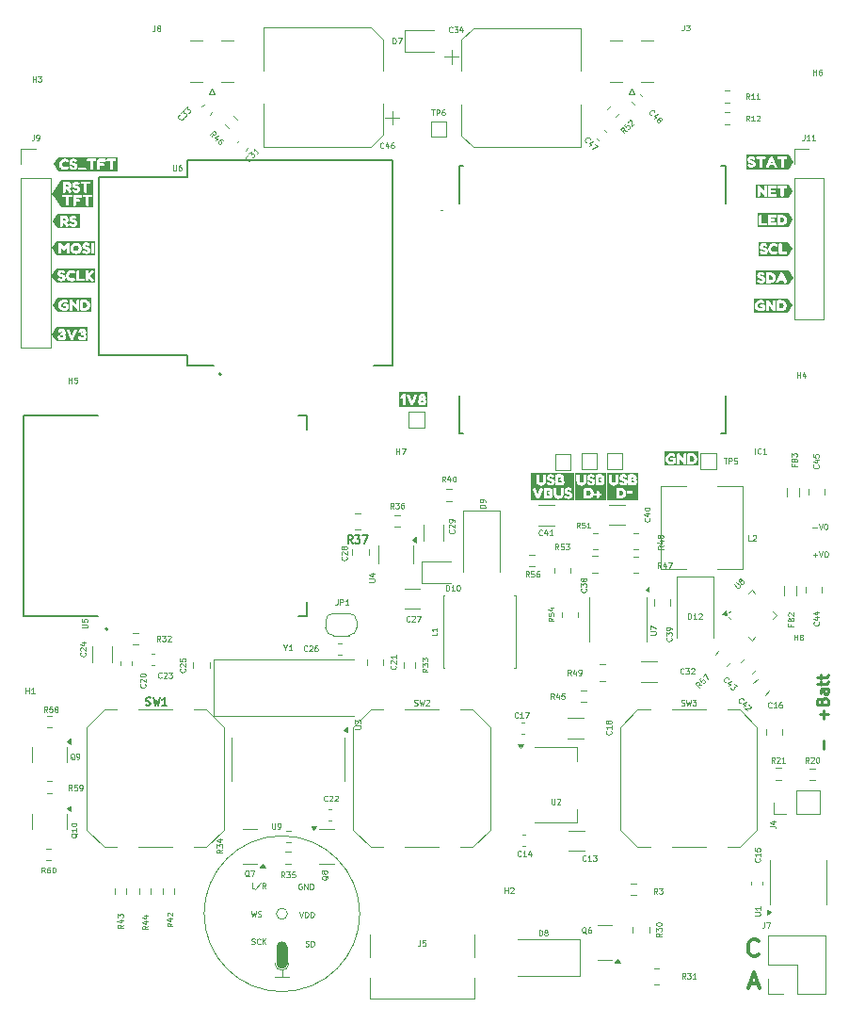
<source format=gbr>
G04 #@! TF.GenerationSoftware,KiCad,Pcbnew,9.0.2*
G04 #@! TF.CreationDate,2025-10-13T16:39:08+05:30*
G04 #@! TF.ProjectId,V12A_LH,56313241-5f4c-4482-9e6b-696361645f70,rev?*
G04 #@! TF.SameCoordinates,Original*
G04 #@! TF.FileFunction,Legend,Top*
G04 #@! TF.FilePolarity,Positive*
%FSLAX46Y46*%
G04 Gerber Fmt 4.6, Leading zero omitted, Abs format (unit mm)*
G04 Created by KiCad (PCBNEW 9.0.2) date 2025-10-13 16:39:08*
%MOMM*%
%LPD*%
G01*
G04 APERTURE LIST*
%ADD10C,0.250000*%
%ADD11C,0.300000*%
%ADD12C,0.125000*%
%ADD13C,0.100000*%
%ADD14C,0.175000*%
%ADD15C,0.150000*%
%ADD16C,0.120000*%
%ADD17C,0.200000*%
%ADD18C,0.000000*%
%ADD19C,0.127000*%
%ADD20C,0.500000*%
G04 APERTURE END LIST*
D10*
X74362866Y22906968D02*
X74362866Y23668873D01*
D11*
X67742282Y1821542D02*
X68456568Y1821542D01*
X67599425Y1392971D02*
X68099425Y2892971D01*
X68099425Y2892971D02*
X68599425Y1392971D01*
D12*
X73378683Y42879366D02*
X73759636Y42879366D01*
X73926303Y43188890D02*
X74092969Y42688890D01*
X74092969Y42688890D02*
X74259636Y43188890D01*
X74521540Y43188890D02*
X74616778Y43188890D01*
X74616778Y43188890D02*
X74664397Y43165080D01*
X74664397Y43165080D02*
X74712016Y43117461D01*
X74712016Y43117461D02*
X74735826Y43022223D01*
X74735826Y43022223D02*
X74735826Y42855557D01*
X74735826Y42855557D02*
X74712016Y42760319D01*
X74712016Y42760319D02*
X74664397Y42712700D01*
X74664397Y42712700D02*
X74616778Y42688890D01*
X74616778Y42688890D02*
X74521540Y42688890D01*
X74521540Y42688890D02*
X74473921Y42712700D01*
X74473921Y42712700D02*
X74426302Y42760319D01*
X74426302Y42760319D02*
X74402493Y42855557D01*
X74402493Y42855557D02*
X74402493Y43022223D01*
X74402493Y43022223D02*
X74426302Y43117461D01*
X74426302Y43117461D02*
X74473921Y43165080D01*
X74473921Y43165080D02*
X74521540Y43188890D01*
D10*
X74388266Y25675568D02*
X74388266Y26437473D01*
X74769219Y26056520D02*
X74007314Y26056520D01*
X74245409Y27246996D02*
X74293028Y27389853D01*
X74293028Y27389853D02*
X74340647Y27437472D01*
X74340647Y27437472D02*
X74435885Y27485091D01*
X74435885Y27485091D02*
X74578742Y27485091D01*
X74578742Y27485091D02*
X74673980Y27437472D01*
X74673980Y27437472D02*
X74721600Y27389853D01*
X74721600Y27389853D02*
X74769219Y27294615D01*
X74769219Y27294615D02*
X74769219Y26913663D01*
X74769219Y26913663D02*
X73769219Y26913663D01*
X73769219Y26913663D02*
X73769219Y27246996D01*
X73769219Y27246996D02*
X73816838Y27342234D01*
X73816838Y27342234D02*
X73864457Y27389853D01*
X73864457Y27389853D02*
X73959695Y27437472D01*
X73959695Y27437472D02*
X74054933Y27437472D01*
X74054933Y27437472D02*
X74150171Y27389853D01*
X74150171Y27389853D02*
X74197790Y27342234D01*
X74197790Y27342234D02*
X74245409Y27246996D01*
X74245409Y27246996D02*
X74245409Y26913663D01*
X74769219Y28342234D02*
X74245409Y28342234D01*
X74245409Y28342234D02*
X74150171Y28294615D01*
X74150171Y28294615D02*
X74102552Y28199377D01*
X74102552Y28199377D02*
X74102552Y28008901D01*
X74102552Y28008901D02*
X74150171Y27913663D01*
X74721600Y28342234D02*
X74769219Y28246996D01*
X74769219Y28246996D02*
X74769219Y28008901D01*
X74769219Y28008901D02*
X74721600Y27913663D01*
X74721600Y27913663D02*
X74626361Y27866044D01*
X74626361Y27866044D02*
X74531123Y27866044D01*
X74531123Y27866044D02*
X74435885Y27913663D01*
X74435885Y27913663D02*
X74388266Y28008901D01*
X74388266Y28008901D02*
X74388266Y28246996D01*
X74388266Y28246996D02*
X74340647Y28342234D01*
X74102552Y28675568D02*
X74102552Y29056520D01*
X73769219Y28818425D02*
X74626361Y28818425D01*
X74626361Y28818425D02*
X74721600Y28866044D01*
X74721600Y28866044D02*
X74769219Y28961282D01*
X74769219Y28961282D02*
X74769219Y29056520D01*
X74102552Y29246997D02*
X74102552Y29627949D01*
X73769219Y29389854D02*
X74626361Y29389854D01*
X74626361Y29389854D02*
X74721600Y29437473D01*
X74721600Y29437473D02*
X74769219Y29532711D01*
X74769219Y29532711D02*
X74769219Y29627949D01*
D11*
X68493053Y4456828D02*
X68421625Y4385400D01*
X68421625Y4385400D02*
X68207339Y4313971D01*
X68207339Y4313971D02*
X68064482Y4313971D01*
X68064482Y4313971D02*
X67850196Y4385400D01*
X67850196Y4385400D02*
X67707339Y4528257D01*
X67707339Y4528257D02*
X67635910Y4671114D01*
X67635910Y4671114D02*
X67564482Y4956828D01*
X67564482Y4956828D02*
X67564482Y5171114D01*
X67564482Y5171114D02*
X67635910Y5456828D01*
X67635910Y5456828D02*
X67707339Y5599685D01*
X67707339Y5599685D02*
X67850196Y5742542D01*
X67850196Y5742542D02*
X68064482Y5813971D01*
X68064482Y5813971D02*
X68207339Y5813971D01*
X68207339Y5813971D02*
X68421625Y5742542D01*
X68421625Y5742542D02*
X68493053Y5671114D01*
D12*
X73404083Y40390166D02*
X73785036Y40390166D01*
X73594559Y40199690D02*
X73594559Y40580642D01*
X73951703Y40699690D02*
X74118369Y40199690D01*
X74118369Y40199690D02*
X74285036Y40699690D01*
X74546940Y40699690D02*
X74642178Y40699690D01*
X74642178Y40699690D02*
X74689797Y40675880D01*
X74689797Y40675880D02*
X74737416Y40628261D01*
X74737416Y40628261D02*
X74761226Y40533023D01*
X74761226Y40533023D02*
X74761226Y40366357D01*
X74761226Y40366357D02*
X74737416Y40271119D01*
X74737416Y40271119D02*
X74689797Y40223500D01*
X74689797Y40223500D02*
X74642178Y40199690D01*
X74642178Y40199690D02*
X74546940Y40199690D01*
X74546940Y40199690D02*
X74499321Y40223500D01*
X74499321Y40223500D02*
X74451702Y40271119D01*
X74451702Y40271119D02*
X74427893Y40366357D01*
X74427893Y40366357D02*
X74427893Y40533023D01*
X74427893Y40533023D02*
X74451702Y40628261D01*
X74451702Y40628261D02*
X74499321Y40675880D01*
X74499321Y40675880D02*
X74546940Y40699690D01*
X61563334Y26875400D02*
X61634762Y26851590D01*
X61634762Y26851590D02*
X61753810Y26851590D01*
X61753810Y26851590D02*
X61801429Y26875400D01*
X61801429Y26875400D02*
X61825238Y26899209D01*
X61825238Y26899209D02*
X61849048Y26946828D01*
X61849048Y26946828D02*
X61849048Y26994447D01*
X61849048Y26994447D02*
X61825238Y27042066D01*
X61825238Y27042066D02*
X61801429Y27065876D01*
X61801429Y27065876D02*
X61753810Y27089685D01*
X61753810Y27089685D02*
X61658572Y27113495D01*
X61658572Y27113495D02*
X61610953Y27137304D01*
X61610953Y27137304D02*
X61587143Y27161114D01*
X61587143Y27161114D02*
X61563334Y27208733D01*
X61563334Y27208733D02*
X61563334Y27256352D01*
X61563334Y27256352D02*
X61587143Y27303971D01*
X61587143Y27303971D02*
X61610953Y27327780D01*
X61610953Y27327780D02*
X61658572Y27351590D01*
X61658572Y27351590D02*
X61777619Y27351590D01*
X61777619Y27351590D02*
X61849048Y27327780D01*
X62015714Y27351590D02*
X62134762Y26851590D01*
X62134762Y26851590D02*
X62230000Y27208733D01*
X62230000Y27208733D02*
X62325238Y26851590D01*
X62325238Y26851590D02*
X62444286Y27351590D01*
X62587143Y27351590D02*
X62896667Y27351590D01*
X62896667Y27351590D02*
X62730000Y27161114D01*
X62730000Y27161114D02*
X62801429Y27161114D01*
X62801429Y27161114D02*
X62849048Y27137304D01*
X62849048Y27137304D02*
X62872857Y27113495D01*
X62872857Y27113495D02*
X62896667Y27065876D01*
X62896667Y27065876D02*
X62896667Y26946828D01*
X62896667Y26946828D02*
X62872857Y26899209D01*
X62872857Y26899209D02*
X62849048Y26875400D01*
X62849048Y26875400D02*
X62801429Y26851590D01*
X62801429Y26851590D02*
X62658572Y26851590D01*
X62658572Y26851590D02*
X62610953Y26875400D01*
X62610953Y26875400D02*
X62587143Y26899209D01*
X65560423Y28930991D02*
X65526751Y28930991D01*
X65526751Y28930991D02*
X65459408Y28964663D01*
X65459408Y28964663D02*
X65425736Y28998334D01*
X65425736Y28998334D02*
X65392064Y29065678D01*
X65392064Y29065678D02*
X65392064Y29133021D01*
X65392064Y29133021D02*
X65408900Y29183529D01*
X65408900Y29183529D02*
X65459408Y29267708D01*
X65459408Y29267708D02*
X65509915Y29318216D01*
X65509915Y29318216D02*
X65594095Y29368724D01*
X65594095Y29368724D02*
X65644602Y29385560D01*
X65644602Y29385560D02*
X65711946Y29385560D01*
X65711946Y29385560D02*
X65779289Y29351888D01*
X65779289Y29351888D02*
X65812961Y29318216D01*
X65812961Y29318216D02*
X65846633Y29250873D01*
X65846633Y29250873D02*
X65846633Y29217201D01*
X66065499Y28829976D02*
X65829797Y28594273D01*
X66116007Y29048842D02*
X65779289Y28880483D01*
X65779289Y28880483D02*
X65998156Y28661617D01*
X66334873Y28796304D02*
X66553739Y28577438D01*
X66553739Y28577438D02*
X66301201Y28560602D01*
X66301201Y28560602D02*
X66351709Y28510094D01*
X66351709Y28510094D02*
X66368545Y28459587D01*
X66368545Y28459587D02*
X66368545Y28425915D01*
X66368545Y28425915D02*
X66351709Y28375407D01*
X66351709Y28375407D02*
X66267529Y28291228D01*
X66267529Y28291228D02*
X66217022Y28274392D01*
X66217022Y28274392D02*
X66183350Y28274392D01*
X66183350Y28274392D02*
X66132842Y28291228D01*
X66132842Y28291228D02*
X66031827Y28392243D01*
X66031827Y28392243D02*
X66014991Y28442751D01*
X66014991Y28442751D02*
X66014991Y28476423D01*
X50529371Y40872390D02*
X50362705Y41110485D01*
X50243657Y40872390D02*
X50243657Y41372390D01*
X50243657Y41372390D02*
X50434133Y41372390D01*
X50434133Y41372390D02*
X50481752Y41348580D01*
X50481752Y41348580D02*
X50505562Y41324771D01*
X50505562Y41324771D02*
X50529371Y41277152D01*
X50529371Y41277152D02*
X50529371Y41205723D01*
X50529371Y41205723D02*
X50505562Y41158104D01*
X50505562Y41158104D02*
X50481752Y41134295D01*
X50481752Y41134295D02*
X50434133Y41110485D01*
X50434133Y41110485D02*
X50243657Y41110485D01*
X50981752Y41372390D02*
X50743657Y41372390D01*
X50743657Y41372390D02*
X50719848Y41134295D01*
X50719848Y41134295D02*
X50743657Y41158104D01*
X50743657Y41158104D02*
X50791276Y41181914D01*
X50791276Y41181914D02*
X50910324Y41181914D01*
X50910324Y41181914D02*
X50957943Y41158104D01*
X50957943Y41158104D02*
X50981752Y41134295D01*
X50981752Y41134295D02*
X51005562Y41086676D01*
X51005562Y41086676D02*
X51005562Y40967628D01*
X51005562Y40967628D02*
X50981752Y40920009D01*
X50981752Y40920009D02*
X50957943Y40896200D01*
X50957943Y40896200D02*
X50910324Y40872390D01*
X50910324Y40872390D02*
X50791276Y40872390D01*
X50791276Y40872390D02*
X50743657Y40896200D01*
X50743657Y40896200D02*
X50719848Y40920009D01*
X51172228Y41372390D02*
X51481752Y41372390D01*
X51481752Y41372390D02*
X51315085Y41181914D01*
X51315085Y41181914D02*
X51386514Y41181914D01*
X51386514Y41181914D02*
X51434133Y41158104D01*
X51434133Y41158104D02*
X51457942Y41134295D01*
X51457942Y41134295D02*
X51481752Y41086676D01*
X51481752Y41086676D02*
X51481752Y40967628D01*
X51481752Y40967628D02*
X51457942Y40920009D01*
X51457942Y40920009D02*
X51434133Y40896200D01*
X51434133Y40896200D02*
X51386514Y40872390D01*
X51386514Y40872390D02*
X51243657Y40872390D01*
X51243657Y40872390D02*
X51196038Y40896200D01*
X51196038Y40896200D02*
X51172228Y40920009D01*
X61937971Y2299390D02*
X61771305Y2537485D01*
X61652257Y2299390D02*
X61652257Y2799390D01*
X61652257Y2799390D02*
X61842733Y2799390D01*
X61842733Y2799390D02*
X61890352Y2775580D01*
X61890352Y2775580D02*
X61914162Y2751771D01*
X61914162Y2751771D02*
X61937971Y2704152D01*
X61937971Y2704152D02*
X61937971Y2632723D01*
X61937971Y2632723D02*
X61914162Y2585104D01*
X61914162Y2585104D02*
X61890352Y2561295D01*
X61890352Y2561295D02*
X61842733Y2537485D01*
X61842733Y2537485D02*
X61652257Y2537485D01*
X62104638Y2799390D02*
X62414162Y2799390D01*
X62414162Y2799390D02*
X62247495Y2608914D01*
X62247495Y2608914D02*
X62318924Y2608914D01*
X62318924Y2608914D02*
X62366543Y2585104D01*
X62366543Y2585104D02*
X62390352Y2561295D01*
X62390352Y2561295D02*
X62414162Y2513676D01*
X62414162Y2513676D02*
X62414162Y2394628D01*
X62414162Y2394628D02*
X62390352Y2347009D01*
X62390352Y2347009D02*
X62366543Y2323200D01*
X62366543Y2323200D02*
X62318924Y2299390D01*
X62318924Y2299390D02*
X62176067Y2299390D01*
X62176067Y2299390D02*
X62128448Y2323200D01*
X62128448Y2323200D02*
X62104638Y2347009D01*
X62890352Y2299390D02*
X62604638Y2299390D01*
X62747495Y2299390D02*
X62747495Y2799390D01*
X62747495Y2799390D02*
X62699876Y2727961D01*
X62699876Y2727961D02*
X62652257Y2680342D01*
X62652257Y2680342D02*
X62604638Y2656533D01*
X68215505Y49477790D02*
X68215505Y49977790D01*
X68739314Y49525409D02*
X68715505Y49501600D01*
X68715505Y49501600D02*
X68644076Y49477790D01*
X68644076Y49477790D02*
X68596457Y49477790D01*
X68596457Y49477790D02*
X68525029Y49501600D01*
X68525029Y49501600D02*
X68477410Y49549219D01*
X68477410Y49549219D02*
X68453600Y49596838D01*
X68453600Y49596838D02*
X68429791Y49692076D01*
X68429791Y49692076D02*
X68429791Y49763504D01*
X68429791Y49763504D02*
X68453600Y49858742D01*
X68453600Y49858742D02*
X68477410Y49906361D01*
X68477410Y49906361D02*
X68525029Y49953980D01*
X68525029Y49953980D02*
X68596457Y49977790D01*
X68596457Y49977790D02*
X68644076Y49977790D01*
X68644076Y49977790D02*
X68715505Y49953980D01*
X68715505Y49953980D02*
X68739314Y49930171D01*
X69215505Y49477790D02*
X68929791Y49477790D01*
X69072648Y49477790D02*
X69072648Y49977790D01*
X69072648Y49977790D02*
X69025029Y49906361D01*
X69025029Y49906361D02*
X68977410Y49858742D01*
X68977410Y49858742D02*
X68929791Y49834933D01*
X60673990Y32937171D02*
X60697800Y32913362D01*
X60697800Y32913362D02*
X60721609Y32841933D01*
X60721609Y32841933D02*
X60721609Y32794314D01*
X60721609Y32794314D02*
X60697800Y32722886D01*
X60697800Y32722886D02*
X60650180Y32675267D01*
X60650180Y32675267D02*
X60602561Y32651457D01*
X60602561Y32651457D02*
X60507323Y32627648D01*
X60507323Y32627648D02*
X60435895Y32627648D01*
X60435895Y32627648D02*
X60340657Y32651457D01*
X60340657Y32651457D02*
X60293038Y32675267D01*
X60293038Y32675267D02*
X60245419Y32722886D01*
X60245419Y32722886D02*
X60221609Y32794314D01*
X60221609Y32794314D02*
X60221609Y32841933D01*
X60221609Y32841933D02*
X60245419Y32913362D01*
X60245419Y32913362D02*
X60269228Y32937171D01*
X60221609Y33103838D02*
X60221609Y33413362D01*
X60221609Y33413362D02*
X60412085Y33246695D01*
X60412085Y33246695D02*
X60412085Y33318124D01*
X60412085Y33318124D02*
X60435895Y33365743D01*
X60435895Y33365743D02*
X60459704Y33389552D01*
X60459704Y33389552D02*
X60507323Y33413362D01*
X60507323Y33413362D02*
X60626371Y33413362D01*
X60626371Y33413362D02*
X60673990Y33389552D01*
X60673990Y33389552D02*
X60697800Y33365743D01*
X60697800Y33365743D02*
X60721609Y33318124D01*
X60721609Y33318124D02*
X60721609Y33175267D01*
X60721609Y33175267D02*
X60697800Y33127648D01*
X60697800Y33127648D02*
X60673990Y33103838D01*
X60721609Y33651457D02*
X60721609Y33746695D01*
X60721609Y33746695D02*
X60697800Y33794314D01*
X60697800Y33794314D02*
X60673990Y33818123D01*
X60673990Y33818123D02*
X60602561Y33865742D01*
X60602561Y33865742D02*
X60507323Y33889552D01*
X60507323Y33889552D02*
X60316847Y33889552D01*
X60316847Y33889552D02*
X60269228Y33865742D01*
X60269228Y33865742D02*
X60245419Y33841933D01*
X60245419Y33841933D02*
X60221609Y33794314D01*
X60221609Y33794314D02*
X60221609Y33699076D01*
X60221609Y33699076D02*
X60245419Y33651457D01*
X60245419Y33651457D02*
X60269228Y33627647D01*
X60269228Y33627647D02*
X60316847Y33603838D01*
X60316847Y33603838D02*
X60435895Y33603838D01*
X60435895Y33603838D02*
X60483514Y33627647D01*
X60483514Y33627647D02*
X60507323Y33651457D01*
X60507323Y33651457D02*
X60531133Y33699076D01*
X60531133Y33699076D02*
X60531133Y33794314D01*
X60531133Y33794314D02*
X60507323Y33841933D01*
X60507323Y33841933D02*
X60483514Y33865742D01*
X60483514Y33865742D02*
X60435895Y33889552D01*
X71413104Y34152734D02*
X71413104Y33986067D01*
X71675009Y33986067D02*
X71175009Y33986067D01*
X71175009Y33986067D02*
X71175009Y34224162D01*
X71413104Y34581305D02*
X71436914Y34652733D01*
X71436914Y34652733D02*
X71460723Y34676543D01*
X71460723Y34676543D02*
X71508342Y34700352D01*
X71508342Y34700352D02*
X71579771Y34700352D01*
X71579771Y34700352D02*
X71627390Y34676543D01*
X71627390Y34676543D02*
X71651200Y34652733D01*
X71651200Y34652733D02*
X71675009Y34605114D01*
X71675009Y34605114D02*
X71675009Y34414638D01*
X71675009Y34414638D02*
X71175009Y34414638D01*
X71175009Y34414638D02*
X71175009Y34581305D01*
X71175009Y34581305D02*
X71198819Y34628924D01*
X71198819Y34628924D02*
X71222628Y34652733D01*
X71222628Y34652733D02*
X71270247Y34676543D01*
X71270247Y34676543D02*
X71317866Y34676543D01*
X71317866Y34676543D02*
X71365485Y34652733D01*
X71365485Y34652733D02*
X71389295Y34628924D01*
X71389295Y34628924D02*
X71413104Y34581305D01*
X71413104Y34581305D02*
X71413104Y34414638D01*
X71222628Y34890829D02*
X71198819Y34914638D01*
X71198819Y34914638D02*
X71175009Y34962257D01*
X71175009Y34962257D02*
X71175009Y35081305D01*
X71175009Y35081305D02*
X71198819Y35128924D01*
X71198819Y35128924D02*
X71222628Y35152733D01*
X71222628Y35152733D02*
X71270247Y35176543D01*
X71270247Y35176543D02*
X71317866Y35176543D01*
X71317866Y35176543D02*
X71389295Y35152733D01*
X71389295Y35152733D02*
X71675009Y34867019D01*
X71675009Y34867019D02*
X71675009Y35176543D01*
X38764209Y30158571D02*
X38526114Y29991905D01*
X38764209Y29872857D02*
X38264209Y29872857D01*
X38264209Y29872857D02*
X38264209Y30063333D01*
X38264209Y30063333D02*
X38288019Y30110952D01*
X38288019Y30110952D02*
X38311828Y30134762D01*
X38311828Y30134762D02*
X38359447Y30158571D01*
X38359447Y30158571D02*
X38430876Y30158571D01*
X38430876Y30158571D02*
X38478495Y30134762D01*
X38478495Y30134762D02*
X38502304Y30110952D01*
X38502304Y30110952D02*
X38526114Y30063333D01*
X38526114Y30063333D02*
X38526114Y29872857D01*
X38264209Y30325238D02*
X38264209Y30634762D01*
X38264209Y30634762D02*
X38454685Y30468095D01*
X38454685Y30468095D02*
X38454685Y30539524D01*
X38454685Y30539524D02*
X38478495Y30587143D01*
X38478495Y30587143D02*
X38502304Y30610952D01*
X38502304Y30610952D02*
X38549923Y30634762D01*
X38549923Y30634762D02*
X38668971Y30634762D01*
X38668971Y30634762D02*
X38716590Y30610952D01*
X38716590Y30610952D02*
X38740400Y30587143D01*
X38740400Y30587143D02*
X38764209Y30539524D01*
X38764209Y30539524D02*
X38764209Y30396667D01*
X38764209Y30396667D02*
X38740400Y30349048D01*
X38740400Y30349048D02*
X38716590Y30325238D01*
X38264209Y30801428D02*
X38264209Y31110952D01*
X38264209Y31110952D02*
X38454685Y30944285D01*
X38454685Y30944285D02*
X38454685Y31015714D01*
X38454685Y31015714D02*
X38478495Y31063333D01*
X38478495Y31063333D02*
X38502304Y31087142D01*
X38502304Y31087142D02*
X38549923Y31110952D01*
X38549923Y31110952D02*
X38668971Y31110952D01*
X38668971Y31110952D02*
X38716590Y31087142D01*
X38716590Y31087142D02*
X38740400Y31063333D01*
X38740400Y31063333D02*
X38764209Y31015714D01*
X38764209Y31015714D02*
X38764209Y30872857D01*
X38764209Y30872857D02*
X38740400Y30825238D01*
X38740400Y30825238D02*
X38716590Y30801428D01*
X13594409Y7040671D02*
X13356314Y6874005D01*
X13594409Y6754957D02*
X13094409Y6754957D01*
X13094409Y6754957D02*
X13094409Y6945433D01*
X13094409Y6945433D02*
X13118219Y6993052D01*
X13118219Y6993052D02*
X13142028Y7016862D01*
X13142028Y7016862D02*
X13189647Y7040671D01*
X13189647Y7040671D02*
X13261076Y7040671D01*
X13261076Y7040671D02*
X13308695Y7016862D01*
X13308695Y7016862D02*
X13332504Y6993052D01*
X13332504Y6993052D02*
X13356314Y6945433D01*
X13356314Y6945433D02*
X13356314Y6754957D01*
X13261076Y7469243D02*
X13594409Y7469243D01*
X13070600Y7350195D02*
X13427742Y7231148D01*
X13427742Y7231148D02*
X13427742Y7540671D01*
X13261076Y7945433D02*
X13594409Y7945433D01*
X13070600Y7826385D02*
X13427742Y7707338D01*
X13427742Y7707338D02*
X13427742Y8016861D01*
X73431447Y83518990D02*
X73431447Y84018990D01*
X73431447Y83780895D02*
X73717161Y83780895D01*
X73717161Y83518990D02*
X73717161Y84018990D01*
X74169543Y84018990D02*
X74074305Y84018990D01*
X74074305Y84018990D02*
X74026686Y83995180D01*
X74026686Y83995180D02*
X74002876Y83971371D01*
X74002876Y83971371D02*
X73955257Y83899942D01*
X73955257Y83899942D02*
X73931448Y83804704D01*
X73931448Y83804704D02*
X73931448Y83614228D01*
X73931448Y83614228D02*
X73955257Y83566609D01*
X73955257Y83566609D02*
X73979067Y83542800D01*
X73979067Y83542800D02*
X74026686Y83518990D01*
X74026686Y83518990D02*
X74121924Y83518990D01*
X74121924Y83518990D02*
X74169543Y83542800D01*
X74169543Y83542800D02*
X74193352Y83566609D01*
X74193352Y83566609D02*
X74217162Y83614228D01*
X74217162Y83614228D02*
X74217162Y83733276D01*
X74217162Y83733276D02*
X74193352Y83780895D01*
X74193352Y83780895D02*
X74169543Y83804704D01*
X74169543Y83804704D02*
X74121924Y83828514D01*
X74121924Y83828514D02*
X74026686Y83828514D01*
X74026686Y83828514D02*
X73979067Y83804704D01*
X73979067Y83804704D02*
X73955257Y83780895D01*
X73955257Y83780895D02*
X73931448Y83733276D01*
X69960371Y21695390D02*
X69793705Y21933485D01*
X69674657Y21695390D02*
X69674657Y22195390D01*
X69674657Y22195390D02*
X69865133Y22195390D01*
X69865133Y22195390D02*
X69912752Y22171580D01*
X69912752Y22171580D02*
X69936562Y22147771D01*
X69936562Y22147771D02*
X69960371Y22100152D01*
X69960371Y22100152D02*
X69960371Y22028723D01*
X69960371Y22028723D02*
X69936562Y21981104D01*
X69936562Y21981104D02*
X69912752Y21957295D01*
X69912752Y21957295D02*
X69865133Y21933485D01*
X69865133Y21933485D02*
X69674657Y21933485D01*
X70150848Y22147771D02*
X70174657Y22171580D01*
X70174657Y22171580D02*
X70222276Y22195390D01*
X70222276Y22195390D02*
X70341324Y22195390D01*
X70341324Y22195390D02*
X70388943Y22171580D01*
X70388943Y22171580D02*
X70412752Y22147771D01*
X70412752Y22147771D02*
X70436562Y22100152D01*
X70436562Y22100152D02*
X70436562Y22052533D01*
X70436562Y22052533D02*
X70412752Y21981104D01*
X70412752Y21981104D02*
X70127038Y21695390D01*
X70127038Y21695390D02*
X70436562Y21695390D01*
X70912752Y21695390D02*
X70627038Y21695390D01*
X70769895Y21695390D02*
X70769895Y22195390D01*
X70769895Y22195390D02*
X70722276Y22123961D01*
X70722276Y22123961D02*
X70674657Y22076342D01*
X70674657Y22076342D02*
X70627038Y22052533D01*
X52434371Y42802790D02*
X52267705Y43040885D01*
X52148657Y42802790D02*
X52148657Y43302790D01*
X52148657Y43302790D02*
X52339133Y43302790D01*
X52339133Y43302790D02*
X52386752Y43278980D01*
X52386752Y43278980D02*
X52410562Y43255171D01*
X52410562Y43255171D02*
X52434371Y43207552D01*
X52434371Y43207552D02*
X52434371Y43136123D01*
X52434371Y43136123D02*
X52410562Y43088504D01*
X52410562Y43088504D02*
X52386752Y43064695D01*
X52386752Y43064695D02*
X52339133Y43040885D01*
X52339133Y43040885D02*
X52148657Y43040885D01*
X52886752Y43302790D02*
X52648657Y43302790D01*
X52648657Y43302790D02*
X52624848Y43064695D01*
X52624848Y43064695D02*
X52648657Y43088504D01*
X52648657Y43088504D02*
X52696276Y43112314D01*
X52696276Y43112314D02*
X52815324Y43112314D01*
X52815324Y43112314D02*
X52862943Y43088504D01*
X52862943Y43088504D02*
X52886752Y43064695D01*
X52886752Y43064695D02*
X52910562Y43017076D01*
X52910562Y43017076D02*
X52910562Y42898028D01*
X52910562Y42898028D02*
X52886752Y42850409D01*
X52886752Y42850409D02*
X52862943Y42826600D01*
X52862943Y42826600D02*
X52815324Y42802790D01*
X52815324Y42802790D02*
X52696276Y42802790D01*
X52696276Y42802790D02*
X52648657Y42826600D01*
X52648657Y42826600D02*
X52624848Y42850409D01*
X53386752Y42802790D02*
X53101038Y42802790D01*
X53243895Y42802790D02*
X53243895Y43302790D01*
X53243895Y43302790D02*
X53196276Y43231361D01*
X53196276Y43231361D02*
X53148657Y43183742D01*
X53148657Y43183742D02*
X53101038Y43159933D01*
X65401648Y49068590D02*
X65687362Y49068590D01*
X65544505Y48568590D02*
X65544505Y49068590D01*
X65854028Y48568590D02*
X65854028Y49068590D01*
X65854028Y49068590D02*
X66044504Y49068590D01*
X66044504Y49068590D02*
X66092123Y49044780D01*
X66092123Y49044780D02*
X66115933Y49020971D01*
X66115933Y49020971D02*
X66139742Y48973352D01*
X66139742Y48973352D02*
X66139742Y48901923D01*
X66139742Y48901923D02*
X66115933Y48854304D01*
X66115933Y48854304D02*
X66092123Y48830495D01*
X66092123Y48830495D02*
X66044504Y48806685D01*
X66044504Y48806685D02*
X65854028Y48806685D01*
X66592123Y49068590D02*
X66354028Y49068590D01*
X66354028Y49068590D02*
X66330219Y48830495D01*
X66330219Y48830495D02*
X66354028Y48854304D01*
X66354028Y48854304D02*
X66401647Y48878114D01*
X66401647Y48878114D02*
X66520695Y48878114D01*
X66520695Y48878114D02*
X66568314Y48854304D01*
X66568314Y48854304D02*
X66592123Y48830495D01*
X66592123Y48830495D02*
X66615933Y48782876D01*
X66615933Y48782876D02*
X66615933Y48663828D01*
X66615933Y48663828D02*
X66592123Y48616209D01*
X66592123Y48616209D02*
X66568314Y48592400D01*
X66568314Y48592400D02*
X66520695Y48568590D01*
X66520695Y48568590D02*
X66401647Y48568590D01*
X66401647Y48568590D02*
X66354028Y48592400D01*
X66354028Y48592400D02*
X66330219Y48616209D01*
X46871771Y25781609D02*
X46847962Y25757800D01*
X46847962Y25757800D02*
X46776533Y25733990D01*
X46776533Y25733990D02*
X46728914Y25733990D01*
X46728914Y25733990D02*
X46657486Y25757800D01*
X46657486Y25757800D02*
X46609867Y25805419D01*
X46609867Y25805419D02*
X46586057Y25853038D01*
X46586057Y25853038D02*
X46562248Y25948276D01*
X46562248Y25948276D02*
X46562248Y26019704D01*
X46562248Y26019704D02*
X46586057Y26114942D01*
X46586057Y26114942D02*
X46609867Y26162561D01*
X46609867Y26162561D02*
X46657486Y26210180D01*
X46657486Y26210180D02*
X46728914Y26233990D01*
X46728914Y26233990D02*
X46776533Y26233990D01*
X46776533Y26233990D02*
X46847962Y26210180D01*
X46847962Y26210180D02*
X46871771Y26186371D01*
X47347962Y25733990D02*
X47062248Y25733990D01*
X47205105Y25733990D02*
X47205105Y26233990D01*
X47205105Y26233990D02*
X47157486Y26162561D01*
X47157486Y26162561D02*
X47109867Y26114942D01*
X47109867Y26114942D02*
X47062248Y26091133D01*
X47514628Y26233990D02*
X47847961Y26233990D01*
X47847961Y26233990D02*
X47633676Y25733990D01*
X7232028Y15360685D02*
X7208219Y15313066D01*
X7208219Y15313066D02*
X7160600Y15265447D01*
X7160600Y15265447D02*
X7089171Y15194019D01*
X7089171Y15194019D02*
X7065361Y15146400D01*
X7065361Y15146400D02*
X7065361Y15098781D01*
X7184409Y15122590D02*
X7160600Y15074971D01*
X7160600Y15074971D02*
X7112980Y15027352D01*
X7112980Y15027352D02*
X7017742Y15003543D01*
X7017742Y15003543D02*
X6851076Y15003543D01*
X6851076Y15003543D02*
X6755838Y15027352D01*
X6755838Y15027352D02*
X6708219Y15074971D01*
X6708219Y15074971D02*
X6684409Y15122590D01*
X6684409Y15122590D02*
X6684409Y15217828D01*
X6684409Y15217828D02*
X6708219Y15265447D01*
X6708219Y15265447D02*
X6755838Y15313066D01*
X6755838Y15313066D02*
X6851076Y15336876D01*
X6851076Y15336876D02*
X7017742Y15336876D01*
X7017742Y15336876D02*
X7112980Y15313066D01*
X7112980Y15313066D02*
X7160600Y15265447D01*
X7160600Y15265447D02*
X7184409Y15217828D01*
X7184409Y15217828D02*
X7184409Y15122590D01*
X7184409Y15813067D02*
X7184409Y15527353D01*
X7184409Y15670210D02*
X6684409Y15670210D01*
X6684409Y15670210D02*
X6755838Y15622591D01*
X6755838Y15622591D02*
X6803457Y15574972D01*
X6803457Y15574972D02*
X6827266Y15527353D01*
X6684409Y16122590D02*
X6684409Y16170209D01*
X6684409Y16170209D02*
X6708219Y16217828D01*
X6708219Y16217828D02*
X6732028Y16241638D01*
X6732028Y16241638D02*
X6779647Y16265447D01*
X6779647Y16265447D02*
X6874885Y16289257D01*
X6874885Y16289257D02*
X6993933Y16289257D01*
X6993933Y16289257D02*
X7089171Y16265447D01*
X7089171Y16265447D02*
X7136790Y16241638D01*
X7136790Y16241638D02*
X7160600Y16217828D01*
X7160600Y16217828D02*
X7184409Y16170209D01*
X7184409Y16170209D02*
X7184409Y16122590D01*
X7184409Y16122590D02*
X7160600Y16074971D01*
X7160600Y16074971D02*
X7136790Y16051162D01*
X7136790Y16051162D02*
X7089171Y16027352D01*
X7089171Y16027352D02*
X6993933Y16003543D01*
X6993933Y16003543D02*
X6874885Y16003543D01*
X6874885Y16003543D02*
X6779647Y16027352D01*
X6779647Y16027352D02*
X6732028Y16051162D01*
X6732028Y16051162D02*
X6708219Y16074971D01*
X6708219Y16074971D02*
X6684409Y16122590D01*
X15849647Y75433790D02*
X15849647Y75029028D01*
X15849647Y75029028D02*
X15873457Y74981409D01*
X15873457Y74981409D02*
X15897266Y74957600D01*
X15897266Y74957600D02*
X15944885Y74933790D01*
X15944885Y74933790D02*
X16040123Y74933790D01*
X16040123Y74933790D02*
X16087742Y74957600D01*
X16087742Y74957600D02*
X16111552Y74981409D01*
X16111552Y74981409D02*
X16135361Y75029028D01*
X16135361Y75029028D02*
X16135361Y75433790D01*
X16587743Y75433790D02*
X16492505Y75433790D01*
X16492505Y75433790D02*
X16444886Y75409980D01*
X16444886Y75409980D02*
X16421076Y75386171D01*
X16421076Y75386171D02*
X16373457Y75314742D01*
X16373457Y75314742D02*
X16349648Y75219504D01*
X16349648Y75219504D02*
X16349648Y75029028D01*
X16349648Y75029028D02*
X16373457Y74981409D01*
X16373457Y74981409D02*
X16397267Y74957600D01*
X16397267Y74957600D02*
X16444886Y74933790D01*
X16444886Y74933790D02*
X16540124Y74933790D01*
X16540124Y74933790D02*
X16587743Y74957600D01*
X16587743Y74957600D02*
X16611552Y74981409D01*
X16611552Y74981409D02*
X16635362Y75029028D01*
X16635362Y75029028D02*
X16635362Y75148076D01*
X16635362Y75148076D02*
X16611552Y75195695D01*
X16611552Y75195695D02*
X16587743Y75219504D01*
X16587743Y75219504D02*
X16540124Y75243314D01*
X16540124Y75243314D02*
X16444886Y75243314D01*
X16444886Y75243314D02*
X16397267Y75219504D01*
X16397267Y75219504D02*
X16373457Y75195695D01*
X16373457Y75195695D02*
X16349648Y75148076D01*
X39094648Y80386990D02*
X39380362Y80386990D01*
X39237505Y79886990D02*
X39237505Y80386990D01*
X39547028Y79886990D02*
X39547028Y80386990D01*
X39547028Y80386990D02*
X39737504Y80386990D01*
X39737504Y80386990D02*
X39785123Y80363180D01*
X39785123Y80363180D02*
X39808933Y80339371D01*
X39808933Y80339371D02*
X39832742Y80291752D01*
X39832742Y80291752D02*
X39832742Y80220323D01*
X39832742Y80220323D02*
X39808933Y80172704D01*
X39808933Y80172704D02*
X39785123Y80148895D01*
X39785123Y80148895D02*
X39737504Y80125085D01*
X39737504Y80125085D02*
X39547028Y80125085D01*
X40261314Y80386990D02*
X40166076Y80386990D01*
X40166076Y80386990D02*
X40118457Y80363180D01*
X40118457Y80363180D02*
X40094647Y80339371D01*
X40094647Y80339371D02*
X40047028Y80267942D01*
X40047028Y80267942D02*
X40023219Y80172704D01*
X40023219Y80172704D02*
X40023219Y79982228D01*
X40023219Y79982228D02*
X40047028Y79934609D01*
X40047028Y79934609D02*
X40070838Y79910800D01*
X40070838Y79910800D02*
X40118457Y79886990D01*
X40118457Y79886990D02*
X40213695Y79886990D01*
X40213695Y79886990D02*
X40261314Y79910800D01*
X40261314Y79910800D02*
X40285123Y79934609D01*
X40285123Y79934609D02*
X40308933Y79982228D01*
X40308933Y79982228D02*
X40308933Y80101276D01*
X40308933Y80101276D02*
X40285123Y80148895D01*
X40285123Y80148895D02*
X40261314Y80172704D01*
X40261314Y80172704D02*
X40213695Y80196514D01*
X40213695Y80196514D02*
X40118457Y80196514D01*
X40118457Y80196514D02*
X40070838Y80172704D01*
X40070838Y80172704D02*
X40047028Y80148895D01*
X40047028Y80148895D02*
X40023219Y80101276D01*
X35696371Y44549190D02*
X35529705Y44787285D01*
X35410657Y44549190D02*
X35410657Y45049190D01*
X35410657Y45049190D02*
X35601133Y45049190D01*
X35601133Y45049190D02*
X35648752Y45025380D01*
X35648752Y45025380D02*
X35672562Y45001571D01*
X35672562Y45001571D02*
X35696371Y44953952D01*
X35696371Y44953952D02*
X35696371Y44882523D01*
X35696371Y44882523D02*
X35672562Y44834904D01*
X35672562Y44834904D02*
X35648752Y44811095D01*
X35648752Y44811095D02*
X35601133Y44787285D01*
X35601133Y44787285D02*
X35410657Y44787285D01*
X35863038Y45049190D02*
X36172562Y45049190D01*
X36172562Y45049190D02*
X36005895Y44858714D01*
X36005895Y44858714D02*
X36077324Y44858714D01*
X36077324Y44858714D02*
X36124943Y44834904D01*
X36124943Y44834904D02*
X36148752Y44811095D01*
X36148752Y44811095D02*
X36172562Y44763476D01*
X36172562Y44763476D02*
X36172562Y44644428D01*
X36172562Y44644428D02*
X36148752Y44596809D01*
X36148752Y44596809D02*
X36124943Y44573000D01*
X36124943Y44573000D02*
X36077324Y44549190D01*
X36077324Y44549190D02*
X35934467Y44549190D01*
X35934467Y44549190D02*
X35886848Y44573000D01*
X35886848Y44573000D02*
X35863038Y44596809D01*
X36601133Y45049190D02*
X36505895Y45049190D01*
X36505895Y45049190D02*
X36458276Y45025380D01*
X36458276Y45025380D02*
X36434466Y45001571D01*
X36434466Y45001571D02*
X36386847Y44930142D01*
X36386847Y44930142D02*
X36363038Y44834904D01*
X36363038Y44834904D02*
X36363038Y44644428D01*
X36363038Y44644428D02*
X36386847Y44596809D01*
X36386847Y44596809D02*
X36410657Y44573000D01*
X36410657Y44573000D02*
X36458276Y44549190D01*
X36458276Y44549190D02*
X36553514Y44549190D01*
X36553514Y44549190D02*
X36601133Y44573000D01*
X36601133Y44573000D02*
X36624942Y44596809D01*
X36624942Y44596809D02*
X36648752Y44644428D01*
X36648752Y44644428D02*
X36648752Y44763476D01*
X36648752Y44763476D02*
X36624942Y44811095D01*
X36624942Y44811095D02*
X36601133Y44834904D01*
X36601133Y44834904D02*
X36553514Y44858714D01*
X36553514Y44858714D02*
X36458276Y44858714D01*
X36458276Y44858714D02*
X36410657Y44834904D01*
X36410657Y44834904D02*
X36386847Y44811095D01*
X36386847Y44811095D02*
X36363038Y44763476D01*
X72645238Y78145190D02*
X72645238Y77788047D01*
X72645238Y77788047D02*
X72621429Y77716619D01*
X72621429Y77716619D02*
X72573810Y77669000D01*
X72573810Y77669000D02*
X72502381Y77645190D01*
X72502381Y77645190D02*
X72454762Y77645190D01*
X73145238Y77645190D02*
X72859524Y77645190D01*
X73002381Y77645190D02*
X73002381Y78145190D01*
X73002381Y78145190D02*
X72954762Y78073761D01*
X72954762Y78073761D02*
X72907143Y78026142D01*
X72907143Y78026142D02*
X72859524Y78002333D01*
X73621428Y77645190D02*
X73335714Y77645190D01*
X73478571Y77645190D02*
X73478571Y78145190D01*
X73478571Y78145190D02*
X73430952Y78073761D01*
X73430952Y78073761D02*
X73383333Y78026142D01*
X73383333Y78026142D02*
X73335714Y78002333D01*
X6451647Y55832990D02*
X6451647Y56332990D01*
X6451647Y56094895D02*
X6737361Y56094895D01*
X6737361Y55832990D02*
X6737361Y56332990D01*
X7213552Y56332990D02*
X6975457Y56332990D01*
X6975457Y56332990D02*
X6951648Y56094895D01*
X6951648Y56094895D02*
X6975457Y56118704D01*
X6975457Y56118704D02*
X7023076Y56142514D01*
X7023076Y56142514D02*
X7142124Y56142514D01*
X7142124Y56142514D02*
X7189743Y56118704D01*
X7189743Y56118704D02*
X7213552Y56094895D01*
X7213552Y56094895D02*
X7237362Y56047276D01*
X7237362Y56047276D02*
X7237362Y55928228D01*
X7237362Y55928228D02*
X7213552Y55880609D01*
X7213552Y55880609D02*
X7189743Y55856800D01*
X7189743Y55856800D02*
X7142124Y55832990D01*
X7142124Y55832990D02*
X7023076Y55832990D01*
X7023076Y55832990D02*
X6975457Y55856800D01*
X6975457Y55856800D02*
X6951648Y55880609D01*
X43938209Y44614352D02*
X43438209Y44614352D01*
X43438209Y44614352D02*
X43438209Y44733400D01*
X43438209Y44733400D02*
X43462019Y44804828D01*
X43462019Y44804828D02*
X43509638Y44852447D01*
X43509638Y44852447D02*
X43557257Y44876257D01*
X43557257Y44876257D02*
X43652495Y44900066D01*
X43652495Y44900066D02*
X43723923Y44900066D01*
X43723923Y44900066D02*
X43819161Y44876257D01*
X43819161Y44876257D02*
X43866780Y44852447D01*
X43866780Y44852447D02*
X43914400Y44804828D01*
X43914400Y44804828D02*
X43938209Y44733400D01*
X43938209Y44733400D02*
X43938209Y44614352D01*
X43938209Y45138162D02*
X43938209Y45233400D01*
X43938209Y45233400D02*
X43914400Y45281019D01*
X43914400Y45281019D02*
X43890590Y45304828D01*
X43890590Y45304828D02*
X43819161Y45352447D01*
X43819161Y45352447D02*
X43723923Y45376257D01*
X43723923Y45376257D02*
X43533447Y45376257D01*
X43533447Y45376257D02*
X43485828Y45352447D01*
X43485828Y45352447D02*
X43462019Y45328638D01*
X43462019Y45328638D02*
X43438209Y45281019D01*
X43438209Y45281019D02*
X43438209Y45185781D01*
X43438209Y45185781D02*
X43462019Y45138162D01*
X43462019Y45138162D02*
X43485828Y45114352D01*
X43485828Y45114352D02*
X43533447Y45090543D01*
X43533447Y45090543D02*
X43652495Y45090543D01*
X43652495Y45090543D02*
X43700114Y45114352D01*
X43700114Y45114352D02*
X43723923Y45138162D01*
X43723923Y45138162D02*
X43747733Y45185781D01*
X43747733Y45185781D02*
X43747733Y45281019D01*
X43747733Y45281019D02*
X43723923Y45328638D01*
X43723923Y45328638D02*
X43700114Y45352447D01*
X43700114Y45352447D02*
X43652495Y45376257D01*
X34781371Y76988009D02*
X34757562Y76964200D01*
X34757562Y76964200D02*
X34686133Y76940390D01*
X34686133Y76940390D02*
X34638514Y76940390D01*
X34638514Y76940390D02*
X34567086Y76964200D01*
X34567086Y76964200D02*
X34519467Y77011819D01*
X34519467Y77011819D02*
X34495657Y77059438D01*
X34495657Y77059438D02*
X34471848Y77154676D01*
X34471848Y77154676D02*
X34471848Y77226104D01*
X34471848Y77226104D02*
X34495657Y77321342D01*
X34495657Y77321342D02*
X34519467Y77368961D01*
X34519467Y77368961D02*
X34567086Y77416580D01*
X34567086Y77416580D02*
X34638514Y77440390D01*
X34638514Y77440390D02*
X34686133Y77440390D01*
X34686133Y77440390D02*
X34757562Y77416580D01*
X34757562Y77416580D02*
X34781371Y77392771D01*
X35209943Y77273723D02*
X35209943Y76940390D01*
X35090895Y77464200D02*
X34971848Y77107057D01*
X34971848Y77107057D02*
X35281371Y77107057D01*
X35686133Y77440390D02*
X35590895Y77440390D01*
X35590895Y77440390D02*
X35543276Y77416580D01*
X35543276Y77416580D02*
X35519466Y77392771D01*
X35519466Y77392771D02*
X35471847Y77321342D01*
X35471847Y77321342D02*
X35448038Y77226104D01*
X35448038Y77226104D02*
X35448038Y77035628D01*
X35448038Y77035628D02*
X35471847Y76988009D01*
X35471847Y76988009D02*
X35495657Y76964200D01*
X35495657Y76964200D02*
X35543276Y76940390D01*
X35543276Y76940390D02*
X35638514Y76940390D01*
X35638514Y76940390D02*
X35686133Y76964200D01*
X35686133Y76964200D02*
X35709942Y76988009D01*
X35709942Y76988009D02*
X35733752Y77035628D01*
X35733752Y77035628D02*
X35733752Y77154676D01*
X35733752Y77154676D02*
X35709942Y77202295D01*
X35709942Y77202295D02*
X35686133Y77226104D01*
X35686133Y77226104D02*
X35638514Y77249914D01*
X35638514Y77249914D02*
X35543276Y77249914D01*
X35543276Y77249914D02*
X35495657Y77226104D01*
X35495657Y77226104D02*
X35471847Y77202295D01*
X35471847Y77202295D02*
X35448038Y77154676D01*
X53012980Y6356971D02*
X52965361Y6380780D01*
X52965361Y6380780D02*
X52917742Y6428400D01*
X52917742Y6428400D02*
X52846314Y6499828D01*
X52846314Y6499828D02*
X52798695Y6523638D01*
X52798695Y6523638D02*
X52751076Y6523638D01*
X52774885Y6404590D02*
X52727266Y6428400D01*
X52727266Y6428400D02*
X52679647Y6476019D01*
X52679647Y6476019D02*
X52655838Y6571257D01*
X52655838Y6571257D02*
X52655838Y6737923D01*
X52655838Y6737923D02*
X52679647Y6833161D01*
X52679647Y6833161D02*
X52727266Y6880780D01*
X52727266Y6880780D02*
X52774885Y6904590D01*
X52774885Y6904590D02*
X52870123Y6904590D01*
X52870123Y6904590D02*
X52917742Y6880780D01*
X52917742Y6880780D02*
X52965361Y6833161D01*
X52965361Y6833161D02*
X52989171Y6737923D01*
X52989171Y6737923D02*
X52989171Y6571257D01*
X52989171Y6571257D02*
X52965361Y6476019D01*
X52965361Y6476019D02*
X52917742Y6428400D01*
X52917742Y6428400D02*
X52870123Y6404590D01*
X52870123Y6404590D02*
X52774885Y6404590D01*
X53417743Y6904590D02*
X53322505Y6904590D01*
X53322505Y6904590D02*
X53274886Y6880780D01*
X53274886Y6880780D02*
X53251076Y6856971D01*
X53251076Y6856971D02*
X53203457Y6785542D01*
X53203457Y6785542D02*
X53179648Y6690304D01*
X53179648Y6690304D02*
X53179648Y6499828D01*
X53179648Y6499828D02*
X53203457Y6452209D01*
X53203457Y6452209D02*
X53227267Y6428400D01*
X53227267Y6428400D02*
X53274886Y6404590D01*
X53274886Y6404590D02*
X53370124Y6404590D01*
X53370124Y6404590D02*
X53417743Y6428400D01*
X53417743Y6428400D02*
X53441552Y6452209D01*
X53441552Y6452209D02*
X53465362Y6499828D01*
X53465362Y6499828D02*
X53465362Y6618876D01*
X53465362Y6618876D02*
X53441552Y6666495D01*
X53441552Y6666495D02*
X53417743Y6690304D01*
X53417743Y6690304D02*
X53370124Y6714114D01*
X53370124Y6714114D02*
X53274886Y6714114D01*
X53274886Y6714114D02*
X53227267Y6690304D01*
X53227267Y6690304D02*
X53203457Y6666495D01*
X53203457Y6666495D02*
X53179648Y6618876D01*
X52983790Y37346771D02*
X53007600Y37322962D01*
X53007600Y37322962D02*
X53031409Y37251533D01*
X53031409Y37251533D02*
X53031409Y37203914D01*
X53031409Y37203914D02*
X53007600Y37132486D01*
X53007600Y37132486D02*
X52959980Y37084867D01*
X52959980Y37084867D02*
X52912361Y37061057D01*
X52912361Y37061057D02*
X52817123Y37037248D01*
X52817123Y37037248D02*
X52745695Y37037248D01*
X52745695Y37037248D02*
X52650457Y37061057D01*
X52650457Y37061057D02*
X52602838Y37084867D01*
X52602838Y37084867D02*
X52555219Y37132486D01*
X52555219Y37132486D02*
X52531409Y37203914D01*
X52531409Y37203914D02*
X52531409Y37251533D01*
X52531409Y37251533D02*
X52555219Y37322962D01*
X52555219Y37322962D02*
X52579028Y37346771D01*
X52531409Y37513438D02*
X52531409Y37822962D01*
X52531409Y37822962D02*
X52721885Y37656295D01*
X52721885Y37656295D02*
X52721885Y37727724D01*
X52721885Y37727724D02*
X52745695Y37775343D01*
X52745695Y37775343D02*
X52769504Y37799152D01*
X52769504Y37799152D02*
X52817123Y37822962D01*
X52817123Y37822962D02*
X52936171Y37822962D01*
X52936171Y37822962D02*
X52983790Y37799152D01*
X52983790Y37799152D02*
X53007600Y37775343D01*
X53007600Y37775343D02*
X53031409Y37727724D01*
X53031409Y37727724D02*
X53031409Y37584867D01*
X53031409Y37584867D02*
X53007600Y37537248D01*
X53007600Y37537248D02*
X52983790Y37513438D01*
X52745695Y38108676D02*
X52721885Y38061057D01*
X52721885Y38061057D02*
X52698076Y38037247D01*
X52698076Y38037247D02*
X52650457Y38013438D01*
X52650457Y38013438D02*
X52626647Y38013438D01*
X52626647Y38013438D02*
X52579028Y38037247D01*
X52579028Y38037247D02*
X52555219Y38061057D01*
X52555219Y38061057D02*
X52531409Y38108676D01*
X52531409Y38108676D02*
X52531409Y38203914D01*
X52531409Y38203914D02*
X52555219Y38251533D01*
X52555219Y38251533D02*
X52579028Y38275342D01*
X52579028Y38275342D02*
X52626647Y38299152D01*
X52626647Y38299152D02*
X52650457Y38299152D01*
X52650457Y38299152D02*
X52698076Y38275342D01*
X52698076Y38275342D02*
X52721885Y38251533D01*
X52721885Y38251533D02*
X52745695Y38203914D01*
X52745695Y38203914D02*
X52745695Y38108676D01*
X52745695Y38108676D02*
X52769504Y38061057D01*
X52769504Y38061057D02*
X52793314Y38037247D01*
X52793314Y38037247D02*
X52840933Y38013438D01*
X52840933Y38013438D02*
X52936171Y38013438D01*
X52936171Y38013438D02*
X52983790Y38037247D01*
X52983790Y38037247D02*
X53007600Y38061057D01*
X53007600Y38061057D02*
X53031409Y38108676D01*
X53031409Y38108676D02*
X53031409Y38203914D01*
X53031409Y38203914D02*
X53007600Y38251533D01*
X53007600Y38251533D02*
X52983790Y38275342D01*
X52983790Y38275342D02*
X52936171Y38299152D01*
X52936171Y38299152D02*
X52840933Y38299152D01*
X52840933Y38299152D02*
X52793314Y38275342D01*
X52793314Y38275342D02*
X52769504Y38251533D01*
X52769504Y38251533D02*
X52745695Y38203914D01*
X3225847Y82909390D02*
X3225847Y83409390D01*
X3225847Y83171295D02*
X3511561Y83171295D01*
X3511561Y82909390D02*
X3511561Y83409390D01*
X3702038Y83409390D02*
X4011562Y83409390D01*
X4011562Y83409390D02*
X3844895Y83218914D01*
X3844895Y83218914D02*
X3916324Y83218914D01*
X3916324Y83218914D02*
X3963943Y83195104D01*
X3963943Y83195104D02*
X3987752Y83171295D01*
X3987752Y83171295D02*
X4011562Y83123676D01*
X4011562Y83123676D02*
X4011562Y83004628D01*
X4011562Y83004628D02*
X3987752Y82957009D01*
X3987752Y82957009D02*
X3963943Y82933200D01*
X3963943Y82933200D02*
X3916324Y82909390D01*
X3916324Y82909390D02*
X3773467Y82909390D01*
X3773467Y82909390D02*
X3725848Y82933200D01*
X3725848Y82933200D02*
X3702038Y82957009D01*
X68177809Y7975647D02*
X68582571Y7975647D01*
X68582571Y7975647D02*
X68630190Y7999457D01*
X68630190Y7999457D02*
X68654000Y8023266D01*
X68654000Y8023266D02*
X68677809Y8070885D01*
X68677809Y8070885D02*
X68677809Y8166123D01*
X68677809Y8166123D02*
X68654000Y8213742D01*
X68654000Y8213742D02*
X68630190Y8237552D01*
X68630190Y8237552D02*
X68582571Y8261361D01*
X68582571Y8261361D02*
X68177809Y8261361D01*
X68677809Y8761362D02*
X68677809Y8475648D01*
X68677809Y8618505D02*
X68177809Y8618505D01*
X68177809Y8618505D02*
X68249238Y8570886D01*
X68249238Y8570886D02*
X68296857Y8523267D01*
X68296857Y8523267D02*
X68320666Y8475648D01*
X67674371Y81350190D02*
X67507705Y81588285D01*
X67388657Y81350190D02*
X67388657Y81850190D01*
X67388657Y81850190D02*
X67579133Y81850190D01*
X67579133Y81850190D02*
X67626752Y81826380D01*
X67626752Y81826380D02*
X67650562Y81802571D01*
X67650562Y81802571D02*
X67674371Y81754952D01*
X67674371Y81754952D02*
X67674371Y81683523D01*
X67674371Y81683523D02*
X67650562Y81635904D01*
X67650562Y81635904D02*
X67626752Y81612095D01*
X67626752Y81612095D02*
X67579133Y81588285D01*
X67579133Y81588285D02*
X67388657Y81588285D01*
X68150562Y81350190D02*
X67864848Y81350190D01*
X68007705Y81350190D02*
X68007705Y81850190D01*
X68007705Y81850190D02*
X67960086Y81778761D01*
X67960086Y81778761D02*
X67912467Y81731142D01*
X67912467Y81731142D02*
X67864848Y81707333D01*
X68626752Y81350190D02*
X68341038Y81350190D01*
X68483895Y81350190D02*
X68483895Y81850190D01*
X68483895Y81850190D02*
X68436276Y81778761D01*
X68436276Y81778761D02*
X68388657Y81731142D01*
X68388657Y81731142D02*
X68341038Y81707333D01*
X25891371Y11392390D02*
X25724705Y11630485D01*
X25605657Y11392390D02*
X25605657Y11892390D01*
X25605657Y11892390D02*
X25796133Y11892390D01*
X25796133Y11892390D02*
X25843752Y11868580D01*
X25843752Y11868580D02*
X25867562Y11844771D01*
X25867562Y11844771D02*
X25891371Y11797152D01*
X25891371Y11797152D02*
X25891371Y11725723D01*
X25891371Y11725723D02*
X25867562Y11678104D01*
X25867562Y11678104D02*
X25843752Y11654295D01*
X25843752Y11654295D02*
X25796133Y11630485D01*
X25796133Y11630485D02*
X25605657Y11630485D01*
X26058038Y11892390D02*
X26367562Y11892390D01*
X26367562Y11892390D02*
X26200895Y11701914D01*
X26200895Y11701914D02*
X26272324Y11701914D01*
X26272324Y11701914D02*
X26319943Y11678104D01*
X26319943Y11678104D02*
X26343752Y11654295D01*
X26343752Y11654295D02*
X26367562Y11606676D01*
X26367562Y11606676D02*
X26367562Y11487628D01*
X26367562Y11487628D02*
X26343752Y11440009D01*
X26343752Y11440009D02*
X26319943Y11416200D01*
X26319943Y11416200D02*
X26272324Y11392390D01*
X26272324Y11392390D02*
X26129467Y11392390D01*
X26129467Y11392390D02*
X26081848Y11416200D01*
X26081848Y11416200D02*
X26058038Y11440009D01*
X26819942Y11892390D02*
X26581847Y11892390D01*
X26581847Y11892390D02*
X26558038Y11654295D01*
X26558038Y11654295D02*
X26581847Y11678104D01*
X26581847Y11678104D02*
X26629466Y11701914D01*
X26629466Y11701914D02*
X26748514Y11701914D01*
X26748514Y11701914D02*
X26796133Y11678104D01*
X26796133Y11678104D02*
X26819942Y11654295D01*
X26819942Y11654295D02*
X26843752Y11606676D01*
X26843752Y11606676D02*
X26843752Y11487628D01*
X26843752Y11487628D02*
X26819942Y11440009D01*
X26819942Y11440009D02*
X26796133Y11416200D01*
X26796133Y11416200D02*
X26748514Y11392390D01*
X26748514Y11392390D02*
X26629466Y11392390D01*
X26629466Y11392390D02*
X26581847Y11416200D01*
X26581847Y11416200D02*
X26558038Y11440009D01*
X14209733Y87955990D02*
X14209733Y87598847D01*
X14209733Y87598847D02*
X14185924Y87527419D01*
X14185924Y87527419D02*
X14138305Y87479800D01*
X14138305Y87479800D02*
X14066876Y87455990D01*
X14066876Y87455990D02*
X14019257Y87455990D01*
X14519257Y87741704D02*
X14471638Y87765514D01*
X14471638Y87765514D02*
X14447828Y87789323D01*
X14447828Y87789323D02*
X14424019Y87836942D01*
X14424019Y87836942D02*
X14424019Y87860752D01*
X14424019Y87860752D02*
X14447828Y87908371D01*
X14447828Y87908371D02*
X14471638Y87932180D01*
X14471638Y87932180D02*
X14519257Y87955990D01*
X14519257Y87955990D02*
X14614495Y87955990D01*
X14614495Y87955990D02*
X14662114Y87932180D01*
X14662114Y87932180D02*
X14685923Y87908371D01*
X14685923Y87908371D02*
X14709733Y87860752D01*
X14709733Y87860752D02*
X14709733Y87836942D01*
X14709733Y87836942D02*
X14685923Y87789323D01*
X14685923Y87789323D02*
X14662114Y87765514D01*
X14662114Y87765514D02*
X14614495Y87741704D01*
X14614495Y87741704D02*
X14519257Y87741704D01*
X14519257Y87741704D02*
X14471638Y87717895D01*
X14471638Y87717895D02*
X14447828Y87694085D01*
X14447828Y87694085D02*
X14424019Y87646466D01*
X14424019Y87646466D02*
X14424019Y87551228D01*
X14424019Y87551228D02*
X14447828Y87503609D01*
X14447828Y87503609D02*
X14471638Y87479800D01*
X14471638Y87479800D02*
X14519257Y87455990D01*
X14519257Y87455990D02*
X14614495Y87455990D01*
X14614495Y87455990D02*
X14662114Y87479800D01*
X14662114Y87479800D02*
X14685923Y87503609D01*
X14685923Y87503609D02*
X14709733Y87551228D01*
X14709733Y87551228D02*
X14709733Y87646466D01*
X14709733Y87646466D02*
X14685923Y87694085D01*
X14685923Y87694085D02*
X14662114Y87717895D01*
X14662114Y87717895D02*
X14614495Y87741704D01*
X31444590Y40216971D02*
X31468400Y40193162D01*
X31468400Y40193162D02*
X31492209Y40121733D01*
X31492209Y40121733D02*
X31492209Y40074114D01*
X31492209Y40074114D02*
X31468400Y40002686D01*
X31468400Y40002686D02*
X31420780Y39955067D01*
X31420780Y39955067D02*
X31373161Y39931257D01*
X31373161Y39931257D02*
X31277923Y39907448D01*
X31277923Y39907448D02*
X31206495Y39907448D01*
X31206495Y39907448D02*
X31111257Y39931257D01*
X31111257Y39931257D02*
X31063638Y39955067D01*
X31063638Y39955067D02*
X31016019Y40002686D01*
X31016019Y40002686D02*
X30992209Y40074114D01*
X30992209Y40074114D02*
X30992209Y40121733D01*
X30992209Y40121733D02*
X31016019Y40193162D01*
X31016019Y40193162D02*
X31039828Y40216971D01*
X31039828Y40407448D02*
X31016019Y40431257D01*
X31016019Y40431257D02*
X30992209Y40478876D01*
X30992209Y40478876D02*
X30992209Y40597924D01*
X30992209Y40597924D02*
X31016019Y40645543D01*
X31016019Y40645543D02*
X31039828Y40669352D01*
X31039828Y40669352D02*
X31087447Y40693162D01*
X31087447Y40693162D02*
X31135066Y40693162D01*
X31135066Y40693162D02*
X31206495Y40669352D01*
X31206495Y40669352D02*
X31492209Y40383638D01*
X31492209Y40383638D02*
X31492209Y40693162D01*
X31206495Y40978876D02*
X31182685Y40931257D01*
X31182685Y40931257D02*
X31158876Y40907447D01*
X31158876Y40907447D02*
X31111257Y40883638D01*
X31111257Y40883638D02*
X31087447Y40883638D01*
X31087447Y40883638D02*
X31039828Y40907447D01*
X31039828Y40907447D02*
X31016019Y40931257D01*
X31016019Y40931257D02*
X30992209Y40978876D01*
X30992209Y40978876D02*
X30992209Y41074114D01*
X30992209Y41074114D02*
X31016019Y41121733D01*
X31016019Y41121733D02*
X31039828Y41145542D01*
X31039828Y41145542D02*
X31087447Y41169352D01*
X31087447Y41169352D02*
X31111257Y41169352D01*
X31111257Y41169352D02*
X31158876Y41145542D01*
X31158876Y41145542D02*
X31182685Y41121733D01*
X31182685Y41121733D02*
X31206495Y41074114D01*
X31206495Y41074114D02*
X31206495Y40978876D01*
X31206495Y40978876D02*
X31230304Y40931257D01*
X31230304Y40931257D02*
X31254114Y40907447D01*
X31254114Y40907447D02*
X31301733Y40883638D01*
X31301733Y40883638D02*
X31396971Y40883638D01*
X31396971Y40883638D02*
X31444590Y40907447D01*
X31444590Y40907447D02*
X31468400Y40931257D01*
X31468400Y40931257D02*
X31492209Y40978876D01*
X31492209Y40978876D02*
X31492209Y41074114D01*
X31492209Y41074114D02*
X31468400Y41121733D01*
X31468400Y41121733D02*
X31444590Y41145542D01*
X31444590Y41145542D02*
X31396971Y41169352D01*
X31396971Y41169352D02*
X31301733Y41169352D01*
X31301733Y41169352D02*
X31254114Y41145542D01*
X31254114Y41145542D02*
X31230304Y41121733D01*
X31230304Y41121733D02*
X31206495Y41074114D01*
X7649609Y33832847D02*
X8054371Y33832847D01*
X8054371Y33832847D02*
X8101990Y33856657D01*
X8101990Y33856657D02*
X8125800Y33880466D01*
X8125800Y33880466D02*
X8149609Y33928085D01*
X8149609Y33928085D02*
X8149609Y34023323D01*
X8149609Y34023323D02*
X8125800Y34070942D01*
X8125800Y34070942D02*
X8101990Y34094752D01*
X8101990Y34094752D02*
X8054371Y34118561D01*
X8054371Y34118561D02*
X7649609Y34118561D01*
X7649609Y34594752D02*
X7649609Y34356657D01*
X7649609Y34356657D02*
X7887704Y34332848D01*
X7887704Y34332848D02*
X7863895Y34356657D01*
X7863895Y34356657D02*
X7840085Y34404276D01*
X7840085Y34404276D02*
X7840085Y34523324D01*
X7840085Y34523324D02*
X7863895Y34570943D01*
X7863895Y34570943D02*
X7887704Y34594752D01*
X7887704Y34594752D02*
X7935323Y34618562D01*
X7935323Y34618562D02*
X8054371Y34618562D01*
X8054371Y34618562D02*
X8101990Y34594752D01*
X8101990Y34594752D02*
X8125800Y34570943D01*
X8125800Y34570943D02*
X8149609Y34523324D01*
X8149609Y34523324D02*
X8149609Y34404276D01*
X8149609Y34404276D02*
X8125800Y34356657D01*
X8125800Y34356657D02*
X8101990Y34332848D01*
X24761047Y16253390D02*
X24761047Y15848628D01*
X24761047Y15848628D02*
X24784857Y15801009D01*
X24784857Y15801009D02*
X24808666Y15777200D01*
X24808666Y15777200D02*
X24856285Y15753390D01*
X24856285Y15753390D02*
X24951523Y15753390D01*
X24951523Y15753390D02*
X24999142Y15777200D01*
X24999142Y15777200D02*
X25022952Y15801009D01*
X25022952Y15801009D02*
X25046761Y15848628D01*
X25046761Y15848628D02*
X25046761Y16253390D01*
X25308667Y15753390D02*
X25403905Y15753390D01*
X25403905Y15753390D02*
X25451524Y15777200D01*
X25451524Y15777200D02*
X25475333Y15801009D01*
X25475333Y15801009D02*
X25522952Y15872438D01*
X25522952Y15872438D02*
X25546762Y15967676D01*
X25546762Y15967676D02*
X25546762Y16158152D01*
X25546762Y16158152D02*
X25522952Y16205771D01*
X25522952Y16205771D02*
X25499143Y16229580D01*
X25499143Y16229580D02*
X25451524Y16253390D01*
X25451524Y16253390D02*
X25356286Y16253390D01*
X25356286Y16253390D02*
X25308667Y16229580D01*
X25308667Y16229580D02*
X25284857Y16205771D01*
X25284857Y16205771D02*
X25261048Y16158152D01*
X25261048Y16158152D02*
X25261048Y16039104D01*
X25261048Y16039104D02*
X25284857Y15991485D01*
X25284857Y15991485D02*
X25308667Y15967676D01*
X25308667Y15967676D02*
X25356286Y15943866D01*
X25356286Y15943866D02*
X25451524Y15943866D01*
X25451524Y15943866D02*
X25499143Y15967676D01*
X25499143Y15967676D02*
X25522952Y15991485D01*
X25522952Y15991485D02*
X25546762Y16039104D01*
D13*
X23181331Y10404190D02*
X22943236Y10404190D01*
X22943236Y10404190D02*
X22943236Y10904190D01*
X23705141Y10928000D02*
X23276570Y10285142D01*
X24157522Y10404190D02*
X23990856Y10642285D01*
X23871808Y10404190D02*
X23871808Y10904190D01*
X23871808Y10904190D02*
X24062284Y10904190D01*
X24062284Y10904190D02*
X24109903Y10880380D01*
X24109903Y10880380D02*
X24133713Y10856571D01*
X24133713Y10856571D02*
X24157522Y10808952D01*
X24157522Y10808952D02*
X24157522Y10737523D01*
X24157522Y10737523D02*
X24133713Y10689904D01*
X24133713Y10689904D02*
X24109903Y10666095D01*
X24109903Y10666095D02*
X24062284Y10642285D01*
X24062284Y10642285D02*
X23871808Y10642285D01*
X22919427Y5424200D02*
X22990855Y5400390D01*
X22990855Y5400390D02*
X23109903Y5400390D01*
X23109903Y5400390D02*
X23157522Y5424200D01*
X23157522Y5424200D02*
X23181331Y5448009D01*
X23181331Y5448009D02*
X23205141Y5495628D01*
X23205141Y5495628D02*
X23205141Y5543247D01*
X23205141Y5543247D02*
X23181331Y5590866D01*
X23181331Y5590866D02*
X23157522Y5614676D01*
X23157522Y5614676D02*
X23109903Y5638485D01*
X23109903Y5638485D02*
X23014665Y5662295D01*
X23014665Y5662295D02*
X22967046Y5686104D01*
X22967046Y5686104D02*
X22943236Y5709914D01*
X22943236Y5709914D02*
X22919427Y5757533D01*
X22919427Y5757533D02*
X22919427Y5805152D01*
X22919427Y5805152D02*
X22943236Y5852771D01*
X22943236Y5852771D02*
X22967046Y5876580D01*
X22967046Y5876580D02*
X23014665Y5900390D01*
X23014665Y5900390D02*
X23133712Y5900390D01*
X23133712Y5900390D02*
X23205141Y5876580D01*
X23705140Y5448009D02*
X23681331Y5424200D01*
X23681331Y5424200D02*
X23609902Y5400390D01*
X23609902Y5400390D02*
X23562283Y5400390D01*
X23562283Y5400390D02*
X23490855Y5424200D01*
X23490855Y5424200D02*
X23443236Y5471819D01*
X23443236Y5471819D02*
X23419426Y5519438D01*
X23419426Y5519438D02*
X23395617Y5614676D01*
X23395617Y5614676D02*
X23395617Y5686104D01*
X23395617Y5686104D02*
X23419426Y5781342D01*
X23419426Y5781342D02*
X23443236Y5828961D01*
X23443236Y5828961D02*
X23490855Y5876580D01*
X23490855Y5876580D02*
X23562283Y5900390D01*
X23562283Y5900390D02*
X23609902Y5900390D01*
X23609902Y5900390D02*
X23681331Y5876580D01*
X23681331Y5876580D02*
X23705140Y5852771D01*
X23919426Y5400390D02*
X23919426Y5900390D01*
X24205140Y5400390D02*
X23990855Y5686104D01*
X24205140Y5900390D02*
X23919426Y5614676D01*
X27421541Y10804180D02*
X27373922Y10827990D01*
X27373922Y10827990D02*
X27302493Y10827990D01*
X27302493Y10827990D02*
X27231065Y10804180D01*
X27231065Y10804180D02*
X27183446Y10756561D01*
X27183446Y10756561D02*
X27159636Y10708942D01*
X27159636Y10708942D02*
X27135827Y10613704D01*
X27135827Y10613704D02*
X27135827Y10542276D01*
X27135827Y10542276D02*
X27159636Y10447038D01*
X27159636Y10447038D02*
X27183446Y10399419D01*
X27183446Y10399419D02*
X27231065Y10351800D01*
X27231065Y10351800D02*
X27302493Y10327990D01*
X27302493Y10327990D02*
X27350112Y10327990D01*
X27350112Y10327990D02*
X27421541Y10351800D01*
X27421541Y10351800D02*
X27445350Y10375609D01*
X27445350Y10375609D02*
X27445350Y10542276D01*
X27445350Y10542276D02*
X27350112Y10542276D01*
X27659636Y10327990D02*
X27659636Y10827990D01*
X27659636Y10827990D02*
X27945350Y10327990D01*
X27945350Y10327990D02*
X27945350Y10827990D01*
X28183446Y10327990D02*
X28183446Y10827990D01*
X28183446Y10827990D02*
X28302494Y10827990D01*
X28302494Y10827990D02*
X28373922Y10804180D01*
X28373922Y10804180D02*
X28421541Y10756561D01*
X28421541Y10756561D02*
X28445351Y10708942D01*
X28445351Y10708942D02*
X28469160Y10613704D01*
X28469160Y10613704D02*
X28469160Y10542276D01*
X28469160Y10542276D02*
X28445351Y10447038D01*
X28445351Y10447038D02*
X28421541Y10399419D01*
X28421541Y10399419D02*
X28373922Y10351800D01*
X28373922Y10351800D02*
X28302494Y10327990D01*
X28302494Y10327990D02*
X28183446Y10327990D01*
X22895617Y8364190D02*
X23014665Y7864190D01*
X23014665Y7864190D02*
X23109903Y8221333D01*
X23109903Y8221333D02*
X23205141Y7864190D01*
X23205141Y7864190D02*
X23324189Y8364190D01*
X23490856Y7888000D02*
X23562284Y7864190D01*
X23562284Y7864190D02*
X23681332Y7864190D01*
X23681332Y7864190D02*
X23728951Y7888000D01*
X23728951Y7888000D02*
X23752760Y7911809D01*
X23752760Y7911809D02*
X23776570Y7959428D01*
X23776570Y7959428D02*
X23776570Y8007047D01*
X23776570Y8007047D02*
X23752760Y8054666D01*
X23752760Y8054666D02*
X23728951Y8078476D01*
X23728951Y8078476D02*
X23681332Y8102285D01*
X23681332Y8102285D02*
X23586094Y8126095D01*
X23586094Y8126095D02*
X23538475Y8149904D01*
X23538475Y8149904D02*
X23514665Y8173714D01*
X23514665Y8173714D02*
X23490856Y8221333D01*
X23490856Y8221333D02*
X23490856Y8268952D01*
X23490856Y8268952D02*
X23514665Y8316571D01*
X23514665Y8316571D02*
X23538475Y8340380D01*
X23538475Y8340380D02*
X23586094Y8364190D01*
X23586094Y8364190D02*
X23705141Y8364190D01*
X23705141Y8364190D02*
X23776570Y8340380D01*
X27770827Y5221000D02*
X27842255Y5197190D01*
X27842255Y5197190D02*
X27961303Y5197190D01*
X27961303Y5197190D02*
X28008922Y5221000D01*
X28008922Y5221000D02*
X28032731Y5244809D01*
X28032731Y5244809D02*
X28056541Y5292428D01*
X28056541Y5292428D02*
X28056541Y5340047D01*
X28056541Y5340047D02*
X28032731Y5387666D01*
X28032731Y5387666D02*
X28008922Y5411476D01*
X28008922Y5411476D02*
X27961303Y5435285D01*
X27961303Y5435285D02*
X27866065Y5459095D01*
X27866065Y5459095D02*
X27818446Y5482904D01*
X27818446Y5482904D02*
X27794636Y5506714D01*
X27794636Y5506714D02*
X27770827Y5554333D01*
X27770827Y5554333D02*
X27770827Y5601952D01*
X27770827Y5601952D02*
X27794636Y5649571D01*
X27794636Y5649571D02*
X27818446Y5673380D01*
X27818446Y5673380D02*
X27866065Y5697190D01*
X27866065Y5697190D02*
X27985112Y5697190D01*
X27985112Y5697190D02*
X28056541Y5673380D01*
X28270826Y5197190D02*
X28270826Y5697190D01*
X28270826Y5697190D02*
X28389874Y5697190D01*
X28389874Y5697190D02*
X28461302Y5673380D01*
X28461302Y5673380D02*
X28508921Y5625761D01*
X28508921Y5625761D02*
X28532731Y5578142D01*
X28532731Y5578142D02*
X28556540Y5482904D01*
X28556540Y5482904D02*
X28556540Y5411476D01*
X28556540Y5411476D02*
X28532731Y5316238D01*
X28532731Y5316238D02*
X28508921Y5268619D01*
X28508921Y5268619D02*
X28461302Y5221000D01*
X28461302Y5221000D02*
X28389874Y5197190D01*
X28389874Y5197190D02*
X28270826Y5197190D01*
X27240608Y8313390D02*
X27407274Y7813390D01*
X27407274Y7813390D02*
X27573941Y8313390D01*
X27740607Y7813390D02*
X27740607Y8313390D01*
X27740607Y8313390D02*
X27859655Y8313390D01*
X27859655Y8313390D02*
X27931083Y8289580D01*
X27931083Y8289580D02*
X27978702Y8241961D01*
X27978702Y8241961D02*
X28002512Y8194342D01*
X28002512Y8194342D02*
X28026321Y8099104D01*
X28026321Y8099104D02*
X28026321Y8027676D01*
X28026321Y8027676D02*
X28002512Y7932438D01*
X28002512Y7932438D02*
X27978702Y7884819D01*
X27978702Y7884819D02*
X27931083Y7837200D01*
X27931083Y7837200D02*
X27859655Y7813390D01*
X27859655Y7813390D02*
X27740607Y7813390D01*
X28240607Y7813390D02*
X28240607Y8313390D01*
X28240607Y8313390D02*
X28359655Y8313390D01*
X28359655Y8313390D02*
X28431083Y8289580D01*
X28431083Y8289580D02*
X28478702Y8241961D01*
X28478702Y8241961D02*
X28502512Y8194342D01*
X28502512Y8194342D02*
X28526321Y8099104D01*
X28526321Y8099104D02*
X28526321Y8027676D01*
X28526321Y8027676D02*
X28502512Y7932438D01*
X28502512Y7932438D02*
X28478702Y7884819D01*
X28478702Y7884819D02*
X28431083Y7837200D01*
X28431083Y7837200D02*
X28359655Y7813390D01*
X28359655Y7813390D02*
X28240607Y7813390D01*
D12*
X68618590Y13085171D02*
X68642400Y13061362D01*
X68642400Y13061362D02*
X68666209Y12989933D01*
X68666209Y12989933D02*
X68666209Y12942314D01*
X68666209Y12942314D02*
X68642400Y12870886D01*
X68642400Y12870886D02*
X68594780Y12823267D01*
X68594780Y12823267D02*
X68547161Y12799457D01*
X68547161Y12799457D02*
X68451923Y12775648D01*
X68451923Y12775648D02*
X68380495Y12775648D01*
X68380495Y12775648D02*
X68285257Y12799457D01*
X68285257Y12799457D02*
X68237638Y12823267D01*
X68237638Y12823267D02*
X68190019Y12870886D01*
X68190019Y12870886D02*
X68166209Y12942314D01*
X68166209Y12942314D02*
X68166209Y12989933D01*
X68166209Y12989933D02*
X68190019Y13061362D01*
X68190019Y13061362D02*
X68213828Y13085171D01*
X68666209Y13561362D02*
X68666209Y13275648D01*
X68666209Y13418505D02*
X68166209Y13418505D01*
X68166209Y13418505D02*
X68237638Y13370886D01*
X68237638Y13370886D02*
X68285257Y13323267D01*
X68285257Y13323267D02*
X68309066Y13275648D01*
X68166209Y14013742D02*
X68166209Y13775647D01*
X68166209Y13775647D02*
X68404304Y13751838D01*
X68404304Y13751838D02*
X68380495Y13775647D01*
X68380495Y13775647D02*
X68356685Y13823266D01*
X68356685Y13823266D02*
X68356685Y13942314D01*
X68356685Y13942314D02*
X68380495Y13989933D01*
X68380495Y13989933D02*
X68404304Y14013742D01*
X68404304Y14013742D02*
X68451923Y14037552D01*
X68451923Y14037552D02*
X68570971Y14037552D01*
X68570971Y14037552D02*
X68618590Y14013742D01*
X68618590Y14013742D02*
X68642400Y13989933D01*
X68642400Y13989933D02*
X68666209Y13942314D01*
X68666209Y13942314D02*
X68666209Y13823266D01*
X68666209Y13823266D02*
X68642400Y13775647D01*
X68642400Y13775647D02*
X68618590Y13751838D01*
X19374951Y77944719D02*
X19425459Y78230929D01*
X19172921Y78146750D02*
X19526474Y78500303D01*
X19526474Y78500303D02*
X19661161Y78365616D01*
X19661161Y78365616D02*
X19677997Y78315108D01*
X19677997Y78315108D02*
X19677997Y78281437D01*
X19677997Y78281437D02*
X19661161Y78230929D01*
X19661161Y78230929D02*
X19610653Y78180421D01*
X19610653Y78180421D02*
X19560146Y78163586D01*
X19560146Y78163586D02*
X19526474Y78163586D01*
X19526474Y78163586D02*
X19475966Y78180421D01*
X19475966Y78180421D02*
X19341279Y78315108D01*
X19913699Y77877376D02*
X19677997Y77641673D01*
X19964207Y78096242D02*
X19627489Y77927883D01*
X19627489Y77927883D02*
X19846356Y77709017D01*
X20368268Y77658510D02*
X20300924Y77725853D01*
X20300924Y77725853D02*
X20250416Y77742689D01*
X20250416Y77742689D02*
X20216745Y77742689D01*
X20216745Y77742689D02*
X20132565Y77725853D01*
X20132565Y77725853D02*
X20048386Y77675345D01*
X20048386Y77675345D02*
X19913699Y77540658D01*
X19913699Y77540658D02*
X19896863Y77490151D01*
X19896863Y77490151D02*
X19896863Y77456479D01*
X19896863Y77456479D02*
X19913699Y77405971D01*
X19913699Y77405971D02*
X19981042Y77338628D01*
X19981042Y77338628D02*
X20031550Y77321792D01*
X20031550Y77321792D02*
X20065222Y77321792D01*
X20065222Y77321792D02*
X20115729Y77338628D01*
X20115729Y77338628D02*
X20199909Y77422807D01*
X20199909Y77422807D02*
X20216745Y77473315D01*
X20216745Y77473315D02*
X20216745Y77506987D01*
X20216745Y77506987D02*
X20199909Y77557494D01*
X20199909Y77557494D02*
X20132565Y77624838D01*
X20132565Y77624838D02*
X20082058Y77641674D01*
X20082058Y77641674D02*
X20048386Y77641674D01*
X20048386Y77641674D02*
X19997878Y77624838D01*
X6765171Y19206190D02*
X6598505Y19444285D01*
X6479457Y19206190D02*
X6479457Y19706190D01*
X6479457Y19706190D02*
X6669933Y19706190D01*
X6669933Y19706190D02*
X6717552Y19682380D01*
X6717552Y19682380D02*
X6741362Y19658571D01*
X6741362Y19658571D02*
X6765171Y19610952D01*
X6765171Y19610952D02*
X6765171Y19539523D01*
X6765171Y19539523D02*
X6741362Y19491904D01*
X6741362Y19491904D02*
X6717552Y19468095D01*
X6717552Y19468095D02*
X6669933Y19444285D01*
X6669933Y19444285D02*
X6479457Y19444285D01*
X7217552Y19706190D02*
X6979457Y19706190D01*
X6979457Y19706190D02*
X6955648Y19468095D01*
X6955648Y19468095D02*
X6979457Y19491904D01*
X6979457Y19491904D02*
X7027076Y19515714D01*
X7027076Y19515714D02*
X7146124Y19515714D01*
X7146124Y19515714D02*
X7193743Y19491904D01*
X7193743Y19491904D02*
X7217552Y19468095D01*
X7217552Y19468095D02*
X7241362Y19420476D01*
X7241362Y19420476D02*
X7241362Y19301428D01*
X7241362Y19301428D02*
X7217552Y19253809D01*
X7217552Y19253809D02*
X7193743Y19230000D01*
X7193743Y19230000D02*
X7146124Y19206190D01*
X7146124Y19206190D02*
X7027076Y19206190D01*
X7027076Y19206190D02*
X6979457Y19230000D01*
X6979457Y19230000D02*
X6955648Y19253809D01*
X7479457Y19206190D02*
X7574695Y19206190D01*
X7574695Y19206190D02*
X7622314Y19230000D01*
X7622314Y19230000D02*
X7646123Y19253809D01*
X7646123Y19253809D02*
X7693742Y19325238D01*
X7693742Y19325238D02*
X7717552Y19420476D01*
X7717552Y19420476D02*
X7717552Y19610952D01*
X7717552Y19610952D02*
X7693742Y19658571D01*
X7693742Y19658571D02*
X7669933Y19682380D01*
X7669933Y19682380D02*
X7622314Y19706190D01*
X7622314Y19706190D02*
X7527076Y19706190D01*
X7527076Y19706190D02*
X7479457Y19682380D01*
X7479457Y19682380D02*
X7455647Y19658571D01*
X7455647Y19658571D02*
X7431838Y19610952D01*
X7431838Y19610952D02*
X7431838Y19491904D01*
X7431838Y19491904D02*
X7455647Y19444285D01*
X7455647Y19444285D02*
X7479457Y19420476D01*
X7479457Y19420476D02*
X7527076Y19396666D01*
X7527076Y19396666D02*
X7622314Y19396666D01*
X7622314Y19396666D02*
X7669933Y19420476D01*
X7669933Y19420476D02*
X7693742Y19444285D01*
X7693742Y19444285D02*
X7717552Y19491904D01*
X58805209Y33223247D02*
X59209971Y33223247D01*
X59209971Y33223247D02*
X59257590Y33247057D01*
X59257590Y33247057D02*
X59281400Y33270866D01*
X59281400Y33270866D02*
X59305209Y33318485D01*
X59305209Y33318485D02*
X59305209Y33413723D01*
X59305209Y33413723D02*
X59281400Y33461342D01*
X59281400Y33461342D02*
X59257590Y33485152D01*
X59257590Y33485152D02*
X59209971Y33508961D01*
X59209971Y33508961D02*
X58805209Y33508961D01*
X58805209Y33699438D02*
X58805209Y34032771D01*
X58805209Y34032771D02*
X59305209Y33818486D01*
X41121990Y42629971D02*
X41145800Y42606162D01*
X41145800Y42606162D02*
X41169609Y42534733D01*
X41169609Y42534733D02*
X41169609Y42487114D01*
X41169609Y42487114D02*
X41145800Y42415686D01*
X41145800Y42415686D02*
X41098180Y42368067D01*
X41098180Y42368067D02*
X41050561Y42344257D01*
X41050561Y42344257D02*
X40955323Y42320448D01*
X40955323Y42320448D02*
X40883895Y42320448D01*
X40883895Y42320448D02*
X40788657Y42344257D01*
X40788657Y42344257D02*
X40741038Y42368067D01*
X40741038Y42368067D02*
X40693419Y42415686D01*
X40693419Y42415686D02*
X40669609Y42487114D01*
X40669609Y42487114D02*
X40669609Y42534733D01*
X40669609Y42534733D02*
X40693419Y42606162D01*
X40693419Y42606162D02*
X40717228Y42629971D01*
X40717228Y42820448D02*
X40693419Y42844257D01*
X40693419Y42844257D02*
X40669609Y42891876D01*
X40669609Y42891876D02*
X40669609Y43010924D01*
X40669609Y43010924D02*
X40693419Y43058543D01*
X40693419Y43058543D02*
X40717228Y43082352D01*
X40717228Y43082352D02*
X40764847Y43106162D01*
X40764847Y43106162D02*
X40812466Y43106162D01*
X40812466Y43106162D02*
X40883895Y43082352D01*
X40883895Y43082352D02*
X41169609Y42796638D01*
X41169609Y42796638D02*
X41169609Y43106162D01*
X41169609Y43344257D02*
X41169609Y43439495D01*
X41169609Y43439495D02*
X41145800Y43487114D01*
X41145800Y43487114D02*
X41121990Y43510923D01*
X41121990Y43510923D02*
X41050561Y43558542D01*
X41050561Y43558542D02*
X40955323Y43582352D01*
X40955323Y43582352D02*
X40764847Y43582352D01*
X40764847Y43582352D02*
X40717228Y43558542D01*
X40717228Y43558542D02*
X40693419Y43534733D01*
X40693419Y43534733D02*
X40669609Y43487114D01*
X40669609Y43487114D02*
X40669609Y43391876D01*
X40669609Y43391876D02*
X40693419Y43344257D01*
X40693419Y43344257D02*
X40717228Y43320447D01*
X40717228Y43320447D02*
X40764847Y43296638D01*
X40764847Y43296638D02*
X40883895Y43296638D01*
X40883895Y43296638D02*
X40931514Y43320447D01*
X40931514Y43320447D02*
X40955323Y43344257D01*
X40955323Y43344257D02*
X40979133Y43391876D01*
X40979133Y43391876D02*
X40979133Y43487114D01*
X40979133Y43487114D02*
X40955323Y43534733D01*
X40955323Y43534733D02*
X40931514Y43558542D01*
X40931514Y43558542D02*
X40883895Y43582352D01*
X11350009Y7141471D02*
X11111914Y6974805D01*
X11350009Y6855757D02*
X10850009Y6855757D01*
X10850009Y6855757D02*
X10850009Y7046233D01*
X10850009Y7046233D02*
X10873819Y7093852D01*
X10873819Y7093852D02*
X10897628Y7117662D01*
X10897628Y7117662D02*
X10945247Y7141471D01*
X10945247Y7141471D02*
X11016676Y7141471D01*
X11016676Y7141471D02*
X11064295Y7117662D01*
X11064295Y7117662D02*
X11088104Y7093852D01*
X11088104Y7093852D02*
X11111914Y7046233D01*
X11111914Y7046233D02*
X11111914Y6855757D01*
X11016676Y7570043D02*
X11350009Y7570043D01*
X10826200Y7450995D02*
X11183342Y7331948D01*
X11183342Y7331948D02*
X11183342Y7641471D01*
X10850009Y7784328D02*
X10850009Y8093852D01*
X10850009Y8093852D02*
X11040485Y7927185D01*
X11040485Y7927185D02*
X11040485Y7998614D01*
X11040485Y7998614D02*
X11064295Y8046233D01*
X11064295Y8046233D02*
X11088104Y8070042D01*
X11088104Y8070042D02*
X11135723Y8093852D01*
X11135723Y8093852D02*
X11254771Y8093852D01*
X11254771Y8093852D02*
X11302390Y8070042D01*
X11302390Y8070042D02*
X11326200Y8046233D01*
X11326200Y8046233D02*
X11350009Y7998614D01*
X11350009Y7998614D02*
X11350009Y7855757D01*
X11350009Y7855757D02*
X11326200Y7808138D01*
X11326200Y7808138D02*
X11302390Y7784328D01*
X55244390Y24545171D02*
X55268200Y24521362D01*
X55268200Y24521362D02*
X55292009Y24449933D01*
X55292009Y24449933D02*
X55292009Y24402314D01*
X55292009Y24402314D02*
X55268200Y24330886D01*
X55268200Y24330886D02*
X55220580Y24283267D01*
X55220580Y24283267D02*
X55172961Y24259457D01*
X55172961Y24259457D02*
X55077723Y24235648D01*
X55077723Y24235648D02*
X55006295Y24235648D01*
X55006295Y24235648D02*
X54911057Y24259457D01*
X54911057Y24259457D02*
X54863438Y24283267D01*
X54863438Y24283267D02*
X54815819Y24330886D01*
X54815819Y24330886D02*
X54792009Y24402314D01*
X54792009Y24402314D02*
X54792009Y24449933D01*
X54792009Y24449933D02*
X54815819Y24521362D01*
X54815819Y24521362D02*
X54839628Y24545171D01*
X55292009Y25021362D02*
X55292009Y24735648D01*
X55292009Y24878505D02*
X54792009Y24878505D01*
X54792009Y24878505D02*
X54863438Y24830886D01*
X54863438Y24830886D02*
X54911057Y24783267D01*
X54911057Y24783267D02*
X54934866Y24735648D01*
X55006295Y25307076D02*
X54982485Y25259457D01*
X54982485Y25259457D02*
X54958676Y25235647D01*
X54958676Y25235647D02*
X54911057Y25211838D01*
X54911057Y25211838D02*
X54887247Y25211838D01*
X54887247Y25211838D02*
X54839628Y25235647D01*
X54839628Y25235647D02*
X54815819Y25259457D01*
X54815819Y25259457D02*
X54792009Y25307076D01*
X54792009Y25307076D02*
X54792009Y25402314D01*
X54792009Y25402314D02*
X54815819Y25449933D01*
X54815819Y25449933D02*
X54839628Y25473742D01*
X54839628Y25473742D02*
X54887247Y25497552D01*
X54887247Y25497552D02*
X54911057Y25497552D01*
X54911057Y25497552D02*
X54958676Y25473742D01*
X54958676Y25473742D02*
X54982485Y25449933D01*
X54982485Y25449933D02*
X55006295Y25402314D01*
X55006295Y25402314D02*
X55006295Y25307076D01*
X55006295Y25307076D02*
X55030104Y25259457D01*
X55030104Y25259457D02*
X55053914Y25235647D01*
X55053914Y25235647D02*
X55101533Y25211838D01*
X55101533Y25211838D02*
X55196771Y25211838D01*
X55196771Y25211838D02*
X55244390Y25235647D01*
X55244390Y25235647D02*
X55268200Y25259457D01*
X55268200Y25259457D02*
X55292009Y25307076D01*
X55292009Y25307076D02*
X55292009Y25402314D01*
X55292009Y25402314D02*
X55268200Y25449933D01*
X55268200Y25449933D02*
X55244390Y25473742D01*
X55244390Y25473742D02*
X55196771Y25497552D01*
X55196771Y25497552D02*
X55101533Y25497552D01*
X55101533Y25497552D02*
X55053914Y25473742D01*
X55053914Y25473742D02*
X55030104Y25449933D01*
X55030104Y25449933D02*
X55006295Y25402314D01*
X3333333Y78145190D02*
X3333333Y77788047D01*
X3333333Y77788047D02*
X3309524Y77716619D01*
X3309524Y77716619D02*
X3261905Y77669000D01*
X3261905Y77669000D02*
X3190476Y77645190D01*
X3190476Y77645190D02*
X3142857Y77645190D01*
X3595238Y77645190D02*
X3690476Y77645190D01*
X3690476Y77645190D02*
X3738095Y77669000D01*
X3738095Y77669000D02*
X3761904Y77692809D01*
X3761904Y77692809D02*
X3809523Y77764238D01*
X3809523Y77764238D02*
X3833333Y77859476D01*
X3833333Y77859476D02*
X3833333Y78049952D01*
X3833333Y78049952D02*
X3809523Y78097571D01*
X3809523Y78097571D02*
X3785714Y78121380D01*
X3785714Y78121380D02*
X3738095Y78145190D01*
X3738095Y78145190D02*
X3642857Y78145190D01*
X3642857Y78145190D02*
X3595238Y78121380D01*
X3595238Y78121380D02*
X3571428Y78097571D01*
X3571428Y78097571D02*
X3547619Y78049952D01*
X3547619Y78049952D02*
X3547619Y77930904D01*
X3547619Y77930904D02*
X3571428Y77883285D01*
X3571428Y77883285D02*
X3595238Y77859476D01*
X3595238Y77859476D02*
X3642857Y77835666D01*
X3642857Y77835666D02*
X3738095Y77835666D01*
X3738095Y77835666D02*
X3785714Y77859476D01*
X3785714Y77859476D02*
X3809523Y77883285D01*
X3809523Y77883285D02*
X3833333Y77930904D01*
D14*
X31998899Y41428066D02*
X31765566Y41761400D01*
X31598899Y41428066D02*
X31598899Y42128066D01*
X31598899Y42128066D02*
X31865566Y42128066D01*
X31865566Y42128066D02*
X31932233Y42094733D01*
X31932233Y42094733D02*
X31965566Y42061400D01*
X31965566Y42061400D02*
X31998899Y41994733D01*
X31998899Y41994733D02*
X31998899Y41894733D01*
X31998899Y41894733D02*
X31965566Y41828066D01*
X31965566Y41828066D02*
X31932233Y41794733D01*
X31932233Y41794733D02*
X31865566Y41761400D01*
X31865566Y41761400D02*
X31598899Y41761400D01*
X32232233Y42128066D02*
X32665566Y42128066D01*
X32665566Y42128066D02*
X32432233Y41861400D01*
X32432233Y41861400D02*
X32532233Y41861400D01*
X32532233Y41861400D02*
X32598899Y41828066D01*
X32598899Y41828066D02*
X32632233Y41794733D01*
X32632233Y41794733D02*
X32665566Y41728066D01*
X32665566Y41728066D02*
X32665566Y41561400D01*
X32665566Y41561400D02*
X32632233Y41494733D01*
X32632233Y41494733D02*
X32598899Y41461400D01*
X32598899Y41461400D02*
X32532233Y41428066D01*
X32532233Y41428066D02*
X32332233Y41428066D01*
X32332233Y41428066D02*
X32265566Y41461400D01*
X32265566Y41461400D02*
X32232233Y41494733D01*
X32898900Y42128066D02*
X33365566Y42128066D01*
X33365566Y42128066D02*
X33065566Y41428066D01*
D12*
X16763608Y79657423D02*
X16763608Y79623751D01*
X16763608Y79623751D02*
X16729936Y79556408D01*
X16729936Y79556408D02*
X16696265Y79522736D01*
X16696265Y79522736D02*
X16628921Y79489064D01*
X16628921Y79489064D02*
X16561578Y79489064D01*
X16561578Y79489064D02*
X16511070Y79505900D01*
X16511070Y79505900D02*
X16426891Y79556408D01*
X16426891Y79556408D02*
X16376383Y79606915D01*
X16376383Y79606915D02*
X16325875Y79691095D01*
X16325875Y79691095D02*
X16309039Y79741602D01*
X16309039Y79741602D02*
X16309039Y79808946D01*
X16309039Y79808946D02*
X16342711Y79876289D01*
X16342711Y79876289D02*
X16376383Y79909961D01*
X16376383Y79909961D02*
X16443726Y79943633D01*
X16443726Y79943633D02*
X16477398Y79943633D01*
X16561578Y80095156D02*
X16780444Y80314022D01*
X16780444Y80314022D02*
X16797280Y80061484D01*
X16797280Y80061484D02*
X16847787Y80111992D01*
X16847787Y80111992D02*
X16898295Y80128827D01*
X16898295Y80128827D02*
X16931967Y80128827D01*
X16931967Y80128827D02*
X16982474Y80111992D01*
X16982474Y80111992D02*
X17066654Y80027812D01*
X17066654Y80027812D02*
X17083490Y79977305D01*
X17083490Y79977305D02*
X17083490Y79943633D01*
X17083490Y79943633D02*
X17066654Y79893125D01*
X17066654Y79893125D02*
X16965639Y79792110D01*
X16965639Y79792110D02*
X16915131Y79775274D01*
X16915131Y79775274D02*
X16881459Y79775274D01*
X16898295Y80431873D02*
X17117161Y80650739D01*
X17117161Y80650739D02*
X17133997Y80398201D01*
X17133997Y80398201D02*
X17184505Y80448709D01*
X17184505Y80448709D02*
X17235012Y80465545D01*
X17235012Y80465545D02*
X17268684Y80465545D01*
X17268684Y80465545D02*
X17319192Y80448709D01*
X17319192Y80448709D02*
X17403371Y80364529D01*
X17403371Y80364529D02*
X17420207Y80314022D01*
X17420207Y80314022D02*
X17420207Y80280350D01*
X17420207Y80280350D02*
X17403371Y80229842D01*
X17403371Y80229842D02*
X17302356Y80128827D01*
X17302356Y80128827D02*
X17251848Y80111991D01*
X17251848Y80111991D02*
X17218176Y80111991D01*
X63406280Y28671351D02*
X63120070Y28721859D01*
X63204249Y28469321D02*
X62850696Y28822874D01*
X62850696Y28822874D02*
X62985383Y28957561D01*
X62985383Y28957561D02*
X63035891Y28974397D01*
X63035891Y28974397D02*
X63069562Y28974397D01*
X63069562Y28974397D02*
X63120070Y28957561D01*
X63120070Y28957561D02*
X63170578Y28907053D01*
X63170578Y28907053D02*
X63187413Y28856546D01*
X63187413Y28856546D02*
X63187413Y28822874D01*
X63187413Y28822874D02*
X63170578Y28772366D01*
X63170578Y28772366D02*
X63035891Y28637679D01*
X63372608Y29344786D02*
X63204249Y29176427D01*
X63204249Y29176427D02*
X63355772Y28991233D01*
X63355772Y28991233D02*
X63355772Y29024905D01*
X63355772Y29024905D02*
X63372608Y29075412D01*
X63372608Y29075412D02*
X63456787Y29159592D01*
X63456787Y29159592D02*
X63507295Y29176427D01*
X63507295Y29176427D02*
X63540967Y29176427D01*
X63540967Y29176427D02*
X63591474Y29159592D01*
X63591474Y29159592D02*
X63675654Y29075412D01*
X63675654Y29075412D02*
X63692490Y29024905D01*
X63692490Y29024905D02*
X63692490Y28991233D01*
X63692490Y28991233D02*
X63675654Y28940725D01*
X63675654Y28940725D02*
X63591474Y28856546D01*
X63591474Y28856546D02*
X63540967Y28839710D01*
X63540967Y28839710D02*
X63507295Y28839710D01*
X63507295Y29479473D02*
X63742997Y29715175D01*
X63742997Y29715175D02*
X63945028Y29210099D01*
X40978971Y87402009D02*
X40955162Y87378200D01*
X40955162Y87378200D02*
X40883733Y87354390D01*
X40883733Y87354390D02*
X40836114Y87354390D01*
X40836114Y87354390D02*
X40764686Y87378200D01*
X40764686Y87378200D02*
X40717067Y87425819D01*
X40717067Y87425819D02*
X40693257Y87473438D01*
X40693257Y87473438D02*
X40669448Y87568676D01*
X40669448Y87568676D02*
X40669448Y87640104D01*
X40669448Y87640104D02*
X40693257Y87735342D01*
X40693257Y87735342D02*
X40717067Y87782961D01*
X40717067Y87782961D02*
X40764686Y87830580D01*
X40764686Y87830580D02*
X40836114Y87854390D01*
X40836114Y87854390D02*
X40883733Y87854390D01*
X40883733Y87854390D02*
X40955162Y87830580D01*
X40955162Y87830580D02*
X40978971Y87806771D01*
X41145638Y87854390D02*
X41455162Y87854390D01*
X41455162Y87854390D02*
X41288495Y87663914D01*
X41288495Y87663914D02*
X41359924Y87663914D01*
X41359924Y87663914D02*
X41407543Y87640104D01*
X41407543Y87640104D02*
X41431352Y87616295D01*
X41431352Y87616295D02*
X41455162Y87568676D01*
X41455162Y87568676D02*
X41455162Y87449628D01*
X41455162Y87449628D02*
X41431352Y87402009D01*
X41431352Y87402009D02*
X41407543Y87378200D01*
X41407543Y87378200D02*
X41359924Y87354390D01*
X41359924Y87354390D02*
X41217067Y87354390D01*
X41217067Y87354390D02*
X41169448Y87378200D01*
X41169448Y87378200D02*
X41145638Y87402009D01*
X41883733Y87687723D02*
X41883733Y87354390D01*
X41764685Y87878200D02*
X41645638Y87521057D01*
X41645638Y87521057D02*
X41955161Y87521057D01*
X27914671Y31785409D02*
X27890862Y31761600D01*
X27890862Y31761600D02*
X27819433Y31737790D01*
X27819433Y31737790D02*
X27771814Y31737790D01*
X27771814Y31737790D02*
X27700386Y31761600D01*
X27700386Y31761600D02*
X27652767Y31809219D01*
X27652767Y31809219D02*
X27628957Y31856838D01*
X27628957Y31856838D02*
X27605148Y31952076D01*
X27605148Y31952076D02*
X27605148Y32023504D01*
X27605148Y32023504D02*
X27628957Y32118742D01*
X27628957Y32118742D02*
X27652767Y32166361D01*
X27652767Y32166361D02*
X27700386Y32213980D01*
X27700386Y32213980D02*
X27771814Y32237790D01*
X27771814Y32237790D02*
X27819433Y32237790D01*
X27819433Y32237790D02*
X27890862Y32213980D01*
X27890862Y32213980D02*
X27914671Y32190171D01*
X28105148Y32190171D02*
X28128957Y32213980D01*
X28128957Y32213980D02*
X28176576Y32237790D01*
X28176576Y32237790D02*
X28295624Y32237790D01*
X28295624Y32237790D02*
X28343243Y32213980D01*
X28343243Y32213980D02*
X28367052Y32190171D01*
X28367052Y32190171D02*
X28390862Y32142552D01*
X28390862Y32142552D02*
X28390862Y32094933D01*
X28390862Y32094933D02*
X28367052Y32023504D01*
X28367052Y32023504D02*
X28081338Y31737790D01*
X28081338Y31737790D02*
X28390862Y31737790D01*
X28819433Y32237790D02*
X28724195Y32237790D01*
X28724195Y32237790D02*
X28676576Y32213980D01*
X28676576Y32213980D02*
X28652766Y32190171D01*
X28652766Y32190171D02*
X28605147Y32118742D01*
X28605147Y32118742D02*
X28581338Y32023504D01*
X28581338Y32023504D02*
X28581338Y31833028D01*
X28581338Y31833028D02*
X28605147Y31785409D01*
X28605147Y31785409D02*
X28628957Y31761600D01*
X28628957Y31761600D02*
X28676576Y31737790D01*
X28676576Y31737790D02*
X28771814Y31737790D01*
X28771814Y31737790D02*
X28819433Y31761600D01*
X28819433Y31761600D02*
X28843242Y31785409D01*
X28843242Y31785409D02*
X28867052Y31833028D01*
X28867052Y31833028D02*
X28867052Y31952076D01*
X28867052Y31952076D02*
X28843242Y31999695D01*
X28843242Y31999695D02*
X28819433Y32023504D01*
X28819433Y32023504D02*
X28771814Y32047314D01*
X28771814Y32047314D02*
X28676576Y32047314D01*
X28676576Y32047314D02*
X28628957Y32023504D01*
X28628957Y32023504D02*
X28605147Y31999695D01*
X28605147Y31999695D02*
X28581338Y31952076D01*
X47862371Y38408590D02*
X47695705Y38646685D01*
X47576657Y38408590D02*
X47576657Y38908590D01*
X47576657Y38908590D02*
X47767133Y38908590D01*
X47767133Y38908590D02*
X47814752Y38884780D01*
X47814752Y38884780D02*
X47838562Y38860971D01*
X47838562Y38860971D02*
X47862371Y38813352D01*
X47862371Y38813352D02*
X47862371Y38741923D01*
X47862371Y38741923D02*
X47838562Y38694304D01*
X47838562Y38694304D02*
X47814752Y38670495D01*
X47814752Y38670495D02*
X47767133Y38646685D01*
X47767133Y38646685D02*
X47576657Y38646685D01*
X48314752Y38908590D02*
X48076657Y38908590D01*
X48076657Y38908590D02*
X48052848Y38670495D01*
X48052848Y38670495D02*
X48076657Y38694304D01*
X48076657Y38694304D02*
X48124276Y38718114D01*
X48124276Y38718114D02*
X48243324Y38718114D01*
X48243324Y38718114D02*
X48290943Y38694304D01*
X48290943Y38694304D02*
X48314752Y38670495D01*
X48314752Y38670495D02*
X48338562Y38622876D01*
X48338562Y38622876D02*
X48338562Y38503828D01*
X48338562Y38503828D02*
X48314752Y38456209D01*
X48314752Y38456209D02*
X48290943Y38432400D01*
X48290943Y38432400D02*
X48243324Y38408590D01*
X48243324Y38408590D02*
X48124276Y38408590D01*
X48124276Y38408590D02*
X48076657Y38432400D01*
X48076657Y38432400D02*
X48052848Y38456209D01*
X48767133Y38908590D02*
X48671895Y38908590D01*
X48671895Y38908590D02*
X48624276Y38884780D01*
X48624276Y38884780D02*
X48600466Y38860971D01*
X48600466Y38860971D02*
X48552847Y38789542D01*
X48552847Y38789542D02*
X48529038Y38694304D01*
X48529038Y38694304D02*
X48529038Y38503828D01*
X48529038Y38503828D02*
X48552847Y38456209D01*
X48552847Y38456209D02*
X48576657Y38432400D01*
X48576657Y38432400D02*
X48624276Y38408590D01*
X48624276Y38408590D02*
X48719514Y38408590D01*
X48719514Y38408590D02*
X48767133Y38432400D01*
X48767133Y38432400D02*
X48790942Y38456209D01*
X48790942Y38456209D02*
X48814752Y38503828D01*
X48814752Y38503828D02*
X48814752Y38622876D01*
X48814752Y38622876D02*
X48790942Y38670495D01*
X48790942Y38670495D02*
X48767133Y38694304D01*
X48767133Y38694304D02*
X48719514Y38718114D01*
X48719514Y38718114D02*
X48624276Y38718114D01*
X48624276Y38718114D02*
X48576657Y38694304D01*
X48576657Y38694304D02*
X48552847Y38670495D01*
X48552847Y38670495D02*
X48529038Y38622876D01*
X16912190Y30143371D02*
X16936000Y30119562D01*
X16936000Y30119562D02*
X16959809Y30048133D01*
X16959809Y30048133D02*
X16959809Y30000514D01*
X16959809Y30000514D02*
X16936000Y29929086D01*
X16936000Y29929086D02*
X16888380Y29881467D01*
X16888380Y29881467D02*
X16840761Y29857657D01*
X16840761Y29857657D02*
X16745523Y29833848D01*
X16745523Y29833848D02*
X16674095Y29833848D01*
X16674095Y29833848D02*
X16578857Y29857657D01*
X16578857Y29857657D02*
X16531238Y29881467D01*
X16531238Y29881467D02*
X16483619Y29929086D01*
X16483619Y29929086D02*
X16459809Y30000514D01*
X16459809Y30000514D02*
X16459809Y30048133D01*
X16459809Y30048133D02*
X16483619Y30119562D01*
X16483619Y30119562D02*
X16507428Y30143371D01*
X16507428Y30333848D02*
X16483619Y30357657D01*
X16483619Y30357657D02*
X16459809Y30405276D01*
X16459809Y30405276D02*
X16459809Y30524324D01*
X16459809Y30524324D02*
X16483619Y30571943D01*
X16483619Y30571943D02*
X16507428Y30595752D01*
X16507428Y30595752D02*
X16555047Y30619562D01*
X16555047Y30619562D02*
X16602666Y30619562D01*
X16602666Y30619562D02*
X16674095Y30595752D01*
X16674095Y30595752D02*
X16959809Y30310038D01*
X16959809Y30310038D02*
X16959809Y30619562D01*
X16459809Y31071942D02*
X16459809Y30833847D01*
X16459809Y30833847D02*
X16697904Y30810038D01*
X16697904Y30810038D02*
X16674095Y30833847D01*
X16674095Y30833847D02*
X16650285Y30881466D01*
X16650285Y30881466D02*
X16650285Y31000514D01*
X16650285Y31000514D02*
X16674095Y31048133D01*
X16674095Y31048133D02*
X16697904Y31071942D01*
X16697904Y31071942D02*
X16745523Y31095752D01*
X16745523Y31095752D02*
X16864571Y31095752D01*
X16864571Y31095752D02*
X16912190Y31071942D01*
X16912190Y31071942D02*
X16936000Y31048133D01*
X16936000Y31048133D02*
X16959809Y31000514D01*
X16959809Y31000514D02*
X16959809Y30881466D01*
X16959809Y30881466D02*
X16936000Y30833847D01*
X16936000Y30833847D02*
X16912190Y30810038D01*
X20292609Y13920771D02*
X20054514Y13754105D01*
X20292609Y13635057D02*
X19792609Y13635057D01*
X19792609Y13635057D02*
X19792609Y13825533D01*
X19792609Y13825533D02*
X19816419Y13873152D01*
X19816419Y13873152D02*
X19840228Y13896962D01*
X19840228Y13896962D02*
X19887847Y13920771D01*
X19887847Y13920771D02*
X19959276Y13920771D01*
X19959276Y13920771D02*
X20006895Y13896962D01*
X20006895Y13896962D02*
X20030704Y13873152D01*
X20030704Y13873152D02*
X20054514Y13825533D01*
X20054514Y13825533D02*
X20054514Y13635057D01*
X19792609Y14087438D02*
X19792609Y14396962D01*
X19792609Y14396962D02*
X19983085Y14230295D01*
X19983085Y14230295D02*
X19983085Y14301724D01*
X19983085Y14301724D02*
X20006895Y14349343D01*
X20006895Y14349343D02*
X20030704Y14373152D01*
X20030704Y14373152D02*
X20078323Y14396962D01*
X20078323Y14396962D02*
X20197371Y14396962D01*
X20197371Y14396962D02*
X20244990Y14373152D01*
X20244990Y14373152D02*
X20268800Y14349343D01*
X20268800Y14349343D02*
X20292609Y14301724D01*
X20292609Y14301724D02*
X20292609Y14158867D01*
X20292609Y14158867D02*
X20268800Y14111248D01*
X20268800Y14111248D02*
X20244990Y14087438D01*
X19959276Y14825533D02*
X20292609Y14825533D01*
X19768800Y14706485D02*
X20125942Y14587438D01*
X20125942Y14587438D02*
X20125942Y14896961D01*
X71717904Y48503734D02*
X71717904Y48337067D01*
X71979809Y48337067D02*
X71479809Y48337067D01*
X71479809Y48337067D02*
X71479809Y48575162D01*
X71717904Y48932305D02*
X71741714Y49003733D01*
X71741714Y49003733D02*
X71765523Y49027543D01*
X71765523Y49027543D02*
X71813142Y49051352D01*
X71813142Y49051352D02*
X71884571Y49051352D01*
X71884571Y49051352D02*
X71932190Y49027543D01*
X71932190Y49027543D02*
X71956000Y49003733D01*
X71956000Y49003733D02*
X71979809Y48956114D01*
X71979809Y48956114D02*
X71979809Y48765638D01*
X71979809Y48765638D02*
X71479809Y48765638D01*
X71479809Y48765638D02*
X71479809Y48932305D01*
X71479809Y48932305D02*
X71503619Y48979924D01*
X71503619Y48979924D02*
X71527428Y49003733D01*
X71527428Y49003733D02*
X71575047Y49027543D01*
X71575047Y49027543D02*
X71622666Y49027543D01*
X71622666Y49027543D02*
X71670285Y49003733D01*
X71670285Y49003733D02*
X71694095Y48979924D01*
X71694095Y48979924D02*
X71717904Y48932305D01*
X71717904Y48932305D02*
X71717904Y48765638D01*
X71479809Y49218019D02*
X71479809Y49527543D01*
X71479809Y49527543D02*
X71670285Y49360876D01*
X71670285Y49360876D02*
X71670285Y49432305D01*
X71670285Y49432305D02*
X71694095Y49479924D01*
X71694095Y49479924D02*
X71717904Y49503733D01*
X71717904Y49503733D02*
X71765523Y49527543D01*
X71765523Y49527543D02*
X71884571Y49527543D01*
X71884571Y49527543D02*
X71932190Y49503733D01*
X71932190Y49503733D02*
X71956000Y49479924D01*
X71956000Y49479924D02*
X71979809Y49432305D01*
X71979809Y49432305D02*
X71979809Y49289448D01*
X71979809Y49289448D02*
X71956000Y49241829D01*
X71956000Y49241829D02*
X71932190Y49218019D01*
X39616209Y33384466D02*
X39616209Y33146371D01*
X39616209Y33146371D02*
X39116209Y33146371D01*
X39616209Y33813038D02*
X39616209Y33527324D01*
X39616209Y33670181D02*
X39116209Y33670181D01*
X39116209Y33670181D02*
X39187638Y33622562D01*
X39187638Y33622562D02*
X39235257Y33574943D01*
X39235257Y33574943D02*
X39259066Y33527324D01*
X61799571Y29743209D02*
X61775762Y29719400D01*
X61775762Y29719400D02*
X61704333Y29695590D01*
X61704333Y29695590D02*
X61656714Y29695590D01*
X61656714Y29695590D02*
X61585286Y29719400D01*
X61585286Y29719400D02*
X61537667Y29767019D01*
X61537667Y29767019D02*
X61513857Y29814638D01*
X61513857Y29814638D02*
X61490048Y29909876D01*
X61490048Y29909876D02*
X61490048Y29981304D01*
X61490048Y29981304D02*
X61513857Y30076542D01*
X61513857Y30076542D02*
X61537667Y30124161D01*
X61537667Y30124161D02*
X61585286Y30171780D01*
X61585286Y30171780D02*
X61656714Y30195590D01*
X61656714Y30195590D02*
X61704333Y30195590D01*
X61704333Y30195590D02*
X61775762Y30171780D01*
X61775762Y30171780D02*
X61799571Y30147971D01*
X61966238Y30195590D02*
X62275762Y30195590D01*
X62275762Y30195590D02*
X62109095Y30005114D01*
X62109095Y30005114D02*
X62180524Y30005114D01*
X62180524Y30005114D02*
X62228143Y29981304D01*
X62228143Y29981304D02*
X62251952Y29957495D01*
X62251952Y29957495D02*
X62275762Y29909876D01*
X62275762Y29909876D02*
X62275762Y29790828D01*
X62275762Y29790828D02*
X62251952Y29743209D01*
X62251952Y29743209D02*
X62228143Y29719400D01*
X62228143Y29719400D02*
X62180524Y29695590D01*
X62180524Y29695590D02*
X62037667Y29695590D01*
X62037667Y29695590D02*
X61990048Y29719400D01*
X61990048Y29719400D02*
X61966238Y29743209D01*
X62466238Y30147971D02*
X62490047Y30171780D01*
X62490047Y30171780D02*
X62537666Y30195590D01*
X62537666Y30195590D02*
X62656714Y30195590D01*
X62656714Y30195590D02*
X62704333Y30171780D01*
X62704333Y30171780D02*
X62728142Y30147971D01*
X62728142Y30147971D02*
X62751952Y30100352D01*
X62751952Y30100352D02*
X62751952Y30052733D01*
X62751952Y30052733D02*
X62728142Y29981304D01*
X62728142Y29981304D02*
X62442428Y29695590D01*
X62442428Y29695590D02*
X62751952Y29695590D01*
X73887990Y48471971D02*
X73911800Y48448162D01*
X73911800Y48448162D02*
X73935609Y48376733D01*
X73935609Y48376733D02*
X73935609Y48329114D01*
X73935609Y48329114D02*
X73911800Y48257686D01*
X73911800Y48257686D02*
X73864180Y48210067D01*
X73864180Y48210067D02*
X73816561Y48186257D01*
X73816561Y48186257D02*
X73721323Y48162448D01*
X73721323Y48162448D02*
X73649895Y48162448D01*
X73649895Y48162448D02*
X73554657Y48186257D01*
X73554657Y48186257D02*
X73507038Y48210067D01*
X73507038Y48210067D02*
X73459419Y48257686D01*
X73459419Y48257686D02*
X73435609Y48329114D01*
X73435609Y48329114D02*
X73435609Y48376733D01*
X73435609Y48376733D02*
X73459419Y48448162D01*
X73459419Y48448162D02*
X73483228Y48471971D01*
X73602276Y48900543D02*
X73935609Y48900543D01*
X73411800Y48781495D02*
X73768942Y48662448D01*
X73768942Y48662448D02*
X73768942Y48971971D01*
X73435609Y49400542D02*
X73435609Y49162447D01*
X73435609Y49162447D02*
X73673704Y49138638D01*
X73673704Y49138638D02*
X73649895Y49162447D01*
X73649895Y49162447D02*
X73626085Y49210066D01*
X73626085Y49210066D02*
X73626085Y49329114D01*
X73626085Y49329114D02*
X73649895Y49376733D01*
X73649895Y49376733D02*
X73673704Y49400542D01*
X73673704Y49400542D02*
X73721323Y49424352D01*
X73721323Y49424352D02*
X73840371Y49424352D01*
X73840371Y49424352D02*
X73887990Y49400542D01*
X73887990Y49400542D02*
X73911800Y49376733D01*
X73911800Y49376733D02*
X73935609Y49329114D01*
X73935609Y49329114D02*
X73935609Y49210066D01*
X73935609Y49210066D02*
X73911800Y49162447D01*
X73911800Y49162447D02*
X73887990Y49138638D01*
X37139971Y34435609D02*
X37116162Y34411800D01*
X37116162Y34411800D02*
X37044733Y34387990D01*
X37044733Y34387990D02*
X36997114Y34387990D01*
X36997114Y34387990D02*
X36925686Y34411800D01*
X36925686Y34411800D02*
X36878067Y34459419D01*
X36878067Y34459419D02*
X36854257Y34507038D01*
X36854257Y34507038D02*
X36830448Y34602276D01*
X36830448Y34602276D02*
X36830448Y34673704D01*
X36830448Y34673704D02*
X36854257Y34768942D01*
X36854257Y34768942D02*
X36878067Y34816561D01*
X36878067Y34816561D02*
X36925686Y34864180D01*
X36925686Y34864180D02*
X36997114Y34887990D01*
X36997114Y34887990D02*
X37044733Y34887990D01*
X37044733Y34887990D02*
X37116162Y34864180D01*
X37116162Y34864180D02*
X37139971Y34840371D01*
X37330448Y34840371D02*
X37354257Y34864180D01*
X37354257Y34864180D02*
X37401876Y34887990D01*
X37401876Y34887990D02*
X37520924Y34887990D01*
X37520924Y34887990D02*
X37568543Y34864180D01*
X37568543Y34864180D02*
X37592352Y34840371D01*
X37592352Y34840371D02*
X37616162Y34792752D01*
X37616162Y34792752D02*
X37616162Y34745133D01*
X37616162Y34745133D02*
X37592352Y34673704D01*
X37592352Y34673704D02*
X37306638Y34387990D01*
X37306638Y34387990D02*
X37616162Y34387990D01*
X37782828Y34887990D02*
X38116161Y34887990D01*
X38116161Y34887990D02*
X37901876Y34387990D01*
X30647533Y36368590D02*
X30647533Y36011447D01*
X30647533Y36011447D02*
X30623724Y35940019D01*
X30623724Y35940019D02*
X30576105Y35892400D01*
X30576105Y35892400D02*
X30504676Y35868590D01*
X30504676Y35868590D02*
X30457057Y35868590D01*
X30885628Y35868590D02*
X30885628Y36368590D01*
X30885628Y36368590D02*
X31076104Y36368590D01*
X31076104Y36368590D02*
X31123723Y36344780D01*
X31123723Y36344780D02*
X31147533Y36320971D01*
X31147533Y36320971D02*
X31171342Y36273352D01*
X31171342Y36273352D02*
X31171342Y36201923D01*
X31171342Y36201923D02*
X31147533Y36154304D01*
X31147533Y36154304D02*
X31123723Y36130495D01*
X31123723Y36130495D02*
X31076104Y36106685D01*
X31076104Y36106685D02*
X30885628Y36106685D01*
X31647533Y35868590D02*
X31361819Y35868590D01*
X31504676Y35868590D02*
X31504676Y36368590D01*
X31504676Y36368590D02*
X31457057Y36297161D01*
X31457057Y36297161D02*
X31409438Y36249542D01*
X31409438Y36249542D02*
X31361819Y36225733D01*
X40413857Y37163990D02*
X40413857Y37663990D01*
X40413857Y37663990D02*
X40532905Y37663990D01*
X40532905Y37663990D02*
X40604333Y37640180D01*
X40604333Y37640180D02*
X40651952Y37592561D01*
X40651952Y37592561D02*
X40675762Y37544942D01*
X40675762Y37544942D02*
X40699571Y37449704D01*
X40699571Y37449704D02*
X40699571Y37378276D01*
X40699571Y37378276D02*
X40675762Y37283038D01*
X40675762Y37283038D02*
X40651952Y37235419D01*
X40651952Y37235419D02*
X40604333Y37187800D01*
X40604333Y37187800D02*
X40532905Y37163990D01*
X40532905Y37163990D02*
X40413857Y37163990D01*
X41175762Y37163990D02*
X40890048Y37163990D01*
X41032905Y37163990D02*
X41032905Y37663990D01*
X41032905Y37663990D02*
X40985286Y37592561D01*
X40985286Y37592561D02*
X40937667Y37544942D01*
X40937667Y37544942D02*
X40890048Y37521133D01*
X41485285Y37663990D02*
X41532904Y37663990D01*
X41532904Y37663990D02*
X41580523Y37640180D01*
X41580523Y37640180D02*
X41604333Y37616371D01*
X41604333Y37616371D02*
X41628142Y37568752D01*
X41628142Y37568752D02*
X41651952Y37473514D01*
X41651952Y37473514D02*
X41651952Y37354466D01*
X41651952Y37354466D02*
X41628142Y37259228D01*
X41628142Y37259228D02*
X41604333Y37211609D01*
X41604333Y37211609D02*
X41580523Y37187800D01*
X41580523Y37187800D02*
X41532904Y37163990D01*
X41532904Y37163990D02*
X41485285Y37163990D01*
X41485285Y37163990D02*
X41437666Y37187800D01*
X41437666Y37187800D02*
X41413857Y37211609D01*
X41413857Y37211609D02*
X41390047Y37259228D01*
X41390047Y37259228D02*
X41366238Y37354466D01*
X41366238Y37354466D02*
X41366238Y37473514D01*
X41366238Y37473514D02*
X41390047Y37568752D01*
X41390047Y37568752D02*
X41413857Y37616371D01*
X41413857Y37616371D02*
X41437666Y37640180D01*
X41437666Y37640180D02*
X41485285Y37663990D01*
X59940209Y41207571D02*
X59702114Y41040905D01*
X59940209Y40921857D02*
X59440209Y40921857D01*
X59440209Y40921857D02*
X59440209Y41112333D01*
X59440209Y41112333D02*
X59464019Y41159952D01*
X59464019Y41159952D02*
X59487828Y41183762D01*
X59487828Y41183762D02*
X59535447Y41207571D01*
X59535447Y41207571D02*
X59606876Y41207571D01*
X59606876Y41207571D02*
X59654495Y41183762D01*
X59654495Y41183762D02*
X59678304Y41159952D01*
X59678304Y41159952D02*
X59702114Y41112333D01*
X59702114Y41112333D02*
X59702114Y40921857D01*
X59606876Y41636143D02*
X59940209Y41636143D01*
X59416400Y41517095D02*
X59773542Y41398048D01*
X59773542Y41398048D02*
X59773542Y41707571D01*
X59654495Y41969476D02*
X59630685Y41921857D01*
X59630685Y41921857D02*
X59606876Y41898047D01*
X59606876Y41898047D02*
X59559257Y41874238D01*
X59559257Y41874238D02*
X59535447Y41874238D01*
X59535447Y41874238D02*
X59487828Y41898047D01*
X59487828Y41898047D02*
X59464019Y41921857D01*
X59464019Y41921857D02*
X59440209Y41969476D01*
X59440209Y41969476D02*
X59440209Y42064714D01*
X59440209Y42064714D02*
X59464019Y42112333D01*
X59464019Y42112333D02*
X59487828Y42136142D01*
X59487828Y42136142D02*
X59535447Y42159952D01*
X59535447Y42159952D02*
X59559257Y42159952D01*
X59559257Y42159952D02*
X59606876Y42136142D01*
X59606876Y42136142D02*
X59630685Y42112333D01*
X59630685Y42112333D02*
X59654495Y42064714D01*
X59654495Y42064714D02*
X59654495Y41969476D01*
X59654495Y41969476D02*
X59678304Y41921857D01*
X59678304Y41921857D02*
X59702114Y41898047D01*
X59702114Y41898047D02*
X59749733Y41874238D01*
X59749733Y41874238D02*
X59844971Y41874238D01*
X59844971Y41874238D02*
X59892590Y41898047D01*
X59892590Y41898047D02*
X59916400Y41921857D01*
X59916400Y41921857D02*
X59940209Y41969476D01*
X59940209Y41969476D02*
X59940209Y42064714D01*
X59940209Y42064714D02*
X59916400Y42112333D01*
X59916400Y42112333D02*
X59892590Y42136142D01*
X59892590Y42136142D02*
X59844971Y42159952D01*
X59844971Y42159952D02*
X59749733Y42159952D01*
X59749733Y42159952D02*
X59702114Y42136142D01*
X59702114Y42136142D02*
X59678304Y42112333D01*
X59678304Y42112333D02*
X59654495Y42064714D01*
X22699480Y11470171D02*
X22651861Y11493980D01*
X22651861Y11493980D02*
X22604242Y11541600D01*
X22604242Y11541600D02*
X22532814Y11613028D01*
X22532814Y11613028D02*
X22485195Y11636838D01*
X22485195Y11636838D02*
X22437576Y11636838D01*
X22461385Y11517790D02*
X22413766Y11541600D01*
X22413766Y11541600D02*
X22366147Y11589219D01*
X22366147Y11589219D02*
X22342338Y11684457D01*
X22342338Y11684457D02*
X22342338Y11851123D01*
X22342338Y11851123D02*
X22366147Y11946361D01*
X22366147Y11946361D02*
X22413766Y11993980D01*
X22413766Y11993980D02*
X22461385Y12017790D01*
X22461385Y12017790D02*
X22556623Y12017790D01*
X22556623Y12017790D02*
X22604242Y11993980D01*
X22604242Y11993980D02*
X22651861Y11946361D01*
X22651861Y11946361D02*
X22675671Y11851123D01*
X22675671Y11851123D02*
X22675671Y11684457D01*
X22675671Y11684457D02*
X22651861Y11589219D01*
X22651861Y11589219D02*
X22604242Y11541600D01*
X22604242Y11541600D02*
X22556623Y11517790D01*
X22556623Y11517790D02*
X22461385Y11517790D01*
X22842338Y12017790D02*
X23175671Y12017790D01*
X23175671Y12017790D02*
X22961386Y11517790D01*
X73913390Y34349571D02*
X73937200Y34325762D01*
X73937200Y34325762D02*
X73961009Y34254333D01*
X73961009Y34254333D02*
X73961009Y34206714D01*
X73961009Y34206714D02*
X73937200Y34135286D01*
X73937200Y34135286D02*
X73889580Y34087667D01*
X73889580Y34087667D02*
X73841961Y34063857D01*
X73841961Y34063857D02*
X73746723Y34040048D01*
X73746723Y34040048D02*
X73675295Y34040048D01*
X73675295Y34040048D02*
X73580057Y34063857D01*
X73580057Y34063857D02*
X73532438Y34087667D01*
X73532438Y34087667D02*
X73484819Y34135286D01*
X73484819Y34135286D02*
X73461009Y34206714D01*
X73461009Y34206714D02*
X73461009Y34254333D01*
X73461009Y34254333D02*
X73484819Y34325762D01*
X73484819Y34325762D02*
X73508628Y34349571D01*
X73627676Y34778143D02*
X73961009Y34778143D01*
X73437200Y34659095D02*
X73794342Y34540048D01*
X73794342Y34540048D02*
X73794342Y34849571D01*
X73627676Y35254333D02*
X73961009Y35254333D01*
X73437200Y35135285D02*
X73794342Y35016238D01*
X73794342Y35016238D02*
X73794342Y35325761D01*
X4323571Y11813390D02*
X4156905Y12051485D01*
X4037857Y11813390D02*
X4037857Y12313390D01*
X4037857Y12313390D02*
X4228333Y12313390D01*
X4228333Y12313390D02*
X4275952Y12289580D01*
X4275952Y12289580D02*
X4299762Y12265771D01*
X4299762Y12265771D02*
X4323571Y12218152D01*
X4323571Y12218152D02*
X4323571Y12146723D01*
X4323571Y12146723D02*
X4299762Y12099104D01*
X4299762Y12099104D02*
X4275952Y12075295D01*
X4275952Y12075295D02*
X4228333Y12051485D01*
X4228333Y12051485D02*
X4037857Y12051485D01*
X4752143Y12313390D02*
X4656905Y12313390D01*
X4656905Y12313390D02*
X4609286Y12289580D01*
X4609286Y12289580D02*
X4585476Y12265771D01*
X4585476Y12265771D02*
X4537857Y12194342D01*
X4537857Y12194342D02*
X4514048Y12099104D01*
X4514048Y12099104D02*
X4514048Y11908628D01*
X4514048Y11908628D02*
X4537857Y11861009D01*
X4537857Y11861009D02*
X4561667Y11837200D01*
X4561667Y11837200D02*
X4609286Y11813390D01*
X4609286Y11813390D02*
X4704524Y11813390D01*
X4704524Y11813390D02*
X4752143Y11837200D01*
X4752143Y11837200D02*
X4775952Y11861009D01*
X4775952Y11861009D02*
X4799762Y11908628D01*
X4799762Y11908628D02*
X4799762Y12027676D01*
X4799762Y12027676D02*
X4775952Y12075295D01*
X4775952Y12075295D02*
X4752143Y12099104D01*
X4752143Y12099104D02*
X4704524Y12122914D01*
X4704524Y12122914D02*
X4609286Y12122914D01*
X4609286Y12122914D02*
X4561667Y12099104D01*
X4561667Y12099104D02*
X4537857Y12075295D01*
X4537857Y12075295D02*
X4514048Y12027676D01*
X5109285Y12313390D02*
X5156904Y12313390D01*
X5156904Y12313390D02*
X5204523Y12289580D01*
X5204523Y12289580D02*
X5228333Y12265771D01*
X5228333Y12265771D02*
X5252142Y12218152D01*
X5252142Y12218152D02*
X5275952Y12122914D01*
X5275952Y12122914D02*
X5275952Y12003866D01*
X5275952Y12003866D02*
X5252142Y11908628D01*
X5252142Y11908628D02*
X5228333Y11861009D01*
X5228333Y11861009D02*
X5204523Y11837200D01*
X5204523Y11837200D02*
X5156904Y11813390D01*
X5156904Y11813390D02*
X5109285Y11813390D01*
X5109285Y11813390D02*
X5061666Y11837200D01*
X5061666Y11837200D02*
X5037857Y11861009D01*
X5037857Y11861009D02*
X5014047Y11908628D01*
X5014047Y11908628D02*
X4990238Y12003866D01*
X4990238Y12003866D02*
X4990238Y12122914D01*
X4990238Y12122914D02*
X5014047Y12218152D01*
X5014047Y12218152D02*
X5037857Y12265771D01*
X5037857Y12265771D02*
X5061666Y12289580D01*
X5061666Y12289580D02*
X5109285Y12313390D01*
X15820409Y7273171D02*
X15582314Y7106505D01*
X15820409Y6987457D02*
X15320409Y6987457D01*
X15320409Y6987457D02*
X15320409Y7177933D01*
X15320409Y7177933D02*
X15344219Y7225552D01*
X15344219Y7225552D02*
X15368028Y7249362D01*
X15368028Y7249362D02*
X15415647Y7273171D01*
X15415647Y7273171D02*
X15487076Y7273171D01*
X15487076Y7273171D02*
X15534695Y7249362D01*
X15534695Y7249362D02*
X15558504Y7225552D01*
X15558504Y7225552D02*
X15582314Y7177933D01*
X15582314Y7177933D02*
X15582314Y6987457D01*
X15487076Y7701743D02*
X15820409Y7701743D01*
X15296600Y7582695D02*
X15653742Y7463648D01*
X15653742Y7463648D02*
X15653742Y7773171D01*
X15368028Y7939838D02*
X15344219Y7963647D01*
X15344219Y7963647D02*
X15320409Y8011266D01*
X15320409Y8011266D02*
X15320409Y8130314D01*
X15320409Y8130314D02*
X15344219Y8177933D01*
X15344219Y8177933D02*
X15368028Y8201742D01*
X15368028Y8201742D02*
X15415647Y8225552D01*
X15415647Y8225552D02*
X15463266Y8225552D01*
X15463266Y8225552D02*
X15534695Y8201742D01*
X15534695Y8201742D02*
X15820409Y7916028D01*
X15820409Y7916028D02*
X15820409Y8225552D01*
X50122971Y27435790D02*
X49956305Y27673885D01*
X49837257Y27435790D02*
X49837257Y27935790D01*
X49837257Y27935790D02*
X50027733Y27935790D01*
X50027733Y27935790D02*
X50075352Y27911980D01*
X50075352Y27911980D02*
X50099162Y27888171D01*
X50099162Y27888171D02*
X50122971Y27840552D01*
X50122971Y27840552D02*
X50122971Y27769123D01*
X50122971Y27769123D02*
X50099162Y27721504D01*
X50099162Y27721504D02*
X50075352Y27697695D01*
X50075352Y27697695D02*
X50027733Y27673885D01*
X50027733Y27673885D02*
X49837257Y27673885D01*
X50551543Y27769123D02*
X50551543Y27435790D01*
X50432495Y27959600D02*
X50313448Y27602457D01*
X50313448Y27602457D02*
X50622971Y27602457D01*
X51051542Y27935790D02*
X50813447Y27935790D01*
X50813447Y27935790D02*
X50789638Y27697695D01*
X50789638Y27697695D02*
X50813447Y27721504D01*
X50813447Y27721504D02*
X50861066Y27745314D01*
X50861066Y27745314D02*
X50980114Y27745314D01*
X50980114Y27745314D02*
X51027733Y27721504D01*
X51027733Y27721504D02*
X51051542Y27697695D01*
X51051542Y27697695D02*
X51075352Y27650076D01*
X51075352Y27650076D02*
X51075352Y27531028D01*
X51075352Y27531028D02*
X51051542Y27483409D01*
X51051542Y27483409D02*
X51027733Y27459600D01*
X51027733Y27459600D02*
X50980114Y27435790D01*
X50980114Y27435790D02*
X50861066Y27435790D01*
X50861066Y27435790D02*
X50813447Y27459600D01*
X50813447Y27459600D02*
X50789638Y27483409D01*
X58880223Y79908791D02*
X58846551Y79908791D01*
X58846551Y79908791D02*
X58779208Y79942463D01*
X58779208Y79942463D02*
X58745536Y79976134D01*
X58745536Y79976134D02*
X58711864Y80043478D01*
X58711864Y80043478D02*
X58711864Y80110821D01*
X58711864Y80110821D02*
X58728700Y80161329D01*
X58728700Y80161329D02*
X58779208Y80245508D01*
X58779208Y80245508D02*
X58829715Y80296016D01*
X58829715Y80296016D02*
X58913895Y80346524D01*
X58913895Y80346524D02*
X58964402Y80363360D01*
X58964402Y80363360D02*
X59031746Y80363360D01*
X59031746Y80363360D02*
X59099089Y80329688D01*
X59099089Y80329688D02*
X59132761Y80296016D01*
X59132761Y80296016D02*
X59166433Y80228673D01*
X59166433Y80228673D02*
X59166433Y80195001D01*
X59385299Y79807776D02*
X59149597Y79572073D01*
X59435807Y80026642D02*
X59099089Y79858283D01*
X59099089Y79858283D02*
X59317956Y79639417D01*
X59587329Y79538402D02*
X59570493Y79588910D01*
X59570493Y79588910D02*
X59570493Y79622581D01*
X59570493Y79622581D02*
X59587329Y79673089D01*
X59587329Y79673089D02*
X59604165Y79689925D01*
X59604165Y79689925D02*
X59654673Y79706761D01*
X59654673Y79706761D02*
X59688345Y79706761D01*
X59688345Y79706761D02*
X59738852Y79689925D01*
X59738852Y79689925D02*
X59806196Y79622581D01*
X59806196Y79622581D02*
X59823032Y79572074D01*
X59823032Y79572074D02*
X59823032Y79538402D01*
X59823032Y79538402D02*
X59806196Y79487894D01*
X59806196Y79487894D02*
X59789360Y79471058D01*
X59789360Y79471058D02*
X59738852Y79454223D01*
X59738852Y79454223D02*
X59705181Y79454223D01*
X59705181Y79454223D02*
X59654673Y79471058D01*
X59654673Y79471058D02*
X59587329Y79538402D01*
X59587329Y79538402D02*
X59536822Y79555238D01*
X59536822Y79555238D02*
X59503150Y79555238D01*
X59503150Y79555238D02*
X59452642Y79538402D01*
X59452642Y79538402D02*
X59385299Y79471058D01*
X59385299Y79471058D02*
X59368463Y79420551D01*
X59368463Y79420551D02*
X59368463Y79386879D01*
X59368463Y79386879D02*
X59385299Y79336371D01*
X59385299Y79336371D02*
X59452642Y79269028D01*
X59452642Y79269028D02*
X59503150Y79252192D01*
X59503150Y79252192D02*
X59536822Y79252192D01*
X59536822Y79252192D02*
X59587329Y79269028D01*
X59587329Y79269028D02*
X59654673Y79336371D01*
X59654673Y79336371D02*
X59671509Y79386879D01*
X59671509Y79386879D02*
X59671509Y79420551D01*
X59671509Y79420551D02*
X59654673Y79471058D01*
X56649880Y78480751D02*
X56363670Y78531259D01*
X56447849Y78278721D02*
X56094296Y78632274D01*
X56094296Y78632274D02*
X56228983Y78766961D01*
X56228983Y78766961D02*
X56279491Y78783797D01*
X56279491Y78783797D02*
X56313162Y78783797D01*
X56313162Y78783797D02*
X56363670Y78766961D01*
X56363670Y78766961D02*
X56414178Y78716453D01*
X56414178Y78716453D02*
X56431013Y78665946D01*
X56431013Y78665946D02*
X56431013Y78632274D01*
X56431013Y78632274D02*
X56414178Y78581766D01*
X56414178Y78581766D02*
X56279491Y78447079D01*
X56616208Y79154186D02*
X56447849Y78985827D01*
X56447849Y78985827D02*
X56599372Y78800633D01*
X56599372Y78800633D02*
X56599372Y78834305D01*
X56599372Y78834305D02*
X56616208Y78884812D01*
X56616208Y78884812D02*
X56700387Y78968992D01*
X56700387Y78968992D02*
X56750895Y78985827D01*
X56750895Y78985827D02*
X56784567Y78985827D01*
X56784567Y78985827D02*
X56835074Y78968992D01*
X56835074Y78968992D02*
X56919254Y78884812D01*
X56919254Y78884812D02*
X56936090Y78834305D01*
X56936090Y78834305D02*
X56936090Y78800633D01*
X56936090Y78800633D02*
X56919254Y78750125D01*
X56919254Y78750125D02*
X56835074Y78665946D01*
X56835074Y78665946D02*
X56784567Y78649110D01*
X56784567Y78649110D02*
X56750895Y78649110D01*
X56801402Y79272037D02*
X56801402Y79305709D01*
X56801402Y79305709D02*
X56818238Y79356216D01*
X56818238Y79356216D02*
X56902418Y79440396D01*
X56902418Y79440396D02*
X56952925Y79457232D01*
X56952925Y79457232D02*
X56986597Y79457232D01*
X56986597Y79457232D02*
X57037105Y79440396D01*
X57037105Y79440396D02*
X57070776Y79406724D01*
X57070776Y79406724D02*
X57104448Y79339381D01*
X57104448Y79339381D02*
X57104448Y78935319D01*
X57104448Y78935319D02*
X57323315Y79154186D01*
X58698790Y43696771D02*
X58722600Y43672962D01*
X58722600Y43672962D02*
X58746409Y43601533D01*
X58746409Y43601533D02*
X58746409Y43553914D01*
X58746409Y43553914D02*
X58722600Y43482486D01*
X58722600Y43482486D02*
X58674980Y43434867D01*
X58674980Y43434867D02*
X58627361Y43411057D01*
X58627361Y43411057D02*
X58532123Y43387248D01*
X58532123Y43387248D02*
X58460695Y43387248D01*
X58460695Y43387248D02*
X58365457Y43411057D01*
X58365457Y43411057D02*
X58317838Y43434867D01*
X58317838Y43434867D02*
X58270219Y43482486D01*
X58270219Y43482486D02*
X58246409Y43553914D01*
X58246409Y43553914D02*
X58246409Y43601533D01*
X58246409Y43601533D02*
X58270219Y43672962D01*
X58270219Y43672962D02*
X58294028Y43696771D01*
X58413076Y44125343D02*
X58746409Y44125343D01*
X58222600Y44006295D02*
X58579742Y43887248D01*
X58579742Y43887248D02*
X58579742Y44196771D01*
X58246409Y44482485D02*
X58246409Y44530104D01*
X58246409Y44530104D02*
X58270219Y44577723D01*
X58270219Y44577723D02*
X58294028Y44601533D01*
X58294028Y44601533D02*
X58341647Y44625342D01*
X58341647Y44625342D02*
X58436885Y44649152D01*
X58436885Y44649152D02*
X58555933Y44649152D01*
X58555933Y44649152D02*
X58651171Y44625342D01*
X58651171Y44625342D02*
X58698790Y44601533D01*
X58698790Y44601533D02*
X58722600Y44577723D01*
X58722600Y44577723D02*
X58746409Y44530104D01*
X58746409Y44530104D02*
X58746409Y44482485D01*
X58746409Y44482485D02*
X58722600Y44434866D01*
X58722600Y44434866D02*
X58698790Y44411057D01*
X58698790Y44411057D02*
X58651171Y44387247D01*
X58651171Y44387247D02*
X58555933Y44363438D01*
X58555933Y44363438D02*
X58436885Y44363438D01*
X58436885Y44363438D02*
X58341647Y44387247D01*
X58341647Y44387247D02*
X58294028Y44411057D01*
X58294028Y44411057D02*
X58270219Y44434866D01*
X58270219Y44434866D02*
X58246409Y44482485D01*
X52993171Y12929209D02*
X52969362Y12905400D01*
X52969362Y12905400D02*
X52897933Y12881590D01*
X52897933Y12881590D02*
X52850314Y12881590D01*
X52850314Y12881590D02*
X52778886Y12905400D01*
X52778886Y12905400D02*
X52731267Y12953019D01*
X52731267Y12953019D02*
X52707457Y13000638D01*
X52707457Y13000638D02*
X52683648Y13095876D01*
X52683648Y13095876D02*
X52683648Y13167304D01*
X52683648Y13167304D02*
X52707457Y13262542D01*
X52707457Y13262542D02*
X52731267Y13310161D01*
X52731267Y13310161D02*
X52778886Y13357780D01*
X52778886Y13357780D02*
X52850314Y13381590D01*
X52850314Y13381590D02*
X52897933Y13381590D01*
X52897933Y13381590D02*
X52969362Y13357780D01*
X52969362Y13357780D02*
X52993171Y13333971D01*
X53469362Y12881590D02*
X53183648Y12881590D01*
X53326505Y12881590D02*
X53326505Y13381590D01*
X53326505Y13381590D02*
X53278886Y13310161D01*
X53278886Y13310161D02*
X53231267Y13262542D01*
X53231267Y13262542D02*
X53183648Y13238733D01*
X53636028Y13381590D02*
X53945552Y13381590D01*
X53945552Y13381590D02*
X53778885Y13191114D01*
X53778885Y13191114D02*
X53850314Y13191114D01*
X53850314Y13191114D02*
X53897933Y13167304D01*
X53897933Y13167304D02*
X53921742Y13143495D01*
X53921742Y13143495D02*
X53945552Y13095876D01*
X53945552Y13095876D02*
X53945552Y12976828D01*
X53945552Y12976828D02*
X53921742Y12929209D01*
X53921742Y12929209D02*
X53897933Y12905400D01*
X53897933Y12905400D02*
X53850314Y12881590D01*
X53850314Y12881590D02*
X53707457Y12881590D01*
X53707457Y12881590D02*
X53659838Y12905400D01*
X53659838Y12905400D02*
X53636028Y12929209D01*
D15*
X13417666Y26895300D02*
X13517666Y26861966D01*
X13517666Y26861966D02*
X13684333Y26861966D01*
X13684333Y26861966D02*
X13750999Y26895300D01*
X13750999Y26895300D02*
X13784333Y26928633D01*
X13784333Y26928633D02*
X13817666Y26995300D01*
X13817666Y26995300D02*
X13817666Y27061966D01*
X13817666Y27061966D02*
X13784333Y27128633D01*
X13784333Y27128633D02*
X13750999Y27161966D01*
X13750999Y27161966D02*
X13684333Y27195300D01*
X13684333Y27195300D02*
X13550999Y27228633D01*
X13550999Y27228633D02*
X13484333Y27261966D01*
X13484333Y27261966D02*
X13450999Y27295300D01*
X13450999Y27295300D02*
X13417666Y27361966D01*
X13417666Y27361966D02*
X13417666Y27428633D01*
X13417666Y27428633D02*
X13450999Y27495300D01*
X13450999Y27495300D02*
X13484333Y27528633D01*
X13484333Y27528633D02*
X13550999Y27561966D01*
X13550999Y27561966D02*
X13717666Y27561966D01*
X13717666Y27561966D02*
X13817666Y27528633D01*
X14051000Y27561966D02*
X14217666Y26861966D01*
X14217666Y26861966D02*
X14351000Y27361966D01*
X14351000Y27361966D02*
X14484333Y26861966D01*
X14484333Y26861966D02*
X14651000Y27561966D01*
X15284333Y26861966D02*
X14884333Y26861966D01*
X15084333Y26861966D02*
X15084333Y27561966D01*
X15084333Y27561966D02*
X15017666Y27461966D01*
X15017666Y27461966D02*
X14951000Y27395300D01*
X14951000Y27395300D02*
X14884333Y27361966D01*
D12*
X59813209Y6384171D02*
X59575114Y6217505D01*
X59813209Y6098457D02*
X59313209Y6098457D01*
X59313209Y6098457D02*
X59313209Y6288933D01*
X59313209Y6288933D02*
X59337019Y6336552D01*
X59337019Y6336552D02*
X59360828Y6360362D01*
X59360828Y6360362D02*
X59408447Y6384171D01*
X59408447Y6384171D02*
X59479876Y6384171D01*
X59479876Y6384171D02*
X59527495Y6360362D01*
X59527495Y6360362D02*
X59551304Y6336552D01*
X59551304Y6336552D02*
X59575114Y6288933D01*
X59575114Y6288933D02*
X59575114Y6098457D01*
X59313209Y6550838D02*
X59313209Y6860362D01*
X59313209Y6860362D02*
X59503685Y6693695D01*
X59503685Y6693695D02*
X59503685Y6765124D01*
X59503685Y6765124D02*
X59527495Y6812743D01*
X59527495Y6812743D02*
X59551304Y6836552D01*
X59551304Y6836552D02*
X59598923Y6860362D01*
X59598923Y6860362D02*
X59717971Y6860362D01*
X59717971Y6860362D02*
X59765590Y6836552D01*
X59765590Y6836552D02*
X59789400Y6812743D01*
X59789400Y6812743D02*
X59813209Y6765124D01*
X59813209Y6765124D02*
X59813209Y6622267D01*
X59813209Y6622267D02*
X59789400Y6574648D01*
X59789400Y6574648D02*
X59765590Y6550838D01*
X59313209Y7169885D02*
X59313209Y7217504D01*
X59313209Y7217504D02*
X59337019Y7265123D01*
X59337019Y7265123D02*
X59360828Y7288933D01*
X59360828Y7288933D02*
X59408447Y7312742D01*
X59408447Y7312742D02*
X59503685Y7336552D01*
X59503685Y7336552D02*
X59622733Y7336552D01*
X59622733Y7336552D02*
X59717971Y7312742D01*
X59717971Y7312742D02*
X59765590Y7288933D01*
X59765590Y7288933D02*
X59789400Y7265123D01*
X59789400Y7265123D02*
X59813209Y7217504D01*
X59813209Y7217504D02*
X59813209Y7169885D01*
X59813209Y7169885D02*
X59789400Y7122266D01*
X59789400Y7122266D02*
X59765590Y7098457D01*
X59765590Y7098457D02*
X59717971Y7074647D01*
X59717971Y7074647D02*
X59622733Y7050838D01*
X59622733Y7050838D02*
X59503685Y7050838D01*
X59503685Y7050838D02*
X59408447Y7074647D01*
X59408447Y7074647D02*
X59360828Y7098457D01*
X59360828Y7098457D02*
X59337019Y7122266D01*
X59337019Y7122266D02*
X59313209Y7169885D01*
X66312636Y37720415D02*
X66598846Y37434205D01*
X66598846Y37434205D02*
X66649354Y37417369D01*
X66649354Y37417369D02*
X66683026Y37417369D01*
X66683026Y37417369D02*
X66733533Y37434205D01*
X66733533Y37434205D02*
X66800877Y37501548D01*
X66800877Y37501548D02*
X66817713Y37552056D01*
X66817713Y37552056D02*
X66817713Y37585728D01*
X66817713Y37585728D02*
X66800877Y37636235D01*
X66800877Y37636235D02*
X66514667Y37922445D01*
X66885057Y37989789D02*
X66834549Y37972953D01*
X66834549Y37972953D02*
X66800877Y37972953D01*
X66800877Y37972953D02*
X66750370Y37989789D01*
X66750370Y37989789D02*
X66733534Y38006625D01*
X66733534Y38006625D02*
X66716698Y38057132D01*
X66716698Y38057132D02*
X66716698Y38090804D01*
X66716698Y38090804D02*
X66733534Y38141312D01*
X66733534Y38141312D02*
X66800877Y38208655D01*
X66800877Y38208655D02*
X66851385Y38225491D01*
X66851385Y38225491D02*
X66885057Y38225491D01*
X66885057Y38225491D02*
X66935564Y38208655D01*
X66935564Y38208655D02*
X66952400Y38191819D01*
X66952400Y38191819D02*
X66969236Y38141312D01*
X66969236Y38141312D02*
X66969236Y38107640D01*
X66969236Y38107640D02*
X66952400Y38057132D01*
X66952400Y38057132D02*
X66885057Y37989789D01*
X66885057Y37989789D02*
X66868221Y37939281D01*
X66868221Y37939281D02*
X66868221Y37905610D01*
X66868221Y37905610D02*
X66885057Y37855102D01*
X66885057Y37855102D02*
X66952400Y37787758D01*
X66952400Y37787758D02*
X67002908Y37770923D01*
X67002908Y37770923D02*
X67036579Y37770923D01*
X67036579Y37770923D02*
X67087087Y37787758D01*
X67087087Y37787758D02*
X67154431Y37855102D01*
X67154431Y37855102D02*
X67171266Y37905610D01*
X67171266Y37905610D02*
X67171266Y37939281D01*
X67171266Y37939281D02*
X67154431Y37989789D01*
X67154431Y37989789D02*
X67087087Y38057132D01*
X67087087Y38057132D02*
X67036579Y38073968D01*
X67036579Y38073968D02*
X67002908Y38073968D01*
X67002908Y38073968D02*
X66952400Y38057132D01*
X6988180Y21977971D02*
X6940561Y22001780D01*
X6940561Y22001780D02*
X6892942Y22049400D01*
X6892942Y22049400D02*
X6821514Y22120828D01*
X6821514Y22120828D02*
X6773895Y22144638D01*
X6773895Y22144638D02*
X6726276Y22144638D01*
X6750085Y22025590D02*
X6702466Y22049400D01*
X6702466Y22049400D02*
X6654847Y22097019D01*
X6654847Y22097019D02*
X6631038Y22192257D01*
X6631038Y22192257D02*
X6631038Y22358923D01*
X6631038Y22358923D02*
X6654847Y22454161D01*
X6654847Y22454161D02*
X6702466Y22501780D01*
X6702466Y22501780D02*
X6750085Y22525590D01*
X6750085Y22525590D02*
X6845323Y22525590D01*
X6845323Y22525590D02*
X6892942Y22501780D01*
X6892942Y22501780D02*
X6940561Y22454161D01*
X6940561Y22454161D02*
X6964371Y22358923D01*
X6964371Y22358923D02*
X6964371Y22192257D01*
X6964371Y22192257D02*
X6940561Y22097019D01*
X6940561Y22097019D02*
X6892942Y22049400D01*
X6892942Y22049400D02*
X6845323Y22025590D01*
X6845323Y22025590D02*
X6750085Y22025590D01*
X7202467Y22025590D02*
X7297705Y22025590D01*
X7297705Y22025590D02*
X7345324Y22049400D01*
X7345324Y22049400D02*
X7369133Y22073209D01*
X7369133Y22073209D02*
X7416752Y22144638D01*
X7416752Y22144638D02*
X7440562Y22239876D01*
X7440562Y22239876D02*
X7440562Y22430352D01*
X7440562Y22430352D02*
X7416752Y22477971D01*
X7416752Y22477971D02*
X7392943Y22501780D01*
X7392943Y22501780D02*
X7345324Y22525590D01*
X7345324Y22525590D02*
X7250086Y22525590D01*
X7250086Y22525590D02*
X7202467Y22501780D01*
X7202467Y22501780D02*
X7178657Y22477971D01*
X7178657Y22477971D02*
X7154848Y22430352D01*
X7154848Y22430352D02*
X7154848Y22311304D01*
X7154848Y22311304D02*
X7178657Y22263685D01*
X7178657Y22263685D02*
X7202467Y22239876D01*
X7202467Y22239876D02*
X7250086Y22216066D01*
X7250086Y22216066D02*
X7345324Y22216066D01*
X7345324Y22216066D02*
X7392943Y22239876D01*
X7392943Y22239876D02*
X7416752Y22263685D01*
X7416752Y22263685D02*
X7440562Y22311304D01*
X69680971Y26696009D02*
X69657162Y26672200D01*
X69657162Y26672200D02*
X69585733Y26648390D01*
X69585733Y26648390D02*
X69538114Y26648390D01*
X69538114Y26648390D02*
X69466686Y26672200D01*
X69466686Y26672200D02*
X69419067Y26719819D01*
X69419067Y26719819D02*
X69395257Y26767438D01*
X69395257Y26767438D02*
X69371448Y26862676D01*
X69371448Y26862676D02*
X69371448Y26934104D01*
X69371448Y26934104D02*
X69395257Y27029342D01*
X69395257Y27029342D02*
X69419067Y27076961D01*
X69419067Y27076961D02*
X69466686Y27124580D01*
X69466686Y27124580D02*
X69538114Y27148390D01*
X69538114Y27148390D02*
X69585733Y27148390D01*
X69585733Y27148390D02*
X69657162Y27124580D01*
X69657162Y27124580D02*
X69680971Y27100771D01*
X70157162Y26648390D02*
X69871448Y26648390D01*
X70014305Y26648390D02*
X70014305Y27148390D01*
X70014305Y27148390D02*
X69966686Y27076961D01*
X69966686Y27076961D02*
X69919067Y27029342D01*
X69919067Y27029342D02*
X69871448Y27005533D01*
X70585733Y27148390D02*
X70490495Y27148390D01*
X70490495Y27148390D02*
X70442876Y27124580D01*
X70442876Y27124580D02*
X70419066Y27100771D01*
X70419066Y27100771D02*
X70371447Y27029342D01*
X70371447Y27029342D02*
X70347638Y26934104D01*
X70347638Y26934104D02*
X70347638Y26743628D01*
X70347638Y26743628D02*
X70371447Y26696009D01*
X70371447Y26696009D02*
X70395257Y26672200D01*
X70395257Y26672200D02*
X70442876Y26648390D01*
X70442876Y26648390D02*
X70538114Y26648390D01*
X70538114Y26648390D02*
X70585733Y26672200D01*
X70585733Y26672200D02*
X70609542Y26696009D01*
X70609542Y26696009D02*
X70633352Y26743628D01*
X70633352Y26743628D02*
X70633352Y26862676D01*
X70633352Y26862676D02*
X70609542Y26910295D01*
X70609542Y26910295D02*
X70585733Y26934104D01*
X70585733Y26934104D02*
X70538114Y26957914D01*
X70538114Y26957914D02*
X70442876Y26957914D01*
X70442876Y26957914D02*
X70395257Y26934104D01*
X70395257Y26934104D02*
X70371447Y26910295D01*
X70371447Y26910295D02*
X70347638Y26862676D01*
X32251309Y24760047D02*
X32656071Y24760047D01*
X32656071Y24760047D02*
X32703690Y24783857D01*
X32703690Y24783857D02*
X32727500Y24807666D01*
X32727500Y24807666D02*
X32751309Y24855285D01*
X32751309Y24855285D02*
X32751309Y24950523D01*
X32751309Y24950523D02*
X32727500Y24998142D01*
X32727500Y24998142D02*
X32703690Y25021952D01*
X32703690Y25021952D02*
X32656071Y25045761D01*
X32656071Y25045761D02*
X32251309Y25045761D01*
X32251309Y25236238D02*
X32251309Y25545762D01*
X32251309Y25545762D02*
X32441785Y25379095D01*
X32441785Y25379095D02*
X32441785Y25450524D01*
X32441785Y25450524D02*
X32465595Y25498143D01*
X32465595Y25498143D02*
X32489404Y25521952D01*
X32489404Y25521952D02*
X32537023Y25545762D01*
X32537023Y25545762D02*
X32656071Y25545762D01*
X32656071Y25545762D02*
X32703690Y25521952D01*
X32703690Y25521952D02*
X32727500Y25498143D01*
X32727500Y25498143D02*
X32751309Y25450524D01*
X32751309Y25450524D02*
X32751309Y25307667D01*
X32751309Y25307667D02*
X32727500Y25260048D01*
X32727500Y25260048D02*
X32703690Y25236238D01*
X66881223Y27076791D02*
X66847551Y27076791D01*
X66847551Y27076791D02*
X66780208Y27110463D01*
X66780208Y27110463D02*
X66746536Y27144134D01*
X66746536Y27144134D02*
X66712864Y27211478D01*
X66712864Y27211478D02*
X66712864Y27278821D01*
X66712864Y27278821D02*
X66729700Y27329329D01*
X66729700Y27329329D02*
X66780208Y27413508D01*
X66780208Y27413508D02*
X66830715Y27464016D01*
X66830715Y27464016D02*
X66914895Y27514524D01*
X66914895Y27514524D02*
X66965402Y27531360D01*
X66965402Y27531360D02*
X67032746Y27531360D01*
X67032746Y27531360D02*
X67100089Y27497688D01*
X67100089Y27497688D02*
X67133761Y27464016D01*
X67133761Y27464016D02*
X67167433Y27396673D01*
X67167433Y27396673D02*
X67167433Y27363001D01*
X67386299Y26975776D02*
X67150597Y26740073D01*
X67436807Y27194642D02*
X67100089Y27026283D01*
X67100089Y27026283D02*
X67318956Y26807417D01*
X67638837Y26891597D02*
X67672509Y26891597D01*
X67672509Y26891597D02*
X67723016Y26874761D01*
X67723016Y26874761D02*
X67807196Y26790581D01*
X67807196Y26790581D02*
X67824032Y26740074D01*
X67824032Y26740074D02*
X67824032Y26706402D01*
X67824032Y26706402D02*
X67807196Y26655894D01*
X67807196Y26655894D02*
X67773524Y26622223D01*
X67773524Y26622223D02*
X67706181Y26588551D01*
X67706181Y26588551D02*
X67302119Y26588551D01*
X67302119Y26588551D02*
X67520986Y26369684D01*
X59403466Y9935190D02*
X59236800Y10173285D01*
X59117752Y9935190D02*
X59117752Y10435190D01*
X59117752Y10435190D02*
X59308228Y10435190D01*
X59308228Y10435190D02*
X59355847Y10411380D01*
X59355847Y10411380D02*
X59379657Y10387571D01*
X59379657Y10387571D02*
X59403466Y10339952D01*
X59403466Y10339952D02*
X59403466Y10268523D01*
X59403466Y10268523D02*
X59379657Y10220904D01*
X59379657Y10220904D02*
X59355847Y10197095D01*
X59355847Y10197095D02*
X59308228Y10173285D01*
X59308228Y10173285D02*
X59117752Y10173285D01*
X59570133Y10435190D02*
X59879657Y10435190D01*
X59879657Y10435190D02*
X59712990Y10244714D01*
X59712990Y10244714D02*
X59784419Y10244714D01*
X59784419Y10244714D02*
X59832038Y10220904D01*
X59832038Y10220904D02*
X59855847Y10197095D01*
X59855847Y10197095D02*
X59879657Y10149476D01*
X59879657Y10149476D02*
X59879657Y10030428D01*
X59879657Y10030428D02*
X59855847Y9982809D01*
X59855847Y9982809D02*
X59832038Y9959000D01*
X59832038Y9959000D02*
X59784419Y9935190D01*
X59784419Y9935190D02*
X59641562Y9935190D01*
X59641562Y9935190D02*
X59593943Y9959000D01*
X59593943Y9959000D02*
X59570133Y9982809D01*
X51646971Y29558790D02*
X51480305Y29796885D01*
X51361257Y29558790D02*
X51361257Y30058790D01*
X51361257Y30058790D02*
X51551733Y30058790D01*
X51551733Y30058790D02*
X51599352Y30034980D01*
X51599352Y30034980D02*
X51623162Y30011171D01*
X51623162Y30011171D02*
X51646971Y29963552D01*
X51646971Y29963552D02*
X51646971Y29892123D01*
X51646971Y29892123D02*
X51623162Y29844504D01*
X51623162Y29844504D02*
X51599352Y29820695D01*
X51599352Y29820695D02*
X51551733Y29796885D01*
X51551733Y29796885D02*
X51361257Y29796885D01*
X52075543Y29892123D02*
X52075543Y29558790D01*
X51956495Y30082600D02*
X51837448Y29725457D01*
X51837448Y29725457D02*
X52146971Y29725457D01*
X52361257Y29558790D02*
X52456495Y29558790D01*
X52456495Y29558790D02*
X52504114Y29582600D01*
X52504114Y29582600D02*
X52527923Y29606409D01*
X52527923Y29606409D02*
X52575542Y29677838D01*
X52575542Y29677838D02*
X52599352Y29773076D01*
X52599352Y29773076D02*
X52599352Y29963552D01*
X52599352Y29963552D02*
X52575542Y30011171D01*
X52575542Y30011171D02*
X52551733Y30034980D01*
X52551733Y30034980D02*
X52504114Y30058790D01*
X52504114Y30058790D02*
X52408876Y30058790D01*
X52408876Y30058790D02*
X52361257Y30034980D01*
X52361257Y30034980D02*
X52337447Y30011171D01*
X52337447Y30011171D02*
X52313638Y29963552D01*
X52313638Y29963552D02*
X52313638Y29844504D01*
X52313638Y29844504D02*
X52337447Y29796885D01*
X52337447Y29796885D02*
X52361257Y29773076D01*
X52361257Y29773076D02*
X52408876Y29749266D01*
X52408876Y29749266D02*
X52504114Y29749266D01*
X52504114Y29749266D02*
X52551733Y29773076D01*
X52551733Y29773076D02*
X52575542Y29796885D01*
X52575542Y29796885D02*
X52599352Y29844504D01*
X69048333Y7361790D02*
X69048333Y7004647D01*
X69048333Y7004647D02*
X69024524Y6933219D01*
X69024524Y6933219D02*
X68976905Y6885600D01*
X68976905Y6885600D02*
X68905476Y6861790D01*
X68905476Y6861790D02*
X68857857Y6861790D01*
X69238809Y7361790D02*
X69572142Y7361790D01*
X69572142Y7361790D02*
X69357857Y6861790D01*
X73033771Y21695390D02*
X72867105Y21933485D01*
X72748057Y21695390D02*
X72748057Y22195390D01*
X72748057Y22195390D02*
X72938533Y22195390D01*
X72938533Y22195390D02*
X72986152Y22171580D01*
X72986152Y22171580D02*
X73009962Y22147771D01*
X73009962Y22147771D02*
X73033771Y22100152D01*
X73033771Y22100152D02*
X73033771Y22028723D01*
X73033771Y22028723D02*
X73009962Y21981104D01*
X73009962Y21981104D02*
X72986152Y21957295D01*
X72986152Y21957295D02*
X72938533Y21933485D01*
X72938533Y21933485D02*
X72748057Y21933485D01*
X73224248Y22147771D02*
X73248057Y22171580D01*
X73248057Y22171580D02*
X73295676Y22195390D01*
X73295676Y22195390D02*
X73414724Y22195390D01*
X73414724Y22195390D02*
X73462343Y22171580D01*
X73462343Y22171580D02*
X73486152Y22147771D01*
X73486152Y22147771D02*
X73509962Y22100152D01*
X73509962Y22100152D02*
X73509962Y22052533D01*
X73509962Y22052533D02*
X73486152Y21981104D01*
X73486152Y21981104D02*
X73200438Y21695390D01*
X73200438Y21695390D02*
X73509962Y21695390D01*
X73819485Y22195390D02*
X73867104Y22195390D01*
X73867104Y22195390D02*
X73914723Y22171580D01*
X73914723Y22171580D02*
X73938533Y22147771D01*
X73938533Y22147771D02*
X73962342Y22100152D01*
X73962342Y22100152D02*
X73986152Y22004914D01*
X73986152Y22004914D02*
X73986152Y21885866D01*
X73986152Y21885866D02*
X73962342Y21790628D01*
X73962342Y21790628D02*
X73938533Y21743009D01*
X73938533Y21743009D02*
X73914723Y21719200D01*
X73914723Y21719200D02*
X73867104Y21695390D01*
X73867104Y21695390D02*
X73819485Y21695390D01*
X73819485Y21695390D02*
X73771866Y21719200D01*
X73771866Y21719200D02*
X73748057Y21743009D01*
X73748057Y21743009D02*
X73724247Y21790628D01*
X73724247Y21790628D02*
X73700438Y21885866D01*
X73700438Y21885866D02*
X73700438Y22004914D01*
X73700438Y22004914D02*
X73724247Y22100152D01*
X73724247Y22100152D02*
X73748057Y22147771D01*
X73748057Y22147771D02*
X73771866Y22171580D01*
X73771866Y22171580D02*
X73819485Y22195390D01*
X29766628Y11550380D02*
X29742819Y11502761D01*
X29742819Y11502761D02*
X29695200Y11455142D01*
X29695200Y11455142D02*
X29623771Y11383714D01*
X29623771Y11383714D02*
X29599961Y11336095D01*
X29599961Y11336095D02*
X29599961Y11288476D01*
X29719009Y11312285D02*
X29695200Y11264666D01*
X29695200Y11264666D02*
X29647580Y11217047D01*
X29647580Y11217047D02*
X29552342Y11193238D01*
X29552342Y11193238D02*
X29385676Y11193238D01*
X29385676Y11193238D02*
X29290438Y11217047D01*
X29290438Y11217047D02*
X29242819Y11264666D01*
X29242819Y11264666D02*
X29219009Y11312285D01*
X29219009Y11312285D02*
X29219009Y11407523D01*
X29219009Y11407523D02*
X29242819Y11455142D01*
X29242819Y11455142D02*
X29290438Y11502761D01*
X29290438Y11502761D02*
X29385676Y11526571D01*
X29385676Y11526571D02*
X29552342Y11526571D01*
X29552342Y11526571D02*
X29647580Y11502761D01*
X29647580Y11502761D02*
X29695200Y11455142D01*
X29695200Y11455142D02*
X29719009Y11407523D01*
X29719009Y11407523D02*
X29719009Y11312285D01*
X29433295Y11812286D02*
X29409485Y11764667D01*
X29409485Y11764667D02*
X29385676Y11740857D01*
X29385676Y11740857D02*
X29338057Y11717048D01*
X29338057Y11717048D02*
X29314247Y11717048D01*
X29314247Y11717048D02*
X29266628Y11740857D01*
X29266628Y11740857D02*
X29242819Y11764667D01*
X29242819Y11764667D02*
X29219009Y11812286D01*
X29219009Y11812286D02*
X29219009Y11907524D01*
X29219009Y11907524D02*
X29242819Y11955143D01*
X29242819Y11955143D02*
X29266628Y11978952D01*
X29266628Y11978952D02*
X29314247Y12002762D01*
X29314247Y12002762D02*
X29338057Y12002762D01*
X29338057Y12002762D02*
X29385676Y11978952D01*
X29385676Y11978952D02*
X29409485Y11955143D01*
X29409485Y11955143D02*
X29433295Y11907524D01*
X29433295Y11907524D02*
X29433295Y11812286D01*
X29433295Y11812286D02*
X29457104Y11764667D01*
X29457104Y11764667D02*
X29480914Y11740857D01*
X29480914Y11740857D02*
X29528533Y11717048D01*
X29528533Y11717048D02*
X29623771Y11717048D01*
X29623771Y11717048D02*
X29671390Y11740857D01*
X29671390Y11740857D02*
X29695200Y11764667D01*
X29695200Y11764667D02*
X29719009Y11812286D01*
X29719009Y11812286D02*
X29719009Y11907524D01*
X29719009Y11907524D02*
X29695200Y11955143D01*
X29695200Y11955143D02*
X29671390Y11978952D01*
X29671390Y11978952D02*
X29623771Y12002762D01*
X29623771Y12002762D02*
X29528533Y12002762D01*
X29528533Y12002762D02*
X29480914Y11978952D01*
X29480914Y11978952D02*
X29457104Y11955143D01*
X29457104Y11955143D02*
X29433295Y11907524D01*
X62181657Y34623990D02*
X62181657Y35123990D01*
X62181657Y35123990D02*
X62300705Y35123990D01*
X62300705Y35123990D02*
X62372133Y35100180D01*
X62372133Y35100180D02*
X62419752Y35052561D01*
X62419752Y35052561D02*
X62443562Y35004942D01*
X62443562Y35004942D02*
X62467371Y34909704D01*
X62467371Y34909704D02*
X62467371Y34838276D01*
X62467371Y34838276D02*
X62443562Y34743038D01*
X62443562Y34743038D02*
X62419752Y34695419D01*
X62419752Y34695419D02*
X62372133Y34647800D01*
X62372133Y34647800D02*
X62300705Y34623990D01*
X62300705Y34623990D02*
X62181657Y34623990D01*
X62943562Y34623990D02*
X62657848Y34623990D01*
X62800705Y34623990D02*
X62800705Y35123990D01*
X62800705Y35123990D02*
X62753086Y35052561D01*
X62753086Y35052561D02*
X62705467Y35004942D01*
X62705467Y35004942D02*
X62657848Y34981133D01*
X63134038Y35076371D02*
X63157847Y35100180D01*
X63157847Y35100180D02*
X63205466Y35123990D01*
X63205466Y35123990D02*
X63324514Y35123990D01*
X63324514Y35123990D02*
X63372133Y35100180D01*
X63372133Y35100180D02*
X63395942Y35076371D01*
X63395942Y35076371D02*
X63419752Y35028752D01*
X63419752Y35028752D02*
X63419752Y34981133D01*
X63419752Y34981133D02*
X63395942Y34909704D01*
X63395942Y34909704D02*
X63110228Y34623990D01*
X63110228Y34623990D02*
X63419752Y34623990D01*
X14715371Y32617390D02*
X14548705Y32855485D01*
X14429657Y32617390D02*
X14429657Y33117390D01*
X14429657Y33117390D02*
X14620133Y33117390D01*
X14620133Y33117390D02*
X14667752Y33093580D01*
X14667752Y33093580D02*
X14691562Y33069771D01*
X14691562Y33069771D02*
X14715371Y33022152D01*
X14715371Y33022152D02*
X14715371Y32950723D01*
X14715371Y32950723D02*
X14691562Y32903104D01*
X14691562Y32903104D02*
X14667752Y32879295D01*
X14667752Y32879295D02*
X14620133Y32855485D01*
X14620133Y32855485D02*
X14429657Y32855485D01*
X14882038Y33117390D02*
X15191562Y33117390D01*
X15191562Y33117390D02*
X15024895Y32926914D01*
X15024895Y32926914D02*
X15096324Y32926914D01*
X15096324Y32926914D02*
X15143943Y32903104D01*
X15143943Y32903104D02*
X15167752Y32879295D01*
X15167752Y32879295D02*
X15191562Y32831676D01*
X15191562Y32831676D02*
X15191562Y32712628D01*
X15191562Y32712628D02*
X15167752Y32665009D01*
X15167752Y32665009D02*
X15143943Y32641200D01*
X15143943Y32641200D02*
X15096324Y32617390D01*
X15096324Y32617390D02*
X14953467Y32617390D01*
X14953467Y32617390D02*
X14905848Y32641200D01*
X14905848Y32641200D02*
X14882038Y32665009D01*
X15382038Y33069771D02*
X15405847Y33093580D01*
X15405847Y33093580D02*
X15453466Y33117390D01*
X15453466Y33117390D02*
X15572514Y33117390D01*
X15572514Y33117390D02*
X15620133Y33093580D01*
X15620133Y33093580D02*
X15643942Y33069771D01*
X15643942Y33069771D02*
X15667752Y33022152D01*
X15667752Y33022152D02*
X15667752Y32974533D01*
X15667752Y32974533D02*
X15643942Y32903104D01*
X15643942Y32903104D02*
X15358228Y32617390D01*
X15358228Y32617390D02*
X15667752Y32617390D01*
X37560334Y26875400D02*
X37631762Y26851590D01*
X37631762Y26851590D02*
X37750810Y26851590D01*
X37750810Y26851590D02*
X37798429Y26875400D01*
X37798429Y26875400D02*
X37822238Y26899209D01*
X37822238Y26899209D02*
X37846048Y26946828D01*
X37846048Y26946828D02*
X37846048Y26994447D01*
X37846048Y26994447D02*
X37822238Y27042066D01*
X37822238Y27042066D02*
X37798429Y27065876D01*
X37798429Y27065876D02*
X37750810Y27089685D01*
X37750810Y27089685D02*
X37655572Y27113495D01*
X37655572Y27113495D02*
X37607953Y27137304D01*
X37607953Y27137304D02*
X37584143Y27161114D01*
X37584143Y27161114D02*
X37560334Y27208733D01*
X37560334Y27208733D02*
X37560334Y27256352D01*
X37560334Y27256352D02*
X37584143Y27303971D01*
X37584143Y27303971D02*
X37607953Y27327780D01*
X37607953Y27327780D02*
X37655572Y27351590D01*
X37655572Y27351590D02*
X37774619Y27351590D01*
X37774619Y27351590D02*
X37846048Y27327780D01*
X38012714Y27351590D02*
X38131762Y26851590D01*
X38131762Y26851590D02*
X38227000Y27208733D01*
X38227000Y27208733D02*
X38322238Y26851590D01*
X38322238Y26851590D02*
X38441286Y27351590D01*
X38607953Y27303971D02*
X38631762Y27327780D01*
X38631762Y27327780D02*
X38679381Y27351590D01*
X38679381Y27351590D02*
X38798429Y27351590D01*
X38798429Y27351590D02*
X38846048Y27327780D01*
X38846048Y27327780D02*
X38869857Y27303971D01*
X38869857Y27303971D02*
X38893667Y27256352D01*
X38893667Y27256352D02*
X38893667Y27208733D01*
X38893667Y27208733D02*
X38869857Y27137304D01*
X38869857Y27137304D02*
X38584143Y26851590D01*
X38584143Y26851590D02*
X38893667Y26851590D01*
X71719047Y32725190D02*
X71719047Y33225190D01*
X71719047Y32987095D02*
X72004761Y32987095D01*
X72004761Y32725190D02*
X72004761Y33225190D01*
X72314286Y33010904D02*
X72266667Y33034714D01*
X72266667Y33034714D02*
X72242857Y33058523D01*
X72242857Y33058523D02*
X72219048Y33106142D01*
X72219048Y33106142D02*
X72219048Y33129952D01*
X72219048Y33129952D02*
X72242857Y33177571D01*
X72242857Y33177571D02*
X72266667Y33201380D01*
X72266667Y33201380D02*
X72314286Y33225190D01*
X72314286Y33225190D02*
X72409524Y33225190D01*
X72409524Y33225190D02*
X72457143Y33201380D01*
X72457143Y33201380D02*
X72480952Y33177571D01*
X72480952Y33177571D02*
X72504762Y33129952D01*
X72504762Y33129952D02*
X72504762Y33106142D01*
X72504762Y33106142D02*
X72480952Y33058523D01*
X72480952Y33058523D02*
X72457143Y33034714D01*
X72457143Y33034714D02*
X72409524Y33010904D01*
X72409524Y33010904D02*
X72314286Y33010904D01*
X72314286Y33010904D02*
X72266667Y32987095D01*
X72266667Y32987095D02*
X72242857Y32963285D01*
X72242857Y32963285D02*
X72219048Y32915666D01*
X72219048Y32915666D02*
X72219048Y32820428D01*
X72219048Y32820428D02*
X72242857Y32772809D01*
X72242857Y32772809D02*
X72266667Y32749000D01*
X72266667Y32749000D02*
X72314286Y32725190D01*
X72314286Y32725190D02*
X72409524Y32725190D01*
X72409524Y32725190D02*
X72457143Y32749000D01*
X72457143Y32749000D02*
X72480952Y32772809D01*
X72480952Y32772809D02*
X72504762Y32820428D01*
X72504762Y32820428D02*
X72504762Y32915666D01*
X72504762Y32915666D02*
X72480952Y32963285D01*
X72480952Y32963285D02*
X72457143Y32987095D01*
X72457143Y32987095D02*
X72409524Y33010904D01*
X67699771Y79378790D02*
X67533105Y79616885D01*
X67414057Y79378790D02*
X67414057Y79878790D01*
X67414057Y79878790D02*
X67604533Y79878790D01*
X67604533Y79878790D02*
X67652152Y79854980D01*
X67652152Y79854980D02*
X67675962Y79831171D01*
X67675962Y79831171D02*
X67699771Y79783552D01*
X67699771Y79783552D02*
X67699771Y79712123D01*
X67699771Y79712123D02*
X67675962Y79664504D01*
X67675962Y79664504D02*
X67652152Y79640695D01*
X67652152Y79640695D02*
X67604533Y79616885D01*
X67604533Y79616885D02*
X67414057Y79616885D01*
X68175962Y79378790D02*
X67890248Y79378790D01*
X68033105Y79378790D02*
X68033105Y79878790D01*
X68033105Y79878790D02*
X67985486Y79807361D01*
X67985486Y79807361D02*
X67937867Y79759742D01*
X67937867Y79759742D02*
X67890248Y79735933D01*
X68366438Y79831171D02*
X68390247Y79854980D01*
X68390247Y79854980D02*
X68437866Y79878790D01*
X68437866Y79878790D02*
X68556914Y79878790D01*
X68556914Y79878790D02*
X68604533Y79854980D01*
X68604533Y79854980D02*
X68628342Y79831171D01*
X68628342Y79831171D02*
X68652152Y79783552D01*
X68652152Y79783552D02*
X68652152Y79735933D01*
X68652152Y79735933D02*
X68628342Y79664504D01*
X68628342Y79664504D02*
X68342628Y79378790D01*
X68342628Y79378790D02*
X68652152Y79378790D01*
X35944047Y49450190D02*
X35944047Y49950190D01*
X35944047Y49712095D02*
X36229761Y49712095D01*
X36229761Y49450190D02*
X36229761Y49950190D01*
X36420238Y49950190D02*
X36753571Y49950190D01*
X36753571Y49950190D02*
X36539286Y49450190D01*
X22859608Y75974423D02*
X22859608Y75940751D01*
X22859608Y75940751D02*
X22825936Y75873408D01*
X22825936Y75873408D02*
X22792265Y75839736D01*
X22792265Y75839736D02*
X22724921Y75806064D01*
X22724921Y75806064D02*
X22657578Y75806064D01*
X22657578Y75806064D02*
X22607070Y75822900D01*
X22607070Y75822900D02*
X22522891Y75873408D01*
X22522891Y75873408D02*
X22472383Y75923915D01*
X22472383Y75923915D02*
X22421875Y76008095D01*
X22421875Y76008095D02*
X22405039Y76058602D01*
X22405039Y76058602D02*
X22405039Y76125946D01*
X22405039Y76125946D02*
X22438711Y76193289D01*
X22438711Y76193289D02*
X22472383Y76226961D01*
X22472383Y76226961D02*
X22539726Y76260633D01*
X22539726Y76260633D02*
X22573398Y76260633D01*
X22657578Y76412156D02*
X22876444Y76631022D01*
X22876444Y76631022D02*
X22893280Y76378484D01*
X22893280Y76378484D02*
X22943787Y76428992D01*
X22943787Y76428992D02*
X22994295Y76445827D01*
X22994295Y76445827D02*
X23027967Y76445827D01*
X23027967Y76445827D02*
X23078474Y76428992D01*
X23078474Y76428992D02*
X23162654Y76344812D01*
X23162654Y76344812D02*
X23179490Y76294305D01*
X23179490Y76294305D02*
X23179490Y76260633D01*
X23179490Y76260633D02*
X23162654Y76210125D01*
X23162654Y76210125D02*
X23061639Y76109110D01*
X23061639Y76109110D02*
X23011131Y76092274D01*
X23011131Y76092274D02*
X22977459Y76092274D01*
X23566715Y76614186D02*
X23364684Y76412155D01*
X23465699Y76513171D02*
X23112146Y76866724D01*
X23112146Y76866724D02*
X23128982Y76782545D01*
X23128982Y76782545D02*
X23128982Y76715201D01*
X23128982Y76715201D02*
X23112146Y76664693D01*
X2616247Y27943790D02*
X2616247Y28443790D01*
X2616247Y28205695D02*
X2901961Y28205695D01*
X2901961Y27943790D02*
X2901961Y28443790D01*
X3401962Y27943790D02*
X3116248Y27943790D01*
X3259105Y27943790D02*
X3259105Y28443790D01*
X3259105Y28443790D02*
X3211486Y28372361D01*
X3211486Y28372361D02*
X3163867Y28324742D01*
X3163867Y28324742D02*
X3116248Y28300933D01*
X71969047Y56300190D02*
X71969047Y56800190D01*
X71969047Y56562095D02*
X72254761Y56562095D01*
X72254761Y56300190D02*
X72254761Y56800190D01*
X72707143Y56633523D02*
X72707143Y56300190D01*
X72588095Y56824000D02*
X72469048Y56466857D01*
X72469048Y56466857D02*
X72778571Y56466857D01*
X33506809Y37947647D02*
X33911571Y37947647D01*
X33911571Y37947647D02*
X33959190Y37971457D01*
X33959190Y37971457D02*
X33983000Y37995266D01*
X33983000Y37995266D02*
X34006809Y38042885D01*
X34006809Y38042885D02*
X34006809Y38138123D01*
X34006809Y38138123D02*
X33983000Y38185742D01*
X33983000Y38185742D02*
X33959190Y38209552D01*
X33959190Y38209552D02*
X33911571Y38233361D01*
X33911571Y38233361D02*
X33506809Y38233361D01*
X33673476Y38685743D02*
X34006809Y38685743D01*
X33483000Y38566695D02*
X33840142Y38447648D01*
X33840142Y38447648D02*
X33840142Y38757171D01*
X47151171Y13335609D02*
X47127362Y13311800D01*
X47127362Y13311800D02*
X47055933Y13287990D01*
X47055933Y13287990D02*
X47008314Y13287990D01*
X47008314Y13287990D02*
X46936886Y13311800D01*
X46936886Y13311800D02*
X46889267Y13359419D01*
X46889267Y13359419D02*
X46865457Y13407038D01*
X46865457Y13407038D02*
X46841648Y13502276D01*
X46841648Y13502276D02*
X46841648Y13573704D01*
X46841648Y13573704D02*
X46865457Y13668942D01*
X46865457Y13668942D02*
X46889267Y13716561D01*
X46889267Y13716561D02*
X46936886Y13764180D01*
X46936886Y13764180D02*
X47008314Y13787990D01*
X47008314Y13787990D02*
X47055933Y13787990D01*
X47055933Y13787990D02*
X47127362Y13764180D01*
X47127362Y13764180D02*
X47151171Y13740371D01*
X47627362Y13287990D02*
X47341648Y13287990D01*
X47484505Y13287990D02*
X47484505Y13787990D01*
X47484505Y13787990D02*
X47436886Y13716561D01*
X47436886Y13716561D02*
X47389267Y13668942D01*
X47389267Y13668942D02*
X47341648Y13645133D01*
X48055933Y13621323D02*
X48055933Y13287990D01*
X47936885Y13811800D02*
X47817838Y13454657D01*
X47817838Y13454657D02*
X48127361Y13454657D01*
X61809333Y88006790D02*
X61809333Y87649647D01*
X61809333Y87649647D02*
X61785524Y87578219D01*
X61785524Y87578219D02*
X61737905Y87530600D01*
X61737905Y87530600D02*
X61666476Y87506790D01*
X61666476Y87506790D02*
X61618857Y87506790D01*
X61999809Y88006790D02*
X62309333Y88006790D01*
X62309333Y88006790D02*
X62142666Y87816314D01*
X62142666Y87816314D02*
X62214095Y87816314D01*
X62214095Y87816314D02*
X62261714Y87792504D01*
X62261714Y87792504D02*
X62285523Y87768695D01*
X62285523Y87768695D02*
X62309333Y87721076D01*
X62309333Y87721076D02*
X62309333Y87602028D01*
X62309333Y87602028D02*
X62285523Y87554409D01*
X62285523Y87554409D02*
X62261714Y87530600D01*
X62261714Y87530600D02*
X62214095Y87506790D01*
X62214095Y87506790D02*
X62071238Y87506790D01*
X62071238Y87506790D02*
X62023619Y87530600D01*
X62023619Y87530600D02*
X61999809Y87554409D01*
X38085733Y5736190D02*
X38085733Y5379047D01*
X38085733Y5379047D02*
X38061924Y5307619D01*
X38061924Y5307619D02*
X38014305Y5260000D01*
X38014305Y5260000D02*
X37942876Y5236190D01*
X37942876Y5236190D02*
X37895257Y5236190D01*
X38561923Y5736190D02*
X38323828Y5736190D01*
X38323828Y5736190D02*
X38300019Y5498095D01*
X38300019Y5498095D02*
X38323828Y5521904D01*
X38323828Y5521904D02*
X38371447Y5545714D01*
X38371447Y5545714D02*
X38490495Y5545714D01*
X38490495Y5545714D02*
X38538114Y5521904D01*
X38538114Y5521904D02*
X38561923Y5498095D01*
X38561923Y5498095D02*
X38585733Y5450476D01*
X38585733Y5450476D02*
X38585733Y5331428D01*
X38585733Y5331428D02*
X38561923Y5283809D01*
X38561923Y5283809D02*
X38538114Y5260000D01*
X38538114Y5260000D02*
X38490495Y5236190D01*
X38490495Y5236190D02*
X38371447Y5236190D01*
X38371447Y5236190D02*
X38323828Y5260000D01*
X38323828Y5260000D02*
X38300019Y5283809D01*
X50111409Y34705171D02*
X49873314Y34538505D01*
X50111409Y34419457D02*
X49611409Y34419457D01*
X49611409Y34419457D02*
X49611409Y34609933D01*
X49611409Y34609933D02*
X49635219Y34657552D01*
X49635219Y34657552D02*
X49659028Y34681362D01*
X49659028Y34681362D02*
X49706647Y34705171D01*
X49706647Y34705171D02*
X49778076Y34705171D01*
X49778076Y34705171D02*
X49825695Y34681362D01*
X49825695Y34681362D02*
X49849504Y34657552D01*
X49849504Y34657552D02*
X49873314Y34609933D01*
X49873314Y34609933D02*
X49873314Y34419457D01*
X49611409Y35157552D02*
X49611409Y34919457D01*
X49611409Y34919457D02*
X49849504Y34895648D01*
X49849504Y34895648D02*
X49825695Y34919457D01*
X49825695Y34919457D02*
X49801885Y34967076D01*
X49801885Y34967076D02*
X49801885Y35086124D01*
X49801885Y35086124D02*
X49825695Y35133743D01*
X49825695Y35133743D02*
X49849504Y35157552D01*
X49849504Y35157552D02*
X49897123Y35181362D01*
X49897123Y35181362D02*
X50016171Y35181362D01*
X50016171Y35181362D02*
X50063790Y35157552D01*
X50063790Y35157552D02*
X50087600Y35133743D01*
X50087600Y35133743D02*
X50111409Y35086124D01*
X50111409Y35086124D02*
X50111409Y34967076D01*
X50111409Y34967076D02*
X50087600Y34919457D01*
X50087600Y34919457D02*
X50063790Y34895648D01*
X49778076Y35609933D02*
X50111409Y35609933D01*
X49587600Y35490885D02*
X49944742Y35371838D01*
X49944742Y35371838D02*
X49944742Y35681361D01*
X45694647Y9985990D02*
X45694647Y10485990D01*
X45694647Y10247895D02*
X45980361Y10247895D01*
X45980361Y9985990D02*
X45980361Y10485990D01*
X46194648Y10438371D02*
X46218457Y10462180D01*
X46218457Y10462180D02*
X46266076Y10485990D01*
X46266076Y10485990D02*
X46385124Y10485990D01*
X46385124Y10485990D02*
X46432743Y10462180D01*
X46432743Y10462180D02*
X46456552Y10438371D01*
X46456552Y10438371D02*
X46480362Y10390752D01*
X46480362Y10390752D02*
X46480362Y10343133D01*
X46480362Y10343133D02*
X46456552Y10271704D01*
X46456552Y10271704D02*
X46170838Y9985990D01*
X46170838Y9985990D02*
X46480362Y9985990D01*
X69549409Y15987733D02*
X69906552Y15987733D01*
X69906552Y15987733D02*
X69977980Y15963924D01*
X69977980Y15963924D02*
X70025600Y15916305D01*
X70025600Y15916305D02*
X70049409Y15844876D01*
X70049409Y15844876D02*
X70049409Y15797257D01*
X69716076Y16440114D02*
X70049409Y16440114D01*
X69525600Y16321066D02*
X69882742Y16202019D01*
X69882742Y16202019D02*
X69882742Y16511542D01*
X35622752Y86338390D02*
X35622752Y86838390D01*
X35622752Y86838390D02*
X35741800Y86838390D01*
X35741800Y86838390D02*
X35813228Y86814580D01*
X35813228Y86814580D02*
X35860847Y86766961D01*
X35860847Y86766961D02*
X35884657Y86719342D01*
X35884657Y86719342D02*
X35908466Y86624104D01*
X35908466Y86624104D02*
X35908466Y86552676D01*
X35908466Y86552676D02*
X35884657Y86457438D01*
X35884657Y86457438D02*
X35860847Y86409819D01*
X35860847Y86409819D02*
X35813228Y86362200D01*
X35813228Y86362200D02*
X35741800Y86338390D01*
X35741800Y86338390D02*
X35622752Y86338390D01*
X36075133Y86838390D02*
X36408466Y86838390D01*
X36408466Y86838390D02*
X36194181Y86338390D01*
X4529971Y26241990D02*
X4363305Y26480085D01*
X4244257Y26241990D02*
X4244257Y26741990D01*
X4244257Y26741990D02*
X4434733Y26741990D01*
X4434733Y26741990D02*
X4482352Y26718180D01*
X4482352Y26718180D02*
X4506162Y26694371D01*
X4506162Y26694371D02*
X4529971Y26646752D01*
X4529971Y26646752D02*
X4529971Y26575323D01*
X4529971Y26575323D02*
X4506162Y26527704D01*
X4506162Y26527704D02*
X4482352Y26503895D01*
X4482352Y26503895D02*
X4434733Y26480085D01*
X4434733Y26480085D02*
X4244257Y26480085D01*
X4982352Y26741990D02*
X4744257Y26741990D01*
X4744257Y26741990D02*
X4720448Y26503895D01*
X4720448Y26503895D02*
X4744257Y26527704D01*
X4744257Y26527704D02*
X4791876Y26551514D01*
X4791876Y26551514D02*
X4910924Y26551514D01*
X4910924Y26551514D02*
X4958543Y26527704D01*
X4958543Y26527704D02*
X4982352Y26503895D01*
X4982352Y26503895D02*
X5006162Y26456276D01*
X5006162Y26456276D02*
X5006162Y26337228D01*
X5006162Y26337228D02*
X4982352Y26289609D01*
X4982352Y26289609D02*
X4958543Y26265800D01*
X4958543Y26265800D02*
X4910924Y26241990D01*
X4910924Y26241990D02*
X4791876Y26241990D01*
X4791876Y26241990D02*
X4744257Y26265800D01*
X4744257Y26265800D02*
X4720448Y26289609D01*
X5291876Y26527704D02*
X5244257Y26551514D01*
X5244257Y26551514D02*
X5220447Y26575323D01*
X5220447Y26575323D02*
X5196638Y26622942D01*
X5196638Y26622942D02*
X5196638Y26646752D01*
X5196638Y26646752D02*
X5220447Y26694371D01*
X5220447Y26694371D02*
X5244257Y26718180D01*
X5244257Y26718180D02*
X5291876Y26741990D01*
X5291876Y26741990D02*
X5387114Y26741990D01*
X5387114Y26741990D02*
X5434733Y26718180D01*
X5434733Y26718180D02*
X5458542Y26694371D01*
X5458542Y26694371D02*
X5482352Y26646752D01*
X5482352Y26646752D02*
X5482352Y26622942D01*
X5482352Y26622942D02*
X5458542Y26575323D01*
X5458542Y26575323D02*
X5434733Y26551514D01*
X5434733Y26551514D02*
X5387114Y26527704D01*
X5387114Y26527704D02*
X5291876Y26527704D01*
X5291876Y26527704D02*
X5244257Y26503895D01*
X5244257Y26503895D02*
X5220447Y26480085D01*
X5220447Y26480085D02*
X5196638Y26432466D01*
X5196638Y26432466D02*
X5196638Y26337228D01*
X5196638Y26337228D02*
X5220447Y26289609D01*
X5220447Y26289609D02*
X5244257Y26265800D01*
X5244257Y26265800D02*
X5291876Y26241990D01*
X5291876Y26241990D02*
X5387114Y26241990D01*
X5387114Y26241990D02*
X5434733Y26265800D01*
X5434733Y26265800D02*
X5458542Y26289609D01*
X5458542Y26289609D02*
X5482352Y26337228D01*
X5482352Y26337228D02*
X5482352Y26432466D01*
X5482352Y26432466D02*
X5458542Y26480085D01*
X5458542Y26480085D02*
X5434733Y26503895D01*
X5434733Y26503895D02*
X5387114Y26527704D01*
X49056171Y42190009D02*
X49032362Y42166200D01*
X49032362Y42166200D02*
X48960933Y42142390D01*
X48960933Y42142390D02*
X48913314Y42142390D01*
X48913314Y42142390D02*
X48841886Y42166200D01*
X48841886Y42166200D02*
X48794267Y42213819D01*
X48794267Y42213819D02*
X48770457Y42261438D01*
X48770457Y42261438D02*
X48746648Y42356676D01*
X48746648Y42356676D02*
X48746648Y42428104D01*
X48746648Y42428104D02*
X48770457Y42523342D01*
X48770457Y42523342D02*
X48794267Y42570961D01*
X48794267Y42570961D02*
X48841886Y42618580D01*
X48841886Y42618580D02*
X48913314Y42642390D01*
X48913314Y42642390D02*
X48960933Y42642390D01*
X48960933Y42642390D02*
X49032362Y42618580D01*
X49032362Y42618580D02*
X49056171Y42594771D01*
X49484743Y42475723D02*
X49484743Y42142390D01*
X49365695Y42666200D02*
X49246648Y42309057D01*
X49246648Y42309057D02*
X49556171Y42309057D01*
X50008552Y42142390D02*
X49722838Y42142390D01*
X49865695Y42142390D02*
X49865695Y42642390D01*
X49865695Y42642390D02*
X49818076Y42570961D01*
X49818076Y42570961D02*
X49770457Y42523342D01*
X49770457Y42523342D02*
X49722838Y42499533D01*
X14816971Y29363009D02*
X14793162Y29339200D01*
X14793162Y29339200D02*
X14721733Y29315390D01*
X14721733Y29315390D02*
X14674114Y29315390D01*
X14674114Y29315390D02*
X14602686Y29339200D01*
X14602686Y29339200D02*
X14555067Y29386819D01*
X14555067Y29386819D02*
X14531257Y29434438D01*
X14531257Y29434438D02*
X14507448Y29529676D01*
X14507448Y29529676D02*
X14507448Y29601104D01*
X14507448Y29601104D02*
X14531257Y29696342D01*
X14531257Y29696342D02*
X14555067Y29743961D01*
X14555067Y29743961D02*
X14602686Y29791580D01*
X14602686Y29791580D02*
X14674114Y29815390D01*
X14674114Y29815390D02*
X14721733Y29815390D01*
X14721733Y29815390D02*
X14793162Y29791580D01*
X14793162Y29791580D02*
X14816971Y29767771D01*
X15007448Y29767771D02*
X15031257Y29791580D01*
X15031257Y29791580D02*
X15078876Y29815390D01*
X15078876Y29815390D02*
X15197924Y29815390D01*
X15197924Y29815390D02*
X15245543Y29791580D01*
X15245543Y29791580D02*
X15269352Y29767771D01*
X15269352Y29767771D02*
X15293162Y29720152D01*
X15293162Y29720152D02*
X15293162Y29672533D01*
X15293162Y29672533D02*
X15269352Y29601104D01*
X15269352Y29601104D02*
X14983638Y29315390D01*
X14983638Y29315390D02*
X15293162Y29315390D01*
X15459828Y29815390D02*
X15769352Y29815390D01*
X15769352Y29815390D02*
X15602685Y29624914D01*
X15602685Y29624914D02*
X15674114Y29624914D01*
X15674114Y29624914D02*
X15721733Y29601104D01*
X15721733Y29601104D02*
X15745542Y29577295D01*
X15745542Y29577295D02*
X15769352Y29529676D01*
X15769352Y29529676D02*
X15769352Y29410628D01*
X15769352Y29410628D02*
X15745542Y29363009D01*
X15745542Y29363009D02*
X15721733Y29339200D01*
X15721733Y29339200D02*
X15674114Y29315390D01*
X15674114Y29315390D02*
X15531257Y29315390D01*
X15531257Y29315390D02*
X15483638Y29339200D01*
X15483638Y29339200D02*
X15459828Y29363009D01*
X48779952Y6150590D02*
X48779952Y6650590D01*
X48779952Y6650590D02*
X48899000Y6650590D01*
X48899000Y6650590D02*
X48970428Y6626780D01*
X48970428Y6626780D02*
X49018047Y6579161D01*
X49018047Y6579161D02*
X49041857Y6531542D01*
X49041857Y6531542D02*
X49065666Y6436304D01*
X49065666Y6436304D02*
X49065666Y6364876D01*
X49065666Y6364876D02*
X49041857Y6269638D01*
X49041857Y6269638D02*
X49018047Y6222019D01*
X49018047Y6222019D02*
X48970428Y6174400D01*
X48970428Y6174400D02*
X48899000Y6150590D01*
X48899000Y6150590D02*
X48779952Y6150590D01*
X49351381Y6436304D02*
X49303762Y6460114D01*
X49303762Y6460114D02*
X49279952Y6483923D01*
X49279952Y6483923D02*
X49256143Y6531542D01*
X49256143Y6531542D02*
X49256143Y6555352D01*
X49256143Y6555352D02*
X49279952Y6602971D01*
X49279952Y6602971D02*
X49303762Y6626780D01*
X49303762Y6626780D02*
X49351381Y6650590D01*
X49351381Y6650590D02*
X49446619Y6650590D01*
X49446619Y6650590D02*
X49494238Y6626780D01*
X49494238Y6626780D02*
X49518047Y6602971D01*
X49518047Y6602971D02*
X49541857Y6555352D01*
X49541857Y6555352D02*
X49541857Y6531542D01*
X49541857Y6531542D02*
X49518047Y6483923D01*
X49518047Y6483923D02*
X49494238Y6460114D01*
X49494238Y6460114D02*
X49446619Y6436304D01*
X49446619Y6436304D02*
X49351381Y6436304D01*
X49351381Y6436304D02*
X49303762Y6412495D01*
X49303762Y6412495D02*
X49279952Y6388685D01*
X49279952Y6388685D02*
X49256143Y6341066D01*
X49256143Y6341066D02*
X49256143Y6245828D01*
X49256143Y6245828D02*
X49279952Y6198209D01*
X49279952Y6198209D02*
X49303762Y6174400D01*
X49303762Y6174400D02*
X49351381Y6150590D01*
X49351381Y6150590D02*
X49446619Y6150590D01*
X49446619Y6150590D02*
X49494238Y6174400D01*
X49494238Y6174400D02*
X49518047Y6198209D01*
X49518047Y6198209D02*
X49541857Y6245828D01*
X49541857Y6245828D02*
X49541857Y6341066D01*
X49541857Y6341066D02*
X49518047Y6388685D01*
X49518047Y6388685D02*
X49494238Y6412495D01*
X49494238Y6412495D02*
X49446619Y6436304D01*
X25974705Y32036685D02*
X25974705Y31798590D01*
X25808039Y32298590D02*
X25974705Y32036685D01*
X25974705Y32036685D02*
X26141372Y32298590D01*
X26569943Y31798590D02*
X26284229Y31798590D01*
X26427086Y31798590D02*
X26427086Y32298590D01*
X26427086Y32298590D02*
X26379467Y32227161D01*
X26379467Y32227161D02*
X26331848Y32179542D01*
X26331848Y32179542D02*
X26284229Y32155733D01*
X67861666Y41659790D02*
X67623571Y41659790D01*
X67623571Y41659790D02*
X67623571Y42159790D01*
X68004524Y42112171D02*
X68028333Y42135980D01*
X68028333Y42135980D02*
X68075952Y42159790D01*
X68075952Y42159790D02*
X68195000Y42159790D01*
X68195000Y42159790D02*
X68242619Y42135980D01*
X68242619Y42135980D02*
X68266428Y42112171D01*
X68266428Y42112171D02*
X68290238Y42064552D01*
X68290238Y42064552D02*
X68290238Y42016933D01*
X68290238Y42016933D02*
X68266428Y41945504D01*
X68266428Y41945504D02*
X67980714Y41659790D01*
X67980714Y41659790D02*
X68290238Y41659790D01*
X35867790Y30412571D02*
X35891600Y30388762D01*
X35891600Y30388762D02*
X35915409Y30317333D01*
X35915409Y30317333D02*
X35915409Y30269714D01*
X35915409Y30269714D02*
X35891600Y30198286D01*
X35891600Y30198286D02*
X35843980Y30150667D01*
X35843980Y30150667D02*
X35796361Y30126857D01*
X35796361Y30126857D02*
X35701123Y30103048D01*
X35701123Y30103048D02*
X35629695Y30103048D01*
X35629695Y30103048D02*
X35534457Y30126857D01*
X35534457Y30126857D02*
X35486838Y30150667D01*
X35486838Y30150667D02*
X35439219Y30198286D01*
X35439219Y30198286D02*
X35415409Y30269714D01*
X35415409Y30269714D02*
X35415409Y30317333D01*
X35415409Y30317333D02*
X35439219Y30388762D01*
X35439219Y30388762D02*
X35463028Y30412571D01*
X35463028Y30603048D02*
X35439219Y30626857D01*
X35439219Y30626857D02*
X35415409Y30674476D01*
X35415409Y30674476D02*
X35415409Y30793524D01*
X35415409Y30793524D02*
X35439219Y30841143D01*
X35439219Y30841143D02*
X35463028Y30864952D01*
X35463028Y30864952D02*
X35510647Y30888762D01*
X35510647Y30888762D02*
X35558266Y30888762D01*
X35558266Y30888762D02*
X35629695Y30864952D01*
X35629695Y30864952D02*
X35915409Y30579238D01*
X35915409Y30579238D02*
X35915409Y30888762D01*
X35915409Y31364952D02*
X35915409Y31079238D01*
X35915409Y31222095D02*
X35415409Y31222095D01*
X35415409Y31222095D02*
X35486838Y31174476D01*
X35486838Y31174476D02*
X35534457Y31126857D01*
X35534457Y31126857D02*
X35558266Y31079238D01*
X7949590Y31580971D02*
X7973400Y31557162D01*
X7973400Y31557162D02*
X7997209Y31485733D01*
X7997209Y31485733D02*
X7997209Y31438114D01*
X7997209Y31438114D02*
X7973400Y31366686D01*
X7973400Y31366686D02*
X7925780Y31319067D01*
X7925780Y31319067D02*
X7878161Y31295257D01*
X7878161Y31295257D02*
X7782923Y31271448D01*
X7782923Y31271448D02*
X7711495Y31271448D01*
X7711495Y31271448D02*
X7616257Y31295257D01*
X7616257Y31295257D02*
X7568638Y31319067D01*
X7568638Y31319067D02*
X7521019Y31366686D01*
X7521019Y31366686D02*
X7497209Y31438114D01*
X7497209Y31438114D02*
X7497209Y31485733D01*
X7497209Y31485733D02*
X7521019Y31557162D01*
X7521019Y31557162D02*
X7544828Y31580971D01*
X7544828Y31771448D02*
X7521019Y31795257D01*
X7521019Y31795257D02*
X7497209Y31842876D01*
X7497209Y31842876D02*
X7497209Y31961924D01*
X7497209Y31961924D02*
X7521019Y32009543D01*
X7521019Y32009543D02*
X7544828Y32033352D01*
X7544828Y32033352D02*
X7592447Y32057162D01*
X7592447Y32057162D02*
X7640066Y32057162D01*
X7640066Y32057162D02*
X7711495Y32033352D01*
X7711495Y32033352D02*
X7997209Y31747638D01*
X7997209Y31747638D02*
X7997209Y32057162D01*
X7663876Y32485733D02*
X7997209Y32485733D01*
X7473400Y32366685D02*
X7830542Y32247638D01*
X7830542Y32247638D02*
X7830542Y32557161D01*
X49911047Y18461590D02*
X49911047Y18056828D01*
X49911047Y18056828D02*
X49934857Y18009209D01*
X49934857Y18009209D02*
X49958666Y17985400D01*
X49958666Y17985400D02*
X50006285Y17961590D01*
X50006285Y17961590D02*
X50101523Y17961590D01*
X50101523Y17961590D02*
X50149142Y17985400D01*
X50149142Y17985400D02*
X50172952Y18009209D01*
X50172952Y18009209D02*
X50196761Y18056828D01*
X50196761Y18056828D02*
X50196761Y18461590D01*
X50411048Y18413971D02*
X50434857Y18437780D01*
X50434857Y18437780D02*
X50482476Y18461590D01*
X50482476Y18461590D02*
X50601524Y18461590D01*
X50601524Y18461590D02*
X50649143Y18437780D01*
X50649143Y18437780D02*
X50672952Y18413971D01*
X50672952Y18413971D02*
X50696762Y18366352D01*
X50696762Y18366352D02*
X50696762Y18318733D01*
X50696762Y18318733D02*
X50672952Y18247304D01*
X50672952Y18247304D02*
X50387238Y17961590D01*
X50387238Y17961590D02*
X50696762Y17961590D01*
X59749571Y39221390D02*
X59582905Y39459485D01*
X59463857Y39221390D02*
X59463857Y39721390D01*
X59463857Y39721390D02*
X59654333Y39721390D01*
X59654333Y39721390D02*
X59701952Y39697580D01*
X59701952Y39697580D02*
X59725762Y39673771D01*
X59725762Y39673771D02*
X59749571Y39626152D01*
X59749571Y39626152D02*
X59749571Y39554723D01*
X59749571Y39554723D02*
X59725762Y39507104D01*
X59725762Y39507104D02*
X59701952Y39483295D01*
X59701952Y39483295D02*
X59654333Y39459485D01*
X59654333Y39459485D02*
X59463857Y39459485D01*
X60178143Y39554723D02*
X60178143Y39221390D01*
X60059095Y39745200D02*
X59940048Y39388057D01*
X59940048Y39388057D02*
X60249571Y39388057D01*
X60392428Y39721390D02*
X60725761Y39721390D01*
X60725761Y39721390D02*
X60511476Y39221390D01*
X40345871Y46950590D02*
X40179205Y47188685D01*
X40060157Y46950590D02*
X40060157Y47450590D01*
X40060157Y47450590D02*
X40250633Y47450590D01*
X40250633Y47450590D02*
X40298252Y47426780D01*
X40298252Y47426780D02*
X40322062Y47402971D01*
X40322062Y47402971D02*
X40345871Y47355352D01*
X40345871Y47355352D02*
X40345871Y47283923D01*
X40345871Y47283923D02*
X40322062Y47236304D01*
X40322062Y47236304D02*
X40298252Y47212495D01*
X40298252Y47212495D02*
X40250633Y47188685D01*
X40250633Y47188685D02*
X40060157Y47188685D01*
X40774443Y47283923D02*
X40774443Y46950590D01*
X40655395Y47474400D02*
X40536348Y47117257D01*
X40536348Y47117257D02*
X40845871Y47117257D01*
X41131585Y47450590D02*
X41179204Y47450590D01*
X41179204Y47450590D02*
X41226823Y47426780D01*
X41226823Y47426780D02*
X41250633Y47402971D01*
X41250633Y47402971D02*
X41274442Y47355352D01*
X41274442Y47355352D02*
X41298252Y47260114D01*
X41298252Y47260114D02*
X41298252Y47141066D01*
X41298252Y47141066D02*
X41274442Y47045828D01*
X41274442Y47045828D02*
X41250633Y46998209D01*
X41250633Y46998209D02*
X41226823Y46974400D01*
X41226823Y46974400D02*
X41179204Y46950590D01*
X41179204Y46950590D02*
X41131585Y46950590D01*
X41131585Y46950590D02*
X41083966Y46974400D01*
X41083966Y46974400D02*
X41060157Y46998209D01*
X41060157Y46998209D02*
X41036347Y47045828D01*
X41036347Y47045828D02*
X41012538Y47141066D01*
X41012538Y47141066D02*
X41012538Y47260114D01*
X41012538Y47260114D02*
X41036347Y47355352D01*
X41036347Y47355352D02*
X41060157Y47402971D01*
X41060157Y47402971D02*
X41083966Y47426780D01*
X41083966Y47426780D02*
X41131585Y47450590D01*
X13334390Y28761571D02*
X13358200Y28737762D01*
X13358200Y28737762D02*
X13382009Y28666333D01*
X13382009Y28666333D02*
X13382009Y28618714D01*
X13382009Y28618714D02*
X13358200Y28547286D01*
X13358200Y28547286D02*
X13310580Y28499667D01*
X13310580Y28499667D02*
X13262961Y28475857D01*
X13262961Y28475857D02*
X13167723Y28452048D01*
X13167723Y28452048D02*
X13096295Y28452048D01*
X13096295Y28452048D02*
X13001057Y28475857D01*
X13001057Y28475857D02*
X12953438Y28499667D01*
X12953438Y28499667D02*
X12905819Y28547286D01*
X12905819Y28547286D02*
X12882009Y28618714D01*
X12882009Y28618714D02*
X12882009Y28666333D01*
X12882009Y28666333D02*
X12905819Y28737762D01*
X12905819Y28737762D02*
X12929628Y28761571D01*
X12929628Y28952048D02*
X12905819Y28975857D01*
X12905819Y28975857D02*
X12882009Y29023476D01*
X12882009Y29023476D02*
X12882009Y29142524D01*
X12882009Y29142524D02*
X12905819Y29190143D01*
X12905819Y29190143D02*
X12929628Y29213952D01*
X12929628Y29213952D02*
X12977247Y29237762D01*
X12977247Y29237762D02*
X13024866Y29237762D01*
X13024866Y29237762D02*
X13096295Y29213952D01*
X13096295Y29213952D02*
X13382009Y28928238D01*
X13382009Y28928238D02*
X13382009Y29237762D01*
X12882009Y29547285D02*
X12882009Y29594904D01*
X12882009Y29594904D02*
X12905819Y29642523D01*
X12905819Y29642523D02*
X12929628Y29666333D01*
X12929628Y29666333D02*
X12977247Y29690142D01*
X12977247Y29690142D02*
X13072485Y29713952D01*
X13072485Y29713952D02*
X13191533Y29713952D01*
X13191533Y29713952D02*
X13286771Y29690142D01*
X13286771Y29690142D02*
X13334390Y29666333D01*
X13334390Y29666333D02*
X13358200Y29642523D01*
X13358200Y29642523D02*
X13382009Y29594904D01*
X13382009Y29594904D02*
X13382009Y29547285D01*
X13382009Y29547285D02*
X13358200Y29499666D01*
X13358200Y29499666D02*
X13334390Y29475857D01*
X13334390Y29475857D02*
X13286771Y29452047D01*
X13286771Y29452047D02*
X13191533Y29428238D01*
X13191533Y29428238D02*
X13072485Y29428238D01*
X13072485Y29428238D02*
X12977247Y29452047D01*
X12977247Y29452047D02*
X12929628Y29475857D01*
X12929628Y29475857D02*
X12905819Y29499666D01*
X12905819Y29499666D02*
X12882009Y29547285D01*
X29730171Y18292309D02*
X29706362Y18268500D01*
X29706362Y18268500D02*
X29634933Y18244690D01*
X29634933Y18244690D02*
X29587314Y18244690D01*
X29587314Y18244690D02*
X29515886Y18268500D01*
X29515886Y18268500D02*
X29468267Y18316119D01*
X29468267Y18316119D02*
X29444457Y18363738D01*
X29444457Y18363738D02*
X29420648Y18458976D01*
X29420648Y18458976D02*
X29420648Y18530404D01*
X29420648Y18530404D02*
X29444457Y18625642D01*
X29444457Y18625642D02*
X29468267Y18673261D01*
X29468267Y18673261D02*
X29515886Y18720880D01*
X29515886Y18720880D02*
X29587314Y18744690D01*
X29587314Y18744690D02*
X29634933Y18744690D01*
X29634933Y18744690D02*
X29706362Y18720880D01*
X29706362Y18720880D02*
X29730171Y18697071D01*
X29920648Y18697071D02*
X29944457Y18720880D01*
X29944457Y18720880D02*
X29992076Y18744690D01*
X29992076Y18744690D02*
X30111124Y18744690D01*
X30111124Y18744690D02*
X30158743Y18720880D01*
X30158743Y18720880D02*
X30182552Y18697071D01*
X30182552Y18697071D02*
X30206362Y18649452D01*
X30206362Y18649452D02*
X30206362Y18601833D01*
X30206362Y18601833D02*
X30182552Y18530404D01*
X30182552Y18530404D02*
X29896838Y18244690D01*
X29896838Y18244690D02*
X30206362Y18244690D01*
X30396838Y18697071D02*
X30420647Y18720880D01*
X30420647Y18720880D02*
X30468266Y18744690D01*
X30468266Y18744690D02*
X30587314Y18744690D01*
X30587314Y18744690D02*
X30634933Y18720880D01*
X30634933Y18720880D02*
X30658742Y18697071D01*
X30658742Y18697071D02*
X30682552Y18649452D01*
X30682552Y18649452D02*
X30682552Y18601833D01*
X30682552Y18601833D02*
X30658742Y18530404D01*
X30658742Y18530404D02*
X30373028Y18244690D01*
X30373028Y18244690D02*
X30682552Y18244690D01*
X53063623Y77470391D02*
X53029951Y77470391D01*
X53029951Y77470391D02*
X52962608Y77504063D01*
X52962608Y77504063D02*
X52928936Y77537734D01*
X52928936Y77537734D02*
X52895264Y77605078D01*
X52895264Y77605078D02*
X52895264Y77672421D01*
X52895264Y77672421D02*
X52912100Y77722929D01*
X52912100Y77722929D02*
X52962608Y77807108D01*
X52962608Y77807108D02*
X53013115Y77857616D01*
X53013115Y77857616D02*
X53097295Y77908124D01*
X53097295Y77908124D02*
X53147802Y77924960D01*
X53147802Y77924960D02*
X53215146Y77924960D01*
X53215146Y77924960D02*
X53282489Y77891288D01*
X53282489Y77891288D02*
X53316161Y77857616D01*
X53316161Y77857616D02*
X53349833Y77790273D01*
X53349833Y77790273D02*
X53349833Y77756601D01*
X53568699Y77369376D02*
X53332997Y77133673D01*
X53619207Y77588242D02*
X53282489Y77419883D01*
X53282489Y77419883D02*
X53501356Y77201017D01*
X53838073Y77335704D02*
X54073775Y77100002D01*
X54073775Y77100002D02*
X53568699Y76897971D01*
D16*
G04 #@! TO.C,SW3*
X56100000Y24900000D02*
X56100000Y15700000D01*
X56100000Y15700000D02*
X57650000Y14100000D01*
X57650000Y26500000D02*
X56100000Y24900000D01*
X58800000Y26500000D02*
X57650000Y26500000D01*
X58800000Y14100000D02*
X57650000Y14100000D01*
X63800000Y26500000D02*
X60700000Y26500000D01*
X63800000Y14100000D02*
X60700000Y14100000D01*
X65700000Y26500000D02*
X66850000Y26500000D01*
X65700000Y14100000D02*
X66850000Y14100000D01*
X66850000Y26500000D02*
X68400000Y24900000D01*
X68400000Y24900000D02*
X68400000Y15700000D01*
X68400000Y15700000D02*
X66850000Y14100000D01*
G04 #@! TO.C,C43*
X67279810Y31108257D02*
X66910343Y30738790D01*
X68319257Y30068810D02*
X67949790Y29699343D01*
G04 #@! TO.C,R53*
X50158400Y38737636D02*
X50158400Y39191764D01*
X51628400Y38737636D02*
X51628400Y39191764D01*
G04 #@! TO.C,R31*
X59561464Y3224200D02*
X59107336Y3224200D01*
X59561464Y1754200D02*
X59107336Y1754200D01*
D13*
G04 #@! TO.C,IC1*
X39978600Y71327600D02*
X39978600Y71327600D01*
X40078600Y71327600D02*
X40078600Y71327600D01*
D17*
X41578600Y75327600D02*
X41578600Y71927600D01*
X41578600Y51327600D02*
X41578600Y54727600D01*
X41978600Y75327600D02*
X41578600Y75327600D01*
X41978600Y51327600D02*
X41578600Y51327600D01*
X65178600Y51327600D02*
X65578600Y51327600D01*
X65578600Y75327600D02*
X65178600Y75327600D01*
X65578600Y71927600D02*
X65578600Y75327600D01*
X65578600Y51327600D02*
X65578600Y54727600D01*
D13*
X39978600Y71327600D02*
G75*
G02*
X40078600Y71327600I50000J0D01*
G01*
X40078600Y71327600D02*
G75*
G02*
X39978600Y71327600I-50000J0D01*
G01*
D16*
G04 #@! TO.C,C39*
X59124600Y36367852D02*
X59124600Y35845348D01*
X60594600Y36367852D02*
X60594600Y35845348D01*
G04 #@! TO.C,FB2*
X70814000Y37559822D02*
X70814000Y36760578D01*
X71934000Y37559822D02*
X71934000Y36760578D01*
D18*
G04 #@! TO.C,kibuzzard-6868C585*
G36*
X53284119Y46150298D02*
G01*
X53361373Y46097723D01*
X53413948Y46020470D01*
X53431473Y45928911D01*
X53413948Y45837530D01*
X53361373Y45760813D01*
X53284477Y45708775D01*
X53193991Y45691429D01*
X53078111Y45691429D01*
X53078111Y46167823D01*
X53192560Y46167823D01*
X53284119Y46150298D01*
G37*
G36*
X54382117Y47349988D02*
G01*
X54397138Y47305639D01*
X54387124Y47261290D01*
X54352789Y47251276D01*
X54335622Y47251276D01*
X54248354Y47227671D01*
X54222603Y47145410D01*
X54246923Y47060289D01*
X54328468Y47035253D01*
X54347066Y47035253D01*
X54407152Y47021662D01*
X54425750Y46962292D01*
X54417882Y46917227D01*
X54396423Y46892907D01*
X54374248Y46885038D01*
X54354220Y46883608D01*
X54149642Y46883608D01*
X54149642Y47361433D01*
X54322746Y47361433D01*
X54382117Y47349988D01*
G37*
G36*
X54806771Y45310408D02*
G01*
X54687553Y45310408D01*
X54063805Y45310408D01*
X52946494Y45310408D01*
X52584549Y45310408D01*
X52143919Y45310408D01*
X52024701Y45310408D01*
X52024701Y46300871D01*
X52816308Y46300871D01*
X52816308Y45561243D01*
X52819885Y45510456D01*
X52834906Y45470398D01*
X52874248Y45439640D01*
X52946494Y45429626D01*
X53189699Y45429626D01*
X53290289Y45438880D01*
X53383190Y45466643D01*
X53468401Y45512915D01*
X53545922Y45577695D01*
X53610389Y45655529D01*
X53656437Y45740964D01*
X53675715Y45805878D01*
X53733333Y45805878D01*
X53741916Y45737208D01*
X53769813Y45701443D01*
X53802717Y45689283D01*
X53843490Y45687137D01*
X53946494Y45687137D01*
X53946494Y45594147D01*
X53948640Y45550513D01*
X53960800Y45514748D01*
X53996566Y45484705D01*
X54063805Y45475406D01*
X54132474Y45484705D01*
X54168240Y45514032D01*
X54180400Y45549082D01*
X54182546Y45592716D01*
X54182546Y45687137D01*
X54284119Y45687137D01*
X54324892Y45689283D01*
X54357796Y45701443D01*
X54385693Y45737208D01*
X54394277Y45804447D01*
X54384978Y45873832D01*
X54355650Y45910313D01*
X54320600Y45922473D01*
X54276966Y45924619D01*
X54182546Y45924619D01*
X54182546Y46017609D01*
X54180400Y46061243D01*
X54168240Y46096293D01*
X54132474Y46125620D01*
X54065235Y46134919D01*
X54018025Y46129018D01*
X53996566Y46126336D01*
X53960800Y46097723D01*
X53948640Y46062673D01*
X53946494Y46019039D01*
X53946494Y45924619D01*
X53853504Y45924619D01*
X53809155Y45922473D01*
X53772674Y45910313D01*
X53742632Y45874547D01*
X53733333Y45805878D01*
X53675715Y45805878D01*
X53684066Y45833998D01*
X53693275Y45934633D01*
X53684066Y46032630D01*
X53656437Y46123474D01*
X53610389Y46207165D01*
X53545922Y46283703D01*
X53468669Y46347544D01*
X53457224Y46353728D01*
X53384262Y46393145D01*
X53292703Y46420506D01*
X53193991Y46429626D01*
X52947925Y46429626D01*
X52872102Y46420327D01*
X52832045Y46388138D01*
X52818454Y46348796D01*
X52816308Y46300871D01*
X52024701Y46300871D01*
X52024701Y47491619D01*
X52143919Y47491619D01*
X52143919Y47091047D01*
X52151072Y47004495D01*
X52172531Y46919373D01*
X52207403Y46838186D01*
X52254792Y46763436D01*
X52316487Y46698880D01*
X52394277Y46648272D01*
X52484763Y46615546D01*
X52584549Y46604638D01*
X52684513Y46615368D01*
X52775536Y46647556D01*
X52854041Y46697449D01*
X52916451Y46761290D01*
X52964556Y46835503D01*
X52973119Y46854996D01*
X53090986Y46854996D01*
X53126752Y46762006D01*
X53135335Y46751991D01*
X53151072Y46731963D01*
X53176108Y46706927D01*
X53210443Y46679030D01*
X53254792Y46651848D01*
X53309870Y46628243D01*
X53377109Y46612506D01*
X53457224Y46606069D01*
X53552360Y46616798D01*
X53650357Y46653279D01*
X53738340Y46716941D01*
X53800571Y46813508D01*
X53818812Y46875382D01*
X53824892Y46943694D01*
X53811480Y47050632D01*
X53771244Y47128243D01*
X53708476Y47182606D01*
X53627467Y47219802D01*
X53535908Y47241977D01*
X53448640Y47259860D01*
X53392131Y47284895D01*
X53367095Y47331390D01*
X53389985Y47375024D01*
X53442918Y47392907D01*
X53490128Y47387900D01*
X53518025Y47377170D01*
X53538054Y47360718D01*
X53554506Y47347127D01*
X53650357Y47320661D01*
X53734763Y47390046D01*
X53769098Y47478028D01*
X53758597Y47493050D01*
X53887839Y47493050D01*
X53887839Y46754852D01*
X53889985Y46704781D01*
X53903576Y46664724D01*
X53943633Y46631820D01*
X54018025Y46621805D01*
X54368526Y46621805D01*
X54451263Y46632296D01*
X54525893Y46663770D01*
X54592417Y46716226D01*
X54644634Y46783783D01*
X54676346Y46860559D01*
X54687553Y46946555D01*
X54668597Y47056355D01*
X54611730Y47156855D01*
X54647138Y47233393D01*
X54658941Y47317084D01*
X54649085Y47396324D01*
X54619519Y47468094D01*
X54570242Y47532392D01*
X54506818Y47582861D01*
X54434811Y47613142D01*
X54354220Y47623236D01*
X54019456Y47623236D01*
X53943633Y47613222D01*
X53903576Y47580317D01*
X53889985Y47540976D01*
X53887839Y47493050D01*
X53758597Y47493050D01*
X53717596Y47551705D01*
X53643363Y47599392D01*
X53552280Y47628005D01*
X53444348Y47637542D01*
X53352630Y47627925D01*
X53272039Y47599074D01*
X53202574Y47550990D01*
X53149324Y47488281D01*
X53117373Y47415558D01*
X53106723Y47332821D01*
X53118168Y47239831D01*
X53152503Y47162578D01*
X53209727Y47101061D01*
X53289842Y47055282D01*
X53344026Y47035790D01*
X53412159Y47017370D01*
X53524463Y46983751D01*
X53561659Y46939402D01*
X53535908Y46872878D01*
X53451501Y46852134D01*
X53394992Y46865725D01*
X53337052Y46917943D01*
X53272516Y46970081D01*
X53210522Y46979618D01*
X53151072Y46946555D01*
X53090986Y46854996D01*
X52973119Y46854996D01*
X53000142Y46916512D01*
X53022138Y47001634D01*
X53029470Y47088186D01*
X53029470Y47490189D01*
X53027324Y47539545D01*
X53013733Y47579602D01*
X52973676Y47613222D01*
X52899284Y47623236D01*
X52824892Y47613222D01*
X52784835Y47582463D01*
X52770529Y47545267D01*
X52767667Y47498772D01*
X52767667Y47092478D01*
X52755507Y47000918D01*
X52719026Y46929388D01*
X52662159Y46883250D01*
X52588840Y46867871D01*
X52527682Y46877349D01*
X52478683Y46905782D01*
X52421458Y46990189D01*
X52407152Y47091047D01*
X52407152Y47490189D01*
X52404291Y47540976D01*
X52389985Y47581033D01*
X52350643Y47613222D01*
X52275536Y47623236D01*
X52199713Y47613222D01*
X52159656Y47580317D01*
X52146065Y47540976D01*
X52143919Y47491619D01*
X52024701Y47491619D01*
X52024701Y47756760D01*
X52143919Y47756760D01*
X54687553Y47756760D01*
X54806771Y47756760D01*
X54806771Y45310408D01*
G37*
D16*
G04 #@! TO.C,R33*
X36586900Y30717258D02*
X36586900Y30242742D01*
X37631900Y30717258D02*
X37631900Y30242742D01*
G04 #@! TO.C,R44*
X12787100Y10389324D02*
X12787100Y9879876D01*
X13832100Y10389324D02*
X13832100Y9879876D01*
D18*
G04 #@! TO.C,kibuzzard-6868C5A9*
G36*
X49723212Y46157809D02*
G01*
X49738233Y46113460D01*
X49728219Y46069111D01*
X49693884Y46059096D01*
X49676717Y46059096D01*
X49589449Y46035491D01*
X49563698Y45953231D01*
X49588019Y45868109D01*
X49669564Y45843073D01*
X49688162Y45843073D01*
X49748247Y45829483D01*
X49766845Y45770112D01*
X49758977Y45725048D01*
X49737518Y45700727D01*
X49715343Y45692859D01*
X49695315Y45691428D01*
X49490737Y45691428D01*
X49490737Y46169254D01*
X49663841Y46169254D01*
X49723212Y46157809D01*
G37*
G36*
X50758977Y47349988D02*
G01*
X50773999Y47305639D01*
X50763984Y47261290D01*
X50729649Y47251276D01*
X50712482Y47251276D01*
X50625215Y47227670D01*
X50599464Y47145410D01*
X50623784Y47060289D01*
X50705329Y47035253D01*
X50723927Y47035253D01*
X50784013Y47021662D01*
X50802611Y46962291D01*
X50794742Y46917227D01*
X50773283Y46892907D01*
X50751109Y46885038D01*
X50731080Y46883608D01*
X50526502Y46883608D01*
X50526502Y47361433D01*
X50699607Y47361433D01*
X50758977Y47349988D01*
G37*
G36*
X51897508Y45293240D02*
G01*
X51778290Y45293240D01*
X51410622Y45293240D01*
X50537947Y45293240D01*
X49359120Y45293240D01*
X48668133Y45293240D01*
X48171710Y45293240D01*
X48052492Y45293240D01*
X48052492Y46345935D01*
X48186016Y46345935D01*
X48200322Y46246507D01*
X48539378Y45501156D01*
X48588019Y45447508D01*
X48668133Y45429626D01*
X48741810Y45448939D01*
X48791166Y45501156D01*
X49130222Y46246507D01*
X49139283Y46300870D01*
X49228934Y46300870D01*
X49228934Y45562673D01*
X49231080Y45512601D01*
X49244671Y45472544D01*
X49284728Y45439640D01*
X49359120Y45429626D01*
X49709621Y45429626D01*
X49792358Y45440117D01*
X49866989Y45471590D01*
X49933512Y45524046D01*
X49985730Y45591603D01*
X50017442Y45668379D01*
X50028648Y45754375D01*
X50009692Y45864175D01*
X49952825Y45964676D01*
X49988233Y46041214D01*
X50000036Y46124905D01*
X49990180Y46204145D01*
X49960614Y46275914D01*
X49942584Y46299440D01*
X50097318Y46299440D01*
X50097318Y45898867D01*
X50104471Y45812315D01*
X50125930Y45727194D01*
X50160801Y45646006D01*
X50208190Y45571257D01*
X50269886Y45506700D01*
X50347675Y45456092D01*
X50438162Y45423367D01*
X50537947Y45412458D01*
X50637911Y45423188D01*
X50728934Y45455377D01*
X50807439Y45505269D01*
X50869850Y45569111D01*
X50917954Y45643324D01*
X50926517Y45662816D01*
X51044385Y45662816D01*
X51080150Y45569826D01*
X51088734Y45559812D01*
X51104471Y45539783D01*
X51129506Y45514747D01*
X51163841Y45486850D01*
X51208190Y45459669D01*
X51263269Y45436063D01*
X51330508Y45420327D01*
X51410622Y45413889D01*
X51505758Y45424619D01*
X51603755Y45461099D01*
X51691738Y45524762D01*
X51753970Y45621328D01*
X51772210Y45683202D01*
X51778290Y45751514D01*
X51764878Y45858453D01*
X51724642Y45936063D01*
X51661874Y45990427D01*
X51580866Y46027623D01*
X51489306Y46049797D01*
X51402039Y46067680D01*
X51345529Y46092716D01*
X51320494Y46139211D01*
X51343383Y46182845D01*
X51396316Y46200727D01*
X51443526Y46195720D01*
X51471423Y46184990D01*
X51491452Y46168538D01*
X51507904Y46154948D01*
X51603755Y46128481D01*
X51688162Y46197866D01*
X51722496Y46285849D01*
X51670994Y46359526D01*
X51596761Y46407213D01*
X51505679Y46435825D01*
X51397747Y46445362D01*
X51306028Y46435746D01*
X51225437Y46406895D01*
X51155973Y46358810D01*
X51102722Y46296102D01*
X51070772Y46223379D01*
X51060122Y46140641D01*
X51071567Y46047651D01*
X51105901Y45970398D01*
X51163126Y45908882D01*
X51243240Y45863102D01*
X51297425Y45843610D01*
X51365558Y45825191D01*
X51477861Y45791571D01*
X51515057Y45747222D01*
X51489306Y45680699D01*
X51404900Y45659955D01*
X51348391Y45673546D01*
X51290451Y45725763D01*
X51225914Y45777901D01*
X51163921Y45787438D01*
X51104471Y45754375D01*
X51044385Y45662816D01*
X50926517Y45662816D01*
X50953541Y45724332D01*
X50975536Y45809454D01*
X50982868Y45896006D01*
X50982868Y46298009D01*
X50980722Y46347365D01*
X50967132Y46387423D01*
X50927074Y46421042D01*
X50852682Y46431056D01*
X50778290Y46421042D01*
X50738233Y46390284D01*
X50723927Y46353088D01*
X50721066Y46306593D01*
X50721066Y45900298D01*
X50708906Y45808739D01*
X50672425Y45737208D01*
X50615558Y45691071D01*
X50542239Y45675691D01*
X50481080Y45685169D01*
X50432082Y45713603D01*
X50394886Y45768467D01*
X50374857Y45798009D01*
X50360551Y45898867D01*
X50360551Y46298009D01*
X50357690Y46348796D01*
X50343383Y46388853D01*
X50304041Y46421042D01*
X50228934Y46431056D01*
X50153112Y46421042D01*
X50113054Y46388138D01*
X50099464Y46348796D01*
X50097318Y46299440D01*
X49942584Y46299440D01*
X49911338Y46340212D01*
X49847914Y46390681D01*
X49834084Y46396497D01*
X49775906Y46420962D01*
X49695315Y46431056D01*
X49360551Y46431056D01*
X49284728Y46421042D01*
X49244671Y46388138D01*
X49231080Y46348796D01*
X49228934Y46300870D01*
X49139283Y46300870D01*
X49146674Y46345219D01*
X49064413Y46413889D01*
X48961409Y46434072D01*
X48958548Y46434633D01*
X48891309Y46353803D01*
X48665272Y45797294D01*
X48439235Y46353803D01*
X48373426Y46435348D01*
X48266130Y46413889D01*
X48186016Y46345935D01*
X48052492Y46345935D01*
X48052492Y47491619D01*
X48520780Y47491619D01*
X48520780Y47091047D01*
X48527933Y47004495D01*
X48549392Y46919373D01*
X48584263Y46838186D01*
X48631652Y46763436D01*
X48693348Y46698879D01*
X48771137Y46648271D01*
X48861624Y46615546D01*
X48961409Y46604638D01*
X49061373Y46615367D01*
X49152396Y46647556D01*
X49230901Y46697449D01*
X49293312Y46761290D01*
X49341416Y46835503D01*
X49349979Y46854995D01*
X49467847Y46854995D01*
X49503612Y46762005D01*
X49512196Y46751991D01*
X49527933Y46731962D01*
X49552969Y46706927D01*
X49587303Y46679030D01*
X49631652Y46651848D01*
X49686731Y46628243D01*
X49753970Y46612506D01*
X49834084Y46606068D01*
X49929220Y46616798D01*
X50027217Y46653278D01*
X50115200Y46716941D01*
X50177432Y46813507D01*
X50195672Y46875381D01*
X50201753Y46943693D01*
X50188340Y47050632D01*
X50148104Y47128243D01*
X50085336Y47182606D01*
X50004328Y47219802D01*
X49912768Y47241977D01*
X49825501Y47259859D01*
X49768991Y47284895D01*
X49743956Y47331390D01*
X49766845Y47375024D01*
X49819778Y47392907D01*
X49866989Y47387899D01*
X49894886Y47377170D01*
X49914914Y47360718D01*
X49931366Y47347127D01*
X50027217Y47320660D01*
X50111624Y47390045D01*
X50145959Y47478028D01*
X50135458Y47493050D01*
X50264700Y47493050D01*
X50264700Y46754852D01*
X50266845Y46704781D01*
X50280436Y46664723D01*
X50320494Y46631819D01*
X50394886Y46621805D01*
X50745386Y46621805D01*
X50828124Y46632296D01*
X50902754Y46663770D01*
X50969278Y46716226D01*
X51021495Y46783782D01*
X51053207Y46860559D01*
X51064413Y46946555D01*
X51045458Y47056354D01*
X50988591Y47156855D01*
X51023999Y47233393D01*
X51035801Y47317084D01*
X51025946Y47396324D01*
X50996380Y47468093D01*
X50947103Y47532392D01*
X50883679Y47582860D01*
X50811671Y47613142D01*
X50731080Y47623236D01*
X50396316Y47623236D01*
X50320494Y47613221D01*
X50280436Y47580317D01*
X50266845Y47540975D01*
X50264700Y47493050D01*
X50135458Y47493050D01*
X50094456Y47551705D01*
X50020223Y47599392D01*
X49929141Y47628004D01*
X49821209Y47637542D01*
X49729491Y47627925D01*
X49648899Y47599074D01*
X49579435Y47550990D01*
X49526184Y47488281D01*
X49494234Y47415558D01*
X49483584Y47332821D01*
X49495029Y47239831D01*
X49529363Y47162577D01*
X49586588Y47101061D01*
X49666702Y47055281D01*
X49720887Y47035789D01*
X49789020Y47017370D01*
X49901323Y46983751D01*
X49938519Y46939402D01*
X49912768Y46872878D01*
X49828362Y46852134D01*
X49771853Y46865725D01*
X49713913Y46917942D01*
X49649376Y46970080D01*
X49587383Y46979618D01*
X49527933Y46946555D01*
X49467847Y46854995D01*
X49349979Y46854995D01*
X49377003Y46916512D01*
X49398999Y47001633D01*
X49406330Y47088186D01*
X49406330Y47490188D01*
X49404185Y47539545D01*
X49390594Y47579602D01*
X49350536Y47613221D01*
X49276144Y47623236D01*
X49201753Y47613221D01*
X49161695Y47582463D01*
X49147389Y47545267D01*
X49144528Y47498772D01*
X49144528Y47092477D01*
X49132368Y47000918D01*
X49095887Y46929387D01*
X49039020Y46883250D01*
X48965701Y46867871D01*
X48904542Y46877349D01*
X48855544Y46905782D01*
X48798319Y46990188D01*
X48784013Y47091047D01*
X48784013Y47490188D01*
X48781152Y47540975D01*
X48766845Y47581032D01*
X48727504Y47613221D01*
X48652396Y47623236D01*
X48576574Y47613221D01*
X48536516Y47580317D01*
X48522926Y47540975D01*
X48520780Y47491619D01*
X48052492Y47491619D01*
X48052492Y47756760D01*
X48171710Y47756760D01*
X51778290Y47756760D01*
X51897508Y47756760D01*
X51897508Y45293240D01*
G37*
D16*
G04 #@! TO.C,R21*
X70556658Y21211300D02*
X70082142Y21211300D01*
X70556658Y20166300D02*
X70082142Y20166300D01*
G04 #@! TO.C,R51*
X54051564Y42365600D02*
X53597436Y42365600D01*
X54051564Y40895600D02*
X53597436Y40895600D01*
G04 #@! TO.C,TP5*
X63282600Y49493400D02*
X64682600Y49493400D01*
X63282600Y48093400D02*
X63282600Y49493400D01*
X64682600Y49493400D02*
X64682600Y48093400D01*
X64682600Y48093400D02*
X63282600Y48093400D01*
G04 #@! TO.C,C17*
X47460780Y25325800D02*
X47179620Y25325800D01*
X47460780Y24305800D02*
X47179620Y24305800D01*
G04 #@! TO.C,Q10*
X3205000Y17060700D02*
X3205000Y16410700D01*
X3205000Y15760700D02*
X3205000Y16410700D01*
X6325000Y17060700D02*
X6325000Y16410700D01*
X6325000Y15760700D02*
X6325000Y16410700D01*
X6605000Y17333200D02*
X6275000Y17573200D01*
X6605000Y17813200D01*
X6605000Y17333200D01*
G36*
X6605000Y17333200D02*
G01*
X6275000Y17573200D01*
X6605000Y17813200D01*
X6605000Y17333200D01*
G37*
D19*
G04 #@! TO.C,U6*
X9175000Y74340000D02*
X9175000Y58340000D01*
X9175000Y58340000D02*
X17175000Y58340000D01*
X17175000Y74340000D02*
X9175000Y74340000D01*
X17175000Y74340000D02*
X17175000Y75830000D01*
X17175000Y58340000D02*
X17175000Y57430000D01*
X17175000Y57430000D02*
X19475000Y57430000D01*
X35575000Y75830000D02*
X17175000Y75830000D01*
X35575000Y57430000D02*
X33875000Y57430000D01*
X35575000Y57430000D02*
X35575000Y75830000D01*
D17*
X20175000Y56620000D02*
G75*
G02*
X19975000Y56620000I-100000J0D01*
G01*
X19975000Y56620000D02*
G75*
G02*
X20175000Y56620000I100000J0D01*
G01*
D16*
G04 #@! TO.C,TP6*
X39025600Y79363800D02*
X40425600Y79363800D01*
X39025600Y77963800D02*
X39025600Y79363800D01*
X40425600Y79363800D02*
X40425600Y77963800D01*
X40425600Y77963800D02*
X39025600Y77963800D01*
D18*
G04 #@! TO.C,kibuzzard-6867B33D*
G36*
X10864409Y74853845D02*
G01*
X10745191Y74853845D01*
X10307423Y74853845D01*
X9158639Y74853845D01*
X8514862Y74853845D01*
X7391830Y74853845D01*
X6899698Y74853845D01*
X6147194Y74853845D01*
X5629312Y74853845D01*
X5510094Y74853845D01*
X5086791Y75488800D01*
X5090129Y75493807D01*
X5629312Y75493807D01*
X5638432Y75389730D01*
X5665792Y75294952D01*
X5707101Y75212870D01*
X5758067Y75146883D01*
X5817616Y75093235D01*
X5884676Y75048171D01*
X5954419Y75013299D01*
X6022016Y74990231D01*
X6086572Y74977355D01*
X6147194Y74973063D01*
X6239707Y74981965D01*
X6328406Y75008670D01*
X6413289Y75053178D01*
X6471944Y75096811D01*
X6491973Y75149029D01*
X6464298Y75221990D01*
X6533460Y75221990D01*
X6569226Y75129000D01*
X6577810Y75118986D01*
X6593546Y75098957D01*
X6618582Y75073922D01*
X6652917Y75046025D01*
X6697266Y75018843D01*
X6752345Y74995238D01*
X6819583Y74979501D01*
X6899698Y74973063D01*
X6994834Y74983793D01*
X7092831Y75020274D01*
X7180814Y75083936D01*
X7191416Y75100388D01*
X7304562Y75100388D01*
X7311715Y75043163D01*
X7391830Y75001676D01*
X7954061Y75001676D01*
X8015578Y75013120D01*
X8036322Y75043163D01*
X8042759Y75099673D01*
X8035606Y75156182D01*
X7955492Y75199100D01*
X7393260Y75199100D01*
X7331744Y75187656D01*
X7310284Y75157613D01*
X7304562Y75100388D01*
X7191416Y75100388D01*
X7243046Y75180502D01*
X7261286Y75242377D01*
X7267366Y75310688D01*
X7253954Y75417627D01*
X7213718Y75495238D01*
X7150950Y75549601D01*
X7069941Y75586797D01*
X6978382Y75608972D01*
X6891114Y75626854D01*
X6834605Y75651890D01*
X6809569Y75698385D01*
X6832459Y75742019D01*
X6885392Y75759902D01*
X6932602Y75754894D01*
X6960499Y75744165D01*
X6980528Y75727713D01*
X6996980Y75714122D01*
X7092831Y75687656D01*
X7177237Y75757040D01*
X7211572Y75845023D01*
X7186071Y75881504D01*
X8079955Y75881504D01*
X8088539Y75817126D01*
X8115721Y75783507D01*
X8147910Y75772062D01*
X8188682Y75769916D01*
X8387538Y75769916D01*
X8387538Y75116125D01*
X8389684Y75068199D01*
X8402559Y75029573D01*
X8441186Y74997384D01*
X8514862Y74987369D01*
X8589254Y74997384D01*
X8629312Y75028857D01*
X8642902Y75066769D01*
X8645048Y75114694D01*
X8645048Y75769916D01*
X8842473Y75769916D01*
X8883246Y75772062D01*
X8916150Y75783507D01*
X8944047Y75817126D01*
X8949705Y75858614D01*
X9028453Y75858614D01*
X9028453Y75118986D01*
X9030599Y75069630D01*
X9044190Y75030288D01*
X9084247Y74997384D01*
X9158639Y74987369D01*
X9234462Y74997384D01*
X9274519Y75029573D01*
X9288110Y75068199D01*
X9290256Y75117555D01*
X9290256Y75376497D01*
X9552058Y75376497D01*
X9598553Y75378643D01*
X9633603Y75390088D01*
X9661500Y75422992D01*
X9669369Y75485223D01*
X9661500Y75551032D01*
X9634319Y75585367D01*
X9599984Y75597527D01*
X9553489Y75599673D01*
X9290256Y75599673D01*
X9290256Y75726997D01*
X9683675Y75726997D01*
X9733031Y75729143D01*
X9772373Y75742734D01*
X9805277Y75782076D01*
X9815292Y75857183D01*
X9812080Y75881504D01*
X9872516Y75881504D01*
X9881100Y75817126D01*
X9908282Y75783507D01*
X9940470Y75772062D01*
X9981243Y75769916D01*
X10180098Y75769916D01*
X10180098Y75116125D01*
X10182244Y75068199D01*
X10195120Y75029573D01*
X10233747Y74997384D01*
X10307423Y74987369D01*
X10381815Y74997384D01*
X10421872Y75028857D01*
X10435463Y75066769D01*
X10437609Y75114694D01*
X10437609Y75769916D01*
X10635034Y75769916D01*
X10675807Y75772062D01*
X10708711Y75783507D01*
X10736608Y75817126D01*
X10745191Y75880073D01*
X10736608Y75943020D01*
X10709426Y75976640D01*
X10677237Y75988085D01*
X10636465Y75990231D01*
X9982674Y75990231D01*
X9941901Y75988085D01*
X9908997Y75976640D01*
X9881100Y75943736D01*
X9872516Y75881504D01*
X9812080Y75881504D01*
X9805277Y75933006D01*
X9773088Y75973063D01*
X9734462Y75986654D01*
X9686536Y75988800D01*
X9162931Y75988800D01*
X9057781Y75960903D01*
X9028453Y75858614D01*
X8949705Y75858614D01*
X8952631Y75880073D01*
X8944047Y75943020D01*
X8916865Y75976640D01*
X8884676Y75988085D01*
X8843904Y75990231D01*
X8190113Y75990231D01*
X8149340Y75988085D01*
X8116436Y75976640D01*
X8088539Y75943736D01*
X8079955Y75881504D01*
X7186071Y75881504D01*
X7160070Y75918700D01*
X7085837Y75966387D01*
X6994754Y75994999D01*
X6886822Y76004537D01*
X6795104Y75994920D01*
X6714513Y75966069D01*
X6645048Y75917985D01*
X6591798Y75855276D01*
X6559847Y75782553D01*
X6549197Y75699816D01*
X6560642Y75606826D01*
X6594977Y75529573D01*
X6652201Y75468056D01*
X6732316Y75422276D01*
X6786500Y75402784D01*
X6854634Y75384365D01*
X6966937Y75350746D01*
X7004133Y75306397D01*
X6978382Y75239873D01*
X6893975Y75219129D01*
X6837466Y75232720D01*
X6779526Y75284937D01*
X6714990Y75337075D01*
X6652996Y75346613D01*
X6593546Y75313550D01*
X6533460Y75221990D01*
X6464298Y75221990D01*
X6460499Y75232005D01*
X6408997Y75293163D01*
X6360356Y75313550D01*
X6288825Y75284937D01*
X6216937Y75249530D01*
X6141472Y75237727D01*
X6032745Y75260617D01*
X5981064Y75292627D01*
X5934748Y75342877D01*
X5902023Y75408507D01*
X5891114Y75486654D01*
X5897194Y75547455D01*
X5915435Y75601103D01*
X5979097Y75679072D01*
X6059927Y75721275D01*
X6141472Y75735581D01*
X6175807Y75734151D01*
X6204419Y75729143D01*
X6227309Y75723421D01*
X6246622Y75716268D01*
X6260213Y75708399D01*
X6272373Y75700531D01*
X6281672Y75694093D01*
X6358925Y75661189D01*
X6408282Y75680502D01*
X6461930Y75738442D01*
X6493403Y75818557D01*
X6479812Y75861475D01*
X6453346Y75891518D01*
X6414719Y75918700D01*
X6324432Y75963208D01*
X6236687Y75989913D01*
X6151486Y75998814D01*
X6088360Y75994522D01*
X6022016Y75981647D01*
X5953346Y75958936D01*
X5883246Y75925138D01*
X5816186Y75881504D01*
X5756636Y75829286D01*
X5705850Y75765088D01*
X5665077Y75685510D01*
X5638253Y75593950D01*
X5629312Y75493807D01*
X5090129Y75493807D01*
X5510094Y76123755D01*
X5629312Y76123755D01*
X10745191Y76123755D01*
X10864409Y76123755D01*
X10864409Y74853845D01*
G37*
D16*
G04 #@! TO.C,R36*
X35760576Y43956500D02*
X36270024Y43956500D01*
X35760576Y42911500D02*
X36270024Y42911500D01*
G04 #@! TO.C,J11*
X71720000Y76870000D02*
X73050000Y76870000D01*
X71720000Y75540000D02*
X71720000Y76870000D01*
X71720000Y74270000D02*
X71720000Y61510000D01*
X71720000Y74270000D02*
X74380000Y74270000D01*
X71720000Y61510000D02*
X74380000Y61510000D01*
X74380000Y74270000D02*
X74380000Y61510000D01*
G04 #@! TO.C,D9*
X41936400Y44327800D02*
X45236400Y44327800D01*
X41936400Y38817800D02*
X41936400Y44327800D01*
X45236400Y38817800D02*
X45236400Y44327800D01*
G04 #@! TO.C,C46*
X23993400Y87783000D02*
X23993400Y83933000D01*
X23993400Y77063000D02*
X23993400Y80913000D01*
X33648963Y87783000D02*
X23993400Y87783000D01*
X33648963Y77063000D02*
X23993400Y77063000D01*
X34713400Y86718563D02*
X33648963Y87783000D01*
X34713400Y86718563D02*
X34713400Y83933000D01*
X34713400Y78127437D02*
X33648963Y77063000D01*
X34713400Y78127437D02*
X34713400Y80913000D01*
X35578400Y79038000D02*
X35578400Y80288000D01*
X36203400Y79663000D02*
X34953400Y79663000D01*
G04 #@! TO.C,Q6*
X54036200Y7097200D02*
X54686200Y7097200D01*
X54036200Y3977200D02*
X54686200Y3977200D01*
X55336200Y7097200D02*
X54686200Y7097200D01*
X55336200Y3977200D02*
X54686200Y3977200D01*
X56088700Y3697200D02*
X55608700Y3697200D01*
X55848700Y4027200D01*
X56088700Y3697200D01*
G36*
X56088700Y3697200D02*
G01*
X55608700Y3697200D01*
X55848700Y4027200D01*
X56088700Y3697200D01*
G37*
G04 #@! TO.C,C38*
X53539748Y40257400D02*
X54062252Y40257400D01*
X53539748Y38787400D02*
X54062252Y38787400D01*
G04 #@! TO.C,U1*
X69515801Y10958600D02*
X69515800Y12908600D01*
X69515801Y10958600D02*
X69515800Y9008600D01*
X74635799Y10958600D02*
X74635800Y12908600D01*
X74635799Y10958600D02*
X74635800Y9008600D01*
X69610800Y8258600D02*
X69280800Y8018601D01*
X69280800Y8498600D01*
X69610800Y8258600D01*
G36*
X69610800Y8258600D02*
G01*
X69280800Y8018601D01*
X69280800Y8498600D01*
X69610800Y8258600D01*
G37*
G04 #@! TO.C,R11*
X65462742Y82097500D02*
X65937258Y82097500D01*
X65462742Y81052500D02*
X65937258Y81052500D01*
G04 #@! TO.C,R35*
X26450058Y13679700D02*
X25975542Y13679700D01*
X26450058Y12634700D02*
X25975542Y12634700D01*
G04 #@! TO.C,J8*
X18535000Y86575000D02*
X17425000Y86575000D01*
X18535000Y82865000D02*
X17425000Y82865000D01*
X19125000Y81815000D02*
X19625000Y81815000D01*
X19375000Y82315000D02*
X19125000Y81815000D01*
X19625000Y81815000D02*
X19375000Y82315000D01*
X21325000Y86575000D02*
X20215000Y86575000D01*
X21325000Y82865000D02*
X20215000Y82865000D01*
G04 #@! TO.C,C28*
X31996400Y40909052D02*
X31996400Y40386548D01*
X33466400Y40909052D02*
X33466400Y40386548D01*
D19*
G04 #@! TO.C,U5*
X2380000Y52900000D02*
X2380000Y34900000D01*
X2380000Y34900000D02*
X9100000Y34900000D01*
X9100000Y52900000D02*
X2380000Y52900000D01*
X27880000Y52900000D02*
X27150000Y52900000D01*
X27880000Y51655000D02*
X27880000Y52900000D01*
X27880000Y36145000D02*
X27880000Y34900000D01*
X27880000Y34900000D02*
X27150000Y34900000D01*
D17*
X9970000Y33700000D02*
G75*
G02*
X9770000Y33700000I-100000J0D01*
G01*
X9770000Y33700000D02*
G75*
G02*
X9970000Y33700000I100000J0D01*
G01*
D13*
G04 #@! TO.C,U9*
X25015000Y2415000D02*
X26285000Y2415000D01*
X25650000Y2415000D02*
X25650000Y3050000D01*
X25200000Y3605000D02*
X26100000Y3605000D01*
X26100000Y5140000D01*
X25200000Y5140000D01*
X25200000Y3605000D01*
G36*
X25200000Y3605000D02*
G01*
X26100000Y3605000D01*
X26100000Y5140000D01*
X25200000Y5140000D01*
X25200000Y3605000D01*
G37*
X26285000Y3685000D02*
G75*
G02*
X25015000Y3685000I-635000J0D01*
G01*
X32650000Y8130000D02*
G75*
G02*
X18650000Y8130000I-7000000J0D01*
G01*
X18650000Y8130000D02*
G75*
G02*
X32650000Y8130000I7000000J0D01*
G01*
D16*
X26150000Y8130000D02*
G75*
G02*
X25150000Y8130000I-500000J0D01*
G01*
X25150000Y8130000D02*
G75*
G02*
X26150000Y8130000I500000J0D01*
G01*
D20*
X25900000Y5140000D02*
G75*
G02*
X25400000Y5140000I-250000J0D01*
G01*
X25400000Y5140000D02*
G75*
G02*
X25900000Y5140000I250000J0D01*
G01*
X25900000Y3685000D02*
G75*
G02*
X25400000Y3685000I-250000J0D01*
G01*
X25400000Y3685000D02*
G75*
G02*
X25900000Y3685000I250000J0D01*
G01*
D16*
G04 #@! TO.C,C15*
X67841400Y10756020D02*
X67841400Y11037180D01*
X68861400Y10756020D02*
X68861400Y11037180D01*
G04 #@! TO.C,R46*
X20854903Y78761570D02*
X20519370Y79097103D01*
X21593830Y79500497D02*
X21258297Y79836030D01*
G04 #@! TO.C,R59*
X4487742Y20030700D02*
X4962258Y20030700D01*
X4487742Y18985700D02*
X4962258Y18985700D01*
G04 #@! TO.C,U7*
X53311800Y34583600D02*
X53311800Y36533600D01*
X53311800Y34583600D02*
X53311800Y32633600D01*
X58431800Y34583600D02*
X58431800Y36533600D01*
X58431800Y34583600D02*
X58431800Y32633600D01*
X58666800Y37043600D02*
X58336800Y37283600D01*
X58666800Y37523600D01*
X58666800Y37043600D01*
G36*
X58666800Y37043600D02*
G01*
X58336800Y37283600D01*
X58666800Y37523600D01*
X58666800Y37043600D01*
G37*
D18*
G04 #@! TO.C,kibuzzard-6867B4F7*
G36*
X70651966Y65236876D02*
G01*
X70517488Y65236876D01*
X70584727Y65375646D01*
X70651966Y65236876D01*
G37*
G36*
X69647674Y65528364D02*
G01*
X69724927Y65475789D01*
X69777502Y65398536D01*
X69795027Y65306977D01*
X69777502Y65215596D01*
X69724927Y65138879D01*
X69648031Y65086841D01*
X69557545Y65069494D01*
X69441665Y65069494D01*
X69441665Y65545889D01*
X69556114Y65545889D01*
X69647674Y65528364D01*
G37*
G36*
X71642269Y65303400D02*
G01*
X71216105Y64664153D01*
X71096887Y64664153D01*
X70898031Y64664153D01*
X69310049Y64664153D01*
X68752109Y64664153D01*
X68380149Y64664153D01*
X68260931Y64664153D01*
X68260931Y65040882D01*
X68385871Y65040882D01*
X68421637Y64947892D01*
X68430220Y64937878D01*
X68445957Y64917849D01*
X68470993Y64892813D01*
X68505328Y64864916D01*
X68549677Y64837735D01*
X68604755Y64814130D01*
X68671994Y64798393D01*
X68752109Y64791955D01*
X68847245Y64802685D01*
X68945242Y64839165D01*
X69033225Y64902828D01*
X69095456Y64999394D01*
X69113697Y65061268D01*
X69119777Y65129580D01*
X69106365Y65236519D01*
X69066129Y65314130D01*
X69003360Y65368493D01*
X68922352Y65405689D01*
X68830792Y65427864D01*
X68743525Y65445746D01*
X68687016Y65470782D01*
X68661980Y65517277D01*
X68684870Y65560911D01*
X68737803Y65578793D01*
X68785013Y65573786D01*
X68812910Y65563057D01*
X68832938Y65546605D01*
X68849390Y65533014D01*
X68945242Y65506547D01*
X69029648Y65575932D01*
X69063983Y65663915D01*
X69053483Y65678936D01*
X69179863Y65678936D01*
X69179863Y64939308D01*
X69183439Y64888522D01*
X69198461Y64848464D01*
X69237803Y64817706D01*
X69310049Y64807692D01*
X69553253Y64807692D01*
X69653843Y64816946D01*
X69746744Y64844709D01*
X69824793Y64887091D01*
X70088303Y64887091D01*
X70168418Y64817706D01*
X70272853Y64796962D01*
X70344383Y64876361D01*
X70410192Y65013700D01*
X70762123Y65013700D01*
X70827931Y64877792D01*
X70898031Y64795532D01*
X71003897Y64816276D01*
X71083296Y64886376D01*
X71063983Y64987949D01*
X70704898Y65730439D01*
X70655900Y65788379D01*
X70586157Y65807692D01*
X70516057Y65786948D01*
X70465986Y65731869D01*
X70106901Y64987949D01*
X70088303Y64887091D01*
X69824793Y64887091D01*
X69831955Y64890980D01*
X69909476Y64955761D01*
X69973943Y65033595D01*
X70019991Y65119029D01*
X70047620Y65212064D01*
X70056830Y65312699D01*
X70047620Y65410696D01*
X70019991Y65501540D01*
X69973943Y65585231D01*
X69909476Y65661769D01*
X69832223Y65725610D01*
X69747817Y65771211D01*
X69656257Y65798572D01*
X69557545Y65807692D01*
X69311479Y65807692D01*
X69235657Y65798393D01*
X69195599Y65766204D01*
X69182009Y65726862D01*
X69179863Y65678936D01*
X69053483Y65678936D01*
X69012481Y65737592D01*
X68938248Y65785279D01*
X68847165Y65813891D01*
X68739233Y65823429D01*
X68647515Y65813812D01*
X68566923Y65784961D01*
X68497459Y65736876D01*
X68444208Y65674168D01*
X68412258Y65601445D01*
X68401608Y65518708D01*
X68413053Y65425718D01*
X68447388Y65348464D01*
X68504612Y65286948D01*
X68584727Y65241168D01*
X68638911Y65221676D01*
X68707044Y65203257D01*
X68819348Y65169637D01*
X68856544Y65125288D01*
X68830792Y65058765D01*
X68746386Y65038021D01*
X68689877Y65051612D01*
X68631937Y65103829D01*
X68567400Y65155967D01*
X68505407Y65165505D01*
X68445957Y65132441D01*
X68385871Y65040882D01*
X68260931Y65040882D01*
X68260931Y65942647D01*
X68380149Y65942647D01*
X71096887Y65942647D01*
X71216105Y65942647D01*
X71642269Y65303400D01*
G37*
D16*
G04 #@! TO.C,C29*
X38356400Y41661548D02*
X38356400Y43084052D01*
X40176400Y41661548D02*
X40176400Y43084052D01*
D18*
G04 #@! TO.C,kibuzzard-6867B4EC*
G36*
X71611537Y67894200D02*
G01*
X71188234Y67259245D01*
X71069016Y67259245D01*
X70478172Y67259245D01*
X69911649Y67259245D01*
X68986041Y67259245D01*
X68614081Y67259245D01*
X68494863Y67259245D01*
X68494863Y67627390D01*
X68619803Y67627390D01*
X68655568Y67534400D01*
X68664152Y67524386D01*
X68679889Y67504357D01*
X68704925Y67479322D01*
X68739259Y67451425D01*
X68783609Y67424243D01*
X68838687Y67400638D01*
X68905926Y67384901D01*
X68986041Y67378463D01*
X69081176Y67389193D01*
X69179174Y67425674D01*
X69267156Y67489336D01*
X69329388Y67585902D01*
X69347629Y67647777D01*
X69353709Y67716088D01*
X69340297Y67823027D01*
X69300803Y67899207D01*
X69393766Y67899207D01*
X69402886Y67795130D01*
X69430247Y67700352D01*
X69471556Y67618270D01*
X69522521Y67552283D01*
X69582071Y67498635D01*
X69649131Y67453571D01*
X69718873Y67418699D01*
X69786470Y67395631D01*
X69851026Y67382755D01*
X69911649Y67378463D01*
X70004162Y67387365D01*
X70092860Y67414070D01*
X70177743Y67458578D01*
X70236398Y67502211D01*
X70256427Y67554429D01*
X70224953Y67637405D01*
X70173451Y67698563D01*
X70124810Y67718950D01*
X70053279Y67690337D01*
X69981391Y67654930D01*
X69905926Y67643127D01*
X69797199Y67666017D01*
X69745518Y67698027D01*
X69699202Y67748277D01*
X69666477Y67813907D01*
X69655568Y67892054D01*
X69661649Y67952855D01*
X69679889Y68006503D01*
X69743551Y68084472D01*
X69824381Y68126675D01*
X69905926Y68140981D01*
X69940261Y68139551D01*
X69968873Y68134543D01*
X69991763Y68128821D01*
X70011076Y68121668D01*
X70024667Y68113799D01*
X70036827Y68105931D01*
X70046126Y68099493D01*
X70123380Y68066589D01*
X70172736Y68085902D01*
X70226384Y68143842D01*
X70257857Y68223957D01*
X70245173Y68264014D01*
X70347986Y68264014D01*
X70347986Y67524386D01*
X70350132Y67475030D01*
X70363723Y67435688D01*
X70403780Y67402784D01*
X70478172Y67392769D01*
X70957428Y67392769D01*
X70998201Y67394915D01*
X71032536Y67407076D01*
X71060433Y67441410D01*
X71069016Y67504357D01*
X71060433Y67568735D01*
X71032536Y67602355D01*
X70999631Y67613799D01*
X70958859Y67615945D01*
X70609789Y67615945D01*
X70609789Y68262583D01*
X70607643Y68311940D01*
X70594052Y68351282D01*
X70553995Y68384186D01*
X70479603Y68394200D01*
X70403780Y68384186D01*
X70363723Y68351282D01*
X70350132Y68311940D01*
X70347986Y68264014D01*
X70245173Y68264014D01*
X70244267Y68266875D01*
X70217800Y68296918D01*
X70179174Y68324100D01*
X70088886Y68368608D01*
X70001142Y68395313D01*
X69915940Y68404214D01*
X69852815Y68399922D01*
X69786470Y68387047D01*
X69717800Y68364336D01*
X69647700Y68330538D01*
X69580640Y68286904D01*
X69521091Y68234686D01*
X69470304Y68170488D01*
X69429531Y68090910D01*
X69402707Y67999350D01*
X69393766Y67899207D01*
X69300803Y67899207D01*
X69300061Y67900638D01*
X69237292Y67955001D01*
X69156284Y67992197D01*
X69064724Y68014372D01*
X68977457Y68032254D01*
X68920948Y68057290D01*
X68895912Y68103785D01*
X68918802Y68147419D01*
X68971734Y68165302D01*
X69018945Y68160294D01*
X69046842Y68149565D01*
X69066870Y68133113D01*
X69083322Y68119522D01*
X69179174Y68093056D01*
X69263580Y68162440D01*
X69297915Y68250423D01*
X69246413Y68324100D01*
X69172179Y68371787D01*
X69081097Y68400399D01*
X68973165Y68409937D01*
X68881447Y68400320D01*
X68800855Y68371469D01*
X68731391Y68323385D01*
X68678140Y68260676D01*
X68646190Y68187953D01*
X68635540Y68105216D01*
X68646985Y68012226D01*
X68681320Y67934973D01*
X68738544Y67873456D01*
X68818659Y67827676D01*
X68872843Y67808184D01*
X68940976Y67789765D01*
X69053279Y67756146D01*
X69090475Y67711797D01*
X69064724Y67645273D01*
X68980318Y67624529D01*
X68923809Y67638120D01*
X68865869Y67690337D01*
X68801332Y67742475D01*
X68739339Y67752013D01*
X68679889Y67718950D01*
X68619803Y67627390D01*
X68494863Y67627390D01*
X68494863Y68529155D01*
X68614081Y68529155D01*
X71069016Y68529155D01*
X71188234Y68529155D01*
X71611537Y67894200D01*
G37*
D16*
G04 #@! TO.C,R43*
X10602700Y10440124D02*
X10602700Y9930676D01*
X11647700Y10440124D02*
X11647700Y9930676D01*
G04 #@! TO.C,C18*
X51384148Y25725800D02*
X52806652Y25725800D01*
X51384148Y23905800D02*
X52806652Y23905800D01*
D18*
G04 #@! TO.C,kibuzzard-6867B375*
G36*
X6165345Y70591555D02*
G01*
X6196103Y70517163D01*
X6163199Y70438479D01*
X6094529Y70412728D01*
X5937162Y70412728D01*
X5937162Y70621597D01*
X6091668Y70621597D01*
X6165345Y70591555D01*
G37*
G36*
X7460052Y69748445D02*
G01*
X7340834Y69748445D01*
X6877076Y69748445D01*
X6303399Y69748445D01*
X5579269Y69748445D01*
X5460052Y69748445D01*
X5036748Y70383400D01*
X5283291Y70753214D01*
X5675359Y70753214D01*
X5675359Y70015017D01*
X5677505Y69965660D01*
X5691096Y69926318D01*
X5731153Y69893414D01*
X5805545Y69883400D01*
X5881368Y69893414D01*
X5921425Y69925603D01*
X5935016Y69964230D01*
X5937162Y70013586D01*
X5937162Y70152356D01*
X6070209Y70152356D01*
X6223285Y69944916D01*
X6303399Y69878393D01*
X6404973Y69917735D01*
X6473642Y70002141D01*
X6435016Y70100854D01*
X6423214Y70116590D01*
X6510838Y70116590D01*
X6546604Y70023600D01*
X6555187Y70013586D01*
X6570924Y69993557D01*
X6595960Y69968522D01*
X6630295Y69940625D01*
X6674644Y69913443D01*
X6729723Y69889838D01*
X6796961Y69874101D01*
X6877076Y69867663D01*
X6972212Y69878393D01*
X7070209Y69914874D01*
X7158192Y69978536D01*
X7220424Y70075102D01*
X7238664Y70136977D01*
X7244744Y70205288D01*
X7231332Y70312227D01*
X7191096Y70389838D01*
X7128328Y70444201D01*
X7047319Y70481397D01*
X6955760Y70503572D01*
X6868492Y70521454D01*
X6811983Y70546490D01*
X6786947Y70592985D01*
X6809837Y70636619D01*
X6862770Y70654502D01*
X6909980Y70649494D01*
X6937877Y70638765D01*
X6957906Y70622313D01*
X6974358Y70608722D01*
X7070209Y70582256D01*
X7154615Y70651640D01*
X7188950Y70739623D01*
X7137448Y70813300D01*
X7063215Y70860987D01*
X6972132Y70889599D01*
X6864200Y70899137D01*
X6772482Y70889520D01*
X6691891Y70860669D01*
X6622426Y70812585D01*
X6569176Y70749876D01*
X6537225Y70677153D01*
X6526575Y70594416D01*
X6538020Y70501426D01*
X6572355Y70424173D01*
X6629579Y70362656D01*
X6709694Y70316876D01*
X6763878Y70297384D01*
X6832012Y70278965D01*
X6944315Y70245346D01*
X6981511Y70200997D01*
X6955760Y70134473D01*
X6871353Y70113729D01*
X6814844Y70127320D01*
X6756904Y70179537D01*
X6692368Y70231675D01*
X66
... [61076 chars truncated]
</source>
